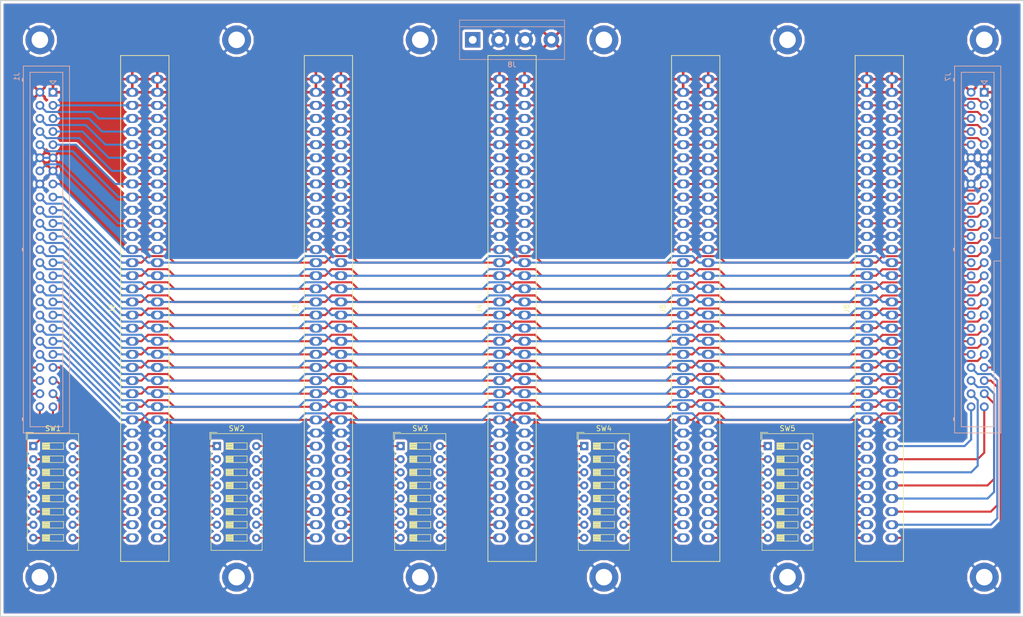
<source format=kicad_pcb>
(kicad_pcb (version 20171130) (host pcbnew "(5.1.5)-3")
  (layers (0 F.Cu signal) (31 B.Cu signal) (34 B.Paste user) (35 F.Paste user) (36 B.SilkS user) (37 F.SilkS user) (38 B.Mask user) (39 F.Mask user) (44 Edge.Cuts user))
  (net 0 "")
  (net 1 +5V)
  (net 2 /Data0)
  (net 3 /Data1)
  (net 4 /Data2)
  (net 5 /Data3)
  (net 6 /Data4)
  (net 7 /Data5)
  (net 8 /Data6)
  (net 9 /Data7)
  (net 10 GND)
  (net 11 /Control1)
  (net 12 /Control3)
  (net 13 /Control5)
  (net 14 /Control7)
  (net 15 /Control9)
  (net 16 /Control11)
  (net 17 /Control13)
  (net 18 /Control15)
  (net 19 /Control17)
  (net 20 /Control19)
  (net 21 /Control21)
  (net 22 Clock)
  (net 23 Reset)
  (net 24 /Control20)
  (net 25 /Control18)
  (net 26 /Control16)
  (net 27 /Control14)
  (net 28 /Control12)
  (net 29 /Control10)
  (net 30 /Control8)
  (net 31 /Control6)
  (net 32 /Control4)
  (net 33 /Control2)
  (net 34 /Control0)
  (net 35 ZeroFlag)
  (net 36 OverflowFlag)
  (net 37 /A1)
  (net 38 /A0)
  (net 39 /A3)
  (net 40 /A2)
  (net 41 /A5)
  (net 42 /A4)
  (net 43 /A7)
  (net 44 /A6)
  (net 45 "Net-(J2-Pad44)")
  (net 46 "Net-(J2-Pad43)")
  (net 47 "Net-(J2-Pad42)")
  (net 48 "Net-(J2-Pad41)")
  (net 49 "Net-(J2-Pad40)")
  (net 50 "Net-(J2-Pad39)")
  (net 51 "Net-(J2-Pad38)")
  (net 52 "Net-(J2-Pad37)")
  (net 53 "Net-(J2-Pad36)")
  (net 54 "Net-(J2-Pad35)")
  (net 55 "Net-(J2-Pad34)")
  (net 56 "Net-(J2-Pad33)")
  (net 57 "Net-(J2-Pad32)")
  (net 58 "Net-(J2-Pad31)")
  (net 59 "Net-(J2-Pad30)")
  (net 60 "Net-(J2-Pad29)")
  (net 61 "Net-(J3-Pad44)")
  (net 62 "Net-(J3-Pad43)")
  (net 63 "Net-(J3-Pad42)")
  (net 64 "Net-(J3-Pad41)")
  (net 65 "Net-(J3-Pad40)")
  (net 66 "Net-(J3-Pad39)")
  (net 67 "Net-(J3-Pad38)")
  (net 68 "Net-(J3-Pad37)")
  (net 69 "Net-(J3-Pad36)")
  (net 70 "Net-(J3-Pad35)")
  (net 71 "Net-(J3-Pad34)")
  (net 72 "Net-(J3-Pad33)")
  (net 73 "Net-(J3-Pad32)")
  (net 74 "Net-(J3-Pad31)")
  (net 75 "Net-(J3-Pad30)")
  (net 76 "Net-(J3-Pad29)")
  (net 77 "Net-(J4-Pad44)")
  (net 78 "Net-(J4-Pad43)")
  (net 79 "Net-(J4-Pad42)")
  (net 80 "Net-(J4-Pad41)")
  (net 81 "Net-(J4-Pad40)")
  (net 82 "Net-(J4-Pad39)")
  (net 83 "Net-(J4-Pad38)")
  (net 84 "Net-(J4-Pad37)")
  (net 85 "Net-(J4-Pad36)")
  (net 86 "Net-(J4-Pad35)")
  (net 87 "Net-(J4-Pad34)")
  (net 88 "Net-(J4-Pad33)")
  (net 89 "Net-(J4-Pad32)")
  (net 90 "Net-(J4-Pad31)")
  (net 91 "Net-(J4-Pad30)")
  (net 92 "Net-(J4-Pad29)")
  (net 93 /B6)
  (net 94 /B7)
  (net 95 /B4)
  (net 96 /B5)
  (net 97 /B2)
  (net 98 /B3)
  (net 99 /B0)
  (net 100 /B1)
  (net 101 "Net-(J5-Pad29)")
  (net 102 "Net-(J5-Pad30)")
  (net 103 "Net-(J5-Pad31)")
  (net 104 "Net-(J5-Pad32)")
  (net 105 "Net-(J5-Pad33)")
  (net 106 "Net-(J5-Pad34)")
  (net 107 "Net-(J5-Pad35)")
  (net 108 "Net-(J5-Pad36)")
  (net 109 "Net-(J5-Pad37)")
  (net 110 "Net-(J5-Pad38)")
  (net 111 "Net-(J5-Pad39)")
  (net 112 "Net-(J5-Pad40)")
  (net 113 "Net-(J5-Pad41)")
  (net 114 "Net-(J5-Pad42)")
  (net 115 "Net-(J5-Pad43)")
  (net 116 "Net-(J5-Pad44)")
  (net 117 "Net-(J6-Pad29)")
  (net 118 "Net-(J6-Pad30)")
  (net 119 "Net-(J6-Pad31)")
  (net 120 "Net-(J6-Pad32)")
  (net 121 "Net-(J6-Pad33)")
  (net 122 "Net-(J6-Pad34)")
  (net 123 "Net-(J6-Pad35)")
  (net 124 "Net-(J6-Pad36)")
  (net 125 "Net-(J8-Pad1)")
  (net 126 Wait)
  (net 127 Program)
  (module MountingHole:MountingHole_3.2mm_M3_DIN965_Pad (layer F.Cu) (at 160.02 30.48)
    (fp_text reference "" (at 0 -3.8) (layer F.SilkS))
    (fp_text value MountingHole_3.2mm_M3_DIN965_Pad)
    (pad 1 thru_hole circle (at 0 0) (size 5.6 5.6) (drill 3.2) (layers *.Cu *.Mask) (net 10 GND))
  )
  (module MountingHole:MountingHole_3.2mm_M3_DIN965_Pad (layer F.Cu) (at 233.68 30.48)
    (fp_text reference "" (at 0 -3.8) (layer F.SilkS))
    (fp_text value MountingHole_3.2mm_M3_DIN965_Pad)
    (pad 1 thru_hole circle (at 0 0) (size 5.6 5.6) (drill 3.2) (layers *.Cu *.Mask) (net 10 GND))
  )
  (module MountingHole:MountingHole_3.2mm_M3_DIN965_Pad (layer F.Cu) (at 195.58 30.48)
    (fp_text reference "" (at 0 -3.8) (layer F.SilkS))
    (fp_text value MountingHole_3.2mm_M3_DIN965_Pad)
    (pad 1 thru_hole circle (at 0 0) (size 5.6 5.6) (drill 3.2) (layers *.Cu *.Mask) (net 10 GND))
  )
  (module MountingHole:MountingHole_3.2mm_M3_DIN965_Pad (layer F.Cu) (at 124.46 30.48)
    (fp_text reference "" (at 0 -3.8) (layer F.SilkS))
    (fp_text value MountingHole_3.2mm_M3_DIN965_Pad)
    (pad 1 thru_hole circle (at 0 0) (size 5.6 5.6) (drill 3.2) (layers *.Cu *.Mask) (net 10 GND))
  )
  (module MountingHole:MountingHole_3.2mm_M3_DIN965_Pad (layer F.Cu) (at 88.9 30.48)
    (fp_text reference "" (at 0 -3.8) (layer F.SilkS))
    (fp_text value MountingHole_3.2mm_M3_DIN965_Pad)
    (pad 1 thru_hole circle (at 0 0) (size 5.6 5.6) (drill 3.2) (layers *.Cu *.Mask) (net 10 GND))
  )
  (module MountingHole:MountingHole_3.2mm_M3_DIN965_Pad (layer F.Cu) (at 50.8 30.48)
    (fp_text reference "" (at 0 -3.8) (layer F.SilkS))
    (fp_text value MountingHole_3.2mm_M3_DIN965_Pad)
    (pad 1 thru_hole circle (at 0 0) (size 5.6 5.6) (drill 3.2) (layers *.Cu *.Mask) (net 10 GND))
  )
  (module MountingHole:MountingHole_3.2mm_M3_DIN965_Pad (layer F.Cu) (at 88.9 134.62)
    (fp_text reference "" (at 0 -3.8) (layer F.SilkS))
    (fp_text value MountingHole_3.2mm_M3_DIN965_Pad)
    (pad 1 thru_hole circle (at 0 0) (size 5.6 5.6) (drill 3.2) (layers *.Cu *.Mask) (net 10 GND))
  )
  (module MountingHole:MountingHole_3.2mm_M3_DIN965_Pad (layer F.Cu) (at 50.8 134.62)
    (fp_text reference "" (at 0 -3.8) (layer F.SilkS))
    (fp_text value MountingHole_3.2mm_M3_DIN965_Pad)
    (pad 1 thru_hole circle (at 0 0) (size 5.6 5.6) (drill 3.2) (layers *.Cu *.Mask) (net 10 GND))
  )
  (module MountingHole:MountingHole_3.2mm_M3_DIN965_Pad (layer F.Cu) (at 160.02 134.62)
    (fp_text reference "" (at 0 -3.8) (layer F.SilkS))
    (fp_text value MountingHole_3.2mm_M3_DIN965_Pad)
    (pad 1 thru_hole circle (at 0 0) (size 5.6 5.6) (drill 3.2) (layers *.Cu *.Mask) (net 10 GND))
  )
  (module MountingHole:MountingHole_3.2mm_M3_DIN965_Pad (layer F.Cu) (at 124.46 134.62)
    (fp_text reference "" (at 0 -3.8) (layer F.SilkS))
    (fp_text value MountingHole_3.2mm_M3_DIN965_Pad)
    (pad 1 thru_hole circle (at 0 0) (size 5.6 5.6) (drill 3.2) (layers *.Cu *.Mask) (net 10 GND))
  )
  (module MountingHole:MountingHole_3.2mm_M3_DIN965_Pad (layer F.Cu) (at 195.58 134.62)
    (fp_text reference "" (at 0 -3.8) (layer F.SilkS))
    (fp_text value MountingHole_3.2mm_M3_DIN965_Pad)
    (pad 1 thru_hole circle (at 0 0) (size 5.6 5.6) (drill 3.2) (layers *.Cu *.Mask) (net 10 GND))
  )
  (module MountingHole:MountingHole_3.2mm_M3_DIN965_Pad (layer F.Cu) (at 233.68 134.62)
    (fp_text reference "" (at 0 -3.8) (layer F.SilkS))
    (fp_text value MountingHole_3.2mm_M3_DIN965_Pad)
    (pad 1 thru_hole circle (at 0 0) (size 5.6 5.6) (drill 3.2) (layers *.Cu *.Mask) (net 10 GND))
  )
  (module Connector_Multicomp:Multicomp_MC9A12-5034_2x25_P2.54mm_Vertical (layer B.Cu) (at 53.34 40.64 270)
    (fp_text reference J1 (at -3 7 270) (layer B.SilkS) (effects (justify mirror)))
    (fp_text value Conn_02x25_Odd_Even)
    (pad 50 thru_hole circle (at 60.96 2.54 270) (size 1.7 1.7) (drill 1) (layers *.Cu *.Mask) (net 38 /A0))
    (pad 49 thru_hole circle (at 60.96 0 270) (size 1.7 1.7) (drill 1) (layers *.Cu *.Mask) (net 37 /A1))
    (pad 48 thru_hole circle (at 58.42 2.54 270) (size 1.7 1.7) (drill 1) (layers *.Cu *.Mask) (net 40 /A2))
    (pad 47 thru_hole circle (at 58.42 0 270) (size 1.7 1.7) (drill 1) (layers *.Cu *.Mask) (net 39 /A3))
    (pad 46 thru_hole circle (at 55.88 2.54 270) (size 1.7 1.7) (drill 1) (layers *.Cu *.Mask) (net 42 /A4))
    (pad 45 thru_hole circle (at 55.88 0 270) (size 1.7 1.7) (drill 1) (layers *.Cu *.Mask) (net 41 /A5))
    (pad 44 thru_hole circle (at 53.34 2.54 270) (size 1.7 1.7) (drill 1) (layers *.Cu *.Mask) (net 44 /A6))
    (pad 43 thru_hole circle (at 53.34 0 270) (size 1.7 1.7) (drill 1) (layers *.Cu *.Mask) (net 43 /A7))
    (pad 42 thru_hole circle (at 50.8 2.54 270) (size 1.7 1.7) (drill 1) (layers *.Cu *.Mask) (net 126 Wait))
    (pad 41 thru_hole circle (at 50.8 0 270) (size 1.7 1.7) (drill 1) (layers *.Cu *.Mask) (net 127 Program))
    (pad 40 thru_hole circle (at 48.26 2.54 270) (size 1.7 1.7) (drill 1) (layers *.Cu *.Mask) (net 24 /Control20))
    (pad 39 thru_hole circle (at 48.26 0 270) (size 1.7 1.7) (drill 1) (layers *.Cu *.Mask) (net 21 /Control21))
    (pad 38 thru_hole circle (at 45.72 2.54 270) (size 1.7 1.7) (drill 1) (layers *.Cu *.Mask) (net 25 /Control18))
    (pad 37 thru_hole circle (at 45.72 0 270) (size 1.7 1.7) (drill 1) (layers *.Cu *.Mask) (net 20 /Control19))
    (pad 36 thru_hole circle (at 43.18 2.54 270) (size 1.7 1.7) (drill 1) (layers *.Cu *.Mask) (net 26 /Control16))
    (pad 35 thru_hole circle (at 43.18 0 270) (size 1.7 1.7) (drill 1) (layers *.Cu *.Mask) (net 19 /Control17))
    (pad 34 thru_hole circle (at 40.64 2.54 270) (size 1.7 1.7) (drill 1) (layers *.Cu *.Mask) (net 27 /Control14))
    (pad 33 thru_hole circle (at 40.64 0 270) (size 1.7 1.7) (drill 1) (layers *.Cu *.Mask) (net 18 /Control15))
    (pad 32 thru_hole circle (at 38.1 2.54 270) (size 1.7 1.7) (drill 1) (layers *.Cu *.Mask) (net 28 /Control12))
    (pad 31 thru_hole circle (at 38.1 0 270) (size 1.7 1.7) (drill 1) (layers *.Cu *.Mask) (net 17 /Control13))
    (pad 30 thru_hole circle (at 35.56 2.54 270) (size 1.7 1.7) (drill 1) (layers *.Cu *.Mask) (net 29 /Control10))
    (pad 29 thru_hole circle (at 35.56 0 270) (size 1.7 1.7) (drill 1) (layers *.Cu *.Mask) (net 16 /Control11))
    (pad 28 thru_hole circle (at 33.02 2.54 270) (size 1.7 1.7) (drill 1) (layers *.Cu *.Mask) (net 30 /Control8))
    (pad 27 thru_hole circle (at 33.02 0 270) (size 1.7 1.7) (drill 1) (layers *.Cu *.Mask) (net 15 /Control9))
    (pad 26 thru_hole circle (at 30.48 2.54 270) (size 1.7 1.7) (drill 1) (layers *.Cu *.Mask) (net 31 /Control6))
    (pad 25 thru_hole circle (at 30.48 0 270) (size 1.7 1.7) (drill 1) (layers *.Cu *.Mask) (net 14 /Control7))
    (pad 24 thru_hole circle (at 27.94 2.54 270) (size 1.7 1.7) (drill 1) (layers *.Cu *.Mask) (net 32 /Control4))
    (pad 23 thru_hole circle (at 27.94 0 270) (size 1.7 1.7) (drill 1) (layers *.Cu *.Mask) (net 13 /Control5))
    (pad 22 thru_hole circle (at 25.4 2.54 270) (size 1.7 1.7) (drill 1) (layers *.Cu *.Mask) (net 33 /Control2))
    (pad 21 thru_hole circle (at 25.4 0 270) (size 1.7 1.7) (drill 1) (layers *.Cu *.Mask) (net 12 /Control3))
    (pad 20 thru_hole circle (at 22.86 2.54 270) (size 1.7 1.7) (drill 1) (layers *.Cu *.Mask) (net 34 /Control0))
    (pad 19 thru_hole circle (at 22.86 0 270) (size 1.7 1.7) (drill 1) (layers *.Cu *.Mask) (net 11 /Control1))
    (pad 18 thru_hole circle (at 20.32 2.54 270) (size 1.7 1.7) (drill 1) (layers *.Cu *.Mask) (net 35 ZeroFlag))
    (pad 17 thru_hole circle (at 20.32 0 270) (size 1.7 1.7) (drill 1) (layers *.Cu *.Mask) (net 36 OverflowFlag))
    (pad 16 thru_hole circle (at 17.78 2.54 270) (size 1.7 1.7) (drill 1) (layers *.Cu *.Mask) (net 10 GND))
    (pad 15 thru_hole circle (at 17.78 0 270) (size 1.7 1.7) (drill 1) (layers *.Cu *.Mask) (net 23 Reset))
    (pad 14 thru_hole circle (at 15.24 2.54 270) (size 1.7 1.7) (drill 1) (layers *.Cu *.Mask) (net 22 Clock))
    (pad 13 thru_hole circle (at 15.24 0 270) (size 1.7 1.7) (drill 1) (layers *.Cu *.Mask) (net 10 GND))
    (pad 12 thru_hole circle (at 12.7 2.54 270) (size 1.7 1.7) (drill 1) (layers *.Cu *.Mask) (net 10 GND))
    (pad 11 thru_hole circle (at 12.7 0 270) (size 1.7 1.7) (drill 1) (layers *.Cu *.Mask) (net 10 GND))
    (pad 10 thru_hole circle (at 10.16 2.54 270) (size 1.7 1.7) (drill 1) (layers *.Cu *.Mask) (net 9 /Data7))
    (pad 9 thru_hole circle (at 10.16 0 270) (size 1.7 1.7) (drill 1) (layers *.Cu *.Mask) (net 8 /Data6))
    (pad 8 thru_hole circle (at 7.62 2.54 270) (size 1.7 1.7) (drill 1) (layers *.Cu *.Mask) (net 7 /Data5))
    (pad 7 thru_hole circle (at 7.62 0 270) (size 1.7 1.7) (drill 1) (layers *.Cu *.Mask) (net 6 /Data4))
    (pad 6 thru_hole circle (at 5.08 2.54 270) (size 1.7 1.7) (drill 1) (layers *.Cu *.Mask) (net 5 /Data3))
    (pad 5 thru_hole circle (at 5.08 0 270) (size 1.7 1.7) (drill 1) (layers *.Cu *.Mask) (net 4 /Data2))
    (pad 4 thru_hole circle (at 2.54 2.54 270) (size 1.7 1.7) (drill 1) (layers *.Cu *.Mask) (net 3 /Data1))
    (pad 3 thru_hole circle (at 2.54 0 270) (size 1.7 1.7) (drill 1) (layers *.Cu *.Mask) (net 2 /Data0))
    (pad 2 thru_hole circle (at 0 2.54 270) (size 1.7 1.7) (drill 1) (layers *.Cu *.Mask) (net 1 +5V))
    (pad 1 thru_hole rect (at 0 0 270) (size 1.7 1.7) (drill 1) (layers *.Cu *.Mask) (net 1 +5V))
  )
  (module Button_Switch_THT:SW_DIP_SPSTx08_Slide_9.78x22.5mm_W7.62mm_P2.54mm (layer F.Cu) (at 191.77 109.22)
    (fp_text reference SW5 (at 3.81 -3.42) (layer F.SilkS))
    (fp_text value SW_DIP_x08)
    (pad 1 thru_hole rect (at 0 0) (size 1.6 1.6) (drill 0.8) (layers *.Cu *.Mask) (net 116 "Net-(J5-Pad44)"))
    (pad 9 thru_hole oval (at 7.62 17.78) (size 1.6 1.6) (drill 0.8) (layers *.Cu *.Mask) (net 124 "Net-(J6-Pad36)"))
    (pad 2 thru_hole oval (at 0 2.54) (size 1.6 1.6) (drill 0.8) (layers *.Cu *.Mask) (net 115 "Net-(J5-Pad43)"))
    (pad 10 thru_hole oval (at 7.62 15.24) (size 1.6 1.6) (drill 0.8) (layers *.Cu *.Mask) (net 123 "Net-(J6-Pad35)"))
    (pad 3 thru_hole oval (at 0 5.08) (size 1.6 1.6) (drill 0.8) (layers *.Cu *.Mask) (net 114 "Net-(J5-Pad42)"))
    (pad 11 thru_hole oval (at 7.62 12.7) (size 1.6 1.6) (drill 0.8) (layers *.Cu *.Mask) (net 122 "Net-(J6-Pad34)"))
    (pad 4 thru_hole oval (at 0 7.62) (size 1.6 1.6) (drill 0.8) (layers *.Cu *.Mask) (net 113 "Net-(J5-Pad41)"))
    (pad 12 thru_hole oval (at 7.62 10.16) (size 1.6 1.6) (drill 0.8) (layers *.Cu *.Mask) (net 121 "Net-(J6-Pad33)"))
    (pad 5 thru_hole oval (at 0 10.16) (size 1.6 1.6) (drill 0.8) (layers *.Cu *.Mask) (net 112 "Net-(J5-Pad40)"))
    (pad 13 thru_hole oval (at 7.62 7.62) (size 1.6 1.6) (drill 0.8) (layers *.Cu *.Mask) (net 120 "Net-(J6-Pad32)"))
    (pad 6 thru_hole oval (at 0 12.7) (size 1.6 1.6) (drill 0.8) (layers *.Cu *.Mask) (net 111 "Net-(J5-Pad39)"))
    (pad 14 thru_hole oval (at 7.62 5.08) (size 1.6 1.6) (drill 0.8) (layers *.Cu *.Mask) (net 119 "Net-(J6-Pad31)"))
    (pad 7 thru_hole oval (at 0 15.24) (size 1.6 1.6) (drill 0.8) (layers *.Cu *.Mask) (net 110 "Net-(J5-Pad38)"))
    (pad 15 thru_hole oval (at 7.62 2.54) (size 1.6 1.6) (drill 0.8) (layers *.Cu *.Mask) (net 118 "Net-(J6-Pad30)"))
    (pad 8 thru_hole oval (at 0 17.78) (size 1.6 1.6) (drill 0.8) (layers *.Cu *.Mask) (net 109 "Net-(J5-Pad37)"))
    (pad 16 thru_hole oval (at 7.62 0) (size 1.6 1.6) (drill 0.8) (layers *.Cu *.Mask) (net 117 "Net-(J6-Pad29)"))
  )
  (module Button_Switch_THT:SW_DIP_SPSTx08_Slide_9.78x22.5mm_W7.62mm_P2.54mm (layer F.Cu) (at 156.21 109.22)
    (fp_text reference SW4 (at 3.81 -3.42) (layer F.SilkS))
    (fp_text value SW_DIP_x08)
    (pad 16 thru_hole oval (at 7.62 0) (size 1.6 1.6) (drill 0.8) (layers *.Cu *.Mask) (net 101 "Net-(J5-Pad29)"))
    (pad 8 thru_hole oval (at 0 17.78) (size 1.6 1.6) (drill 0.8) (layers *.Cu *.Mask) (net 84 "Net-(J4-Pad37)"))
    (pad 15 thru_hole oval (at 7.62 2.54) (size 1.6 1.6) (drill 0.8) (layers *.Cu *.Mask) (net 102 "Net-(J5-Pad30)"))
    (pad 7 thru_hole oval (at 0 15.24) (size 1.6 1.6) (drill 0.8) (layers *.Cu *.Mask) (net 83 "Net-(J4-Pad38)"))
    (pad 14 thru_hole oval (at 7.62 5.08) (size 1.6 1.6) (drill 0.8) (layers *.Cu *.Mask) (net 103 "Net-(J5-Pad31)"))
    (pad 6 thru_hole oval (at 0 12.7) (size 1.6 1.6) (drill 0.8) (layers *.Cu *.Mask) (net 82 "Net-(J4-Pad39)"))
    (pad 13 thru_hole oval (at 7.62 7.62) (size 1.6 1.6) (drill 0.8) (layers *.Cu *.Mask) (net 104 "Net-(J5-Pad32)"))
    (pad 5 thru_hole oval (at 0 10.16) (size 1.6 1.6) (drill 0.8) (layers *.Cu *.Mask) (net 81 "Net-(J4-Pad40)"))
    (pad 12 thru_hole oval (at 7.62 10.16) (size 1.6 1.6) (drill 0.8) (layers *.Cu *.Mask) (net 105 "Net-(J5-Pad33)"))
    (pad 4 thru_hole oval (at 0 7.62) (size 1.6 1.6) (drill 0.8) (layers *.Cu *.Mask) (net 80 "Net-(J4-Pad41)"))
    (pad 11 thru_hole oval (at 7.62 12.7) (size 1.6 1.6) (drill 0.8) (layers *.Cu *.Mask) (net 106 "Net-(J5-Pad34)"))
    (pad 3 thru_hole oval (at 0 5.08) (size 1.6 1.6) (drill 0.8) (layers *.Cu *.Mask) (net 79 "Net-(J4-Pad42)"))
    (pad 10 thru_hole oval (at 7.62 15.24) (size 1.6 1.6) (drill 0.8) (layers *.Cu *.Mask) (net 107 "Net-(J5-Pad35)"))
    (pad 2 thru_hole oval (at 0 2.54) (size 1.6 1.6) (drill 0.8) (layers *.Cu *.Mask) (net 78 "Net-(J4-Pad43)"))
    (pad 9 thru_hole oval (at 7.62 17.78) (size 1.6 1.6) (drill 0.8) (layers *.Cu *.Mask) (net 108 "Net-(J5-Pad36)"))
    (pad 1 thru_hole rect (at 0 0) (size 1.6 1.6) (drill 0.8) (layers *.Cu *.Mask) (net 77 "Net-(J4-Pad44)"))
  )
  (module Connector_TE:Standard_Edge_II_72_POS (layer F.Cu) (at 177.8 82.55 270)
    (fp_text reference J5 (at 0 6.35 270) (layer F.SilkS))
    (fp_text value Conn_02x36_Counter_Clockwise)
    (pad 2 thru_hole oval (at -41.91 2.425 270) (size 1.7 2.5) (drill 1.2) (layers *.Cu *.Mask) (net 1 +5V))
    (pad 3 thru_hole oval (at -39.37 2.425 270) (size 1.7 2.5) (drill 1.2) (layers *.Cu *.Mask) (net 2 /Data0))
    (pad 4 thru_hole oval (at -36.83 2.425 270) (size 1.7 2.5) (drill 1.2) (layers *.Cu *.Mask) (net 3 /Data1))
    (pad 5 thru_hole oval (at -34.29 2.425 270) (size 1.7 2.5) (drill 1.2) (layers *.Cu *.Mask) (net 4 /Data2))
    (pad 6 thru_hole oval (at -31.75 2.425 270) (size 1.7 2.5) (drill 1.2) (layers *.Cu *.Mask) (net 5 /Data3))
    (pad 7 thru_hole oval (at -29.21 2.425 270) (size 1.7 2.5) (drill 1.2) (layers *.Cu *.Mask) (net 6 /Data4))
    (pad 8 thru_hole oval (at -26.67 2.425 270) (size 1.7 2.5) (drill 1.2) (layers *.Cu *.Mask) (net 7 /Data5))
    (pad 9 thru_hole oval (at -24.13 2.425 270) (size 1.7 2.5) (drill 1.2) (layers *.Cu *.Mask) (net 8 /Data6))
    (pad 10 thru_hole oval (at -21.59 2.425 270) (size 1.7 2.5) (drill 1.2) (layers *.Cu *.Mask) (net 9 /Data7))
    (pad 11 thru_hole oval (at -19.05 2.425 270) (size 1.7 2.5) (drill 1.2) (layers *.Cu *.Mask) (net 10 GND))
    (pad 12 thru_hole oval (at -16.51 2.425 270) (size 1.7 2.5) (drill 1.2) (layers *.Cu *.Mask) (net 22 Clock))
    (pad 13 thru_hole oval (at -13.97 2.425 270) (size 1.7 2.5) (drill 1.2) (layers *.Cu *.Mask) (net 10 GND))
    (pad 14 thru_hole oval (at -11.43 2.425 270) (size 1.7 2.5) (drill 1.2) (layers *.Cu *.Mask) (net 23 Reset))
    (pad 15 thru_hole oval (at -8.89 2.425 270) (size 1.7 2.5) (drill 1.2) (layers *.Cu *.Mask) (net 35 ZeroFlag))
    (pad 16 thru_hole oval (at -6.35 2.425 270) (size 1.7 2.5) (drill 1.2) (layers *.Cu *.Mask) (net 34 /Control0))
    (pad 17 thru_hole oval (at -3.81 2.425 270) (size 1.7 2.5) (drill 1.2) (layers *.Cu *.Mask) (net 33 /Control2))
    (pad 18 thru_hole oval (at -1.27 2.425 270) (size 1.7 2.5) (drill 1.2) (layers *.Cu *.Mask) (net 32 /Control4))
    (pad 19 thru_hole oval (at 1.27 2.425 270) (size 1.7 2.5) (drill 1.2) (layers *.Cu *.Mask) (net 31 /Control6))
    (pad 20 thru_hole oval (at 3.81 2.425 270) (size 1.7 2.5) (drill 1.2) (layers *.Cu *.Mask) (net 30 /Control8))
    (pad 21 thru_hole oval (at 6.35 2.425 270) (size 1.7 2.5) (drill 1.2) (layers *.Cu *.Mask) (net 29 /Control10))
    (pad 22 thru_hole oval (at 8.89 2.425 270) (size 1.7 2.5) (drill 1.2) (layers *.Cu *.Mask) (net 28 /Control12))
    (pad 23 thru_hole oval (at 11.43 2.425 270) (size 1.7 2.5) (drill 1.2) (layers *.Cu *.Mask) (net 27 /Control14))
    (pad 24 thru_hole oval (at 13.97 2.425 270) (size 1.7 2.5) (drill 1.2) (layers *.Cu *.Mask) (net 26 /Control16))
    (pad 25 thru_hole oval (at 16.51 2.425 270) (size 1.7 2.5) (drill 1.2) (layers *.Cu *.Mask) (net 25 /Control18))
    (pad 26 thru_hole oval (at 19.05 2.425 270) (size 1.7 2.5) (drill 1.2) (layers *.Cu *.Mask) (net 24 /Control20))
    (pad 27 thru_hole oval (at 21.59 2.425 270) (size 1.7 2.5) (drill 1.2) (layers *.Cu *.Mask) (net 126 Wait))
    (pad 28 thru_hole oval (at 24.13 2.425 270) (size 1.7 2.5) (drill 1.2) (layers *.Cu *.Mask) (net 10 GND))
    (pad 29 thru_hole oval (at 26.67 2.425 270) (size 1.7 2.5) (drill 1.2) (layers *.Cu *.Mask) (net 101 "Net-(J5-Pad29)"))
    (pad 30 thru_hole oval (at 29.21 2.425 270) (size 1.7 2.5) (drill 1.2) (layers *.Cu *.Mask) (net 102 "Net-(J5-Pad30)"))
    (pad 31 thru_hole oval (at 31.75 2.425 270) (size 1.7 2.5) (drill 1.2) (layers *.Cu *.Mask) (net 103 "Net-(J5-Pad31)"))
    (pad 32 thru_hole oval (at 34.29 2.425 270) (size 1.7 2.5) (drill 1.2) (layers *.Cu *.Mask) (net 104 "Net-(J5-Pad32)"))
    (pad 33 thru_hole oval (at 36.83 2.425 270) (size 1.7 2.5) (drill 1.2) (layers *.Cu *.Mask) (net 105 "Net-(J5-Pad33)"))
    (pad 34 thru_hole oval (at 39.37 2.425 270) (size 1.7 2.5) (drill 1.2) (layers *.Cu *.Mask) (net 106 "Net-(J5-Pad34)"))
    (pad 35 thru_hole oval (at 41.91 2.425 270) (size 1.7 2.5) (drill 1.2) (layers *.Cu *.Mask) (net 107 "Net-(J5-Pad35)"))
    (pad 36 thru_hole oval (at 44.45 2.425 270) (size 1.7 2.5) (drill 1.2) (layers *.Cu *.Mask) (net 108 "Net-(J5-Pad36)"))
    (pad 37 thru_hole oval (at 44.45 -2.425 270) (size 1.7 2.5) (drill 1.2) (layers *.Cu *.Mask) (net 109 "Net-(J5-Pad37)"))
    (pad 38 thru_hole oval (at 41.91 -2.425 270) (size 1.7 2.5) (drill 1.2) (layers *.Cu *.Mask) (net 110 "Net-(J5-Pad38)"))
    (pad 39 thru_hole oval (at 39.37 -2.425 270) (size 1.7 2.5) (drill 1.2) (layers *.Cu *.Mask) (net 111 "Net-(J5-Pad39)"))
    (pad 40 thru_hole oval (at 36.83 -2.425 270) (size 1.7 2.5) (drill 1.2) (layers *.Cu *.Mask) (net 112 "Net-(J5-Pad40)"))
    (pad 41 thru_hole oval (at 34.29 -2.425 270) (size 1.7 2.5) (drill 1.2) (layers *.Cu *.Mask) (net 113 "Net-(J5-Pad41)"))
    (pad 42 thru_hole oval (at 31.75 -2.425 270) (size 1.7 2.5) (drill 1.2) (layers *.Cu *.Mask) (net 114 "Net-(J5-Pad42)"))
    (pad 43 thru_hole oval (at 29.21 -2.425 270) (size 1.7 2.5) (drill 1.2) (layers *.Cu *.Mask) (net 115 "Net-(J5-Pad43)"))
    (pad 44 thru_hole oval (at 26.67 -2.425 270) (size 1.7 2.5) (drill 1.2) (layers *.Cu *.Mask) (net 116 "Net-(J5-Pad44)"))
    (pad 45 thru_hole oval (at 24.13 -2.425 270) (size 1.7 2.5) (drill 1.2) (layers *.Cu *.Mask) (net 10 GND))
    (pad 46 thru_hole oval (at 21.59 -2.425 270) (size 1.7 2.5) (drill 1.2) (layers *.Cu *.Mask) (net 127 Program))
    (pad 47 thru_hole oval (at 19.05 -2.425 270) (size 1.7 2.5) (drill 1.2) (layers *.Cu *.Mask) (net 21 /Control21))
    (pad 48 thru_hole oval (at 16.51 -2.425 270) (size 1.7 2.5) (drill 1.2) (layers *.Cu *.Mask) (net 20 /Control19))
    (pad 49 thru_hole oval (at 13.97 -2.425 270) (size 1.7 2.5) (drill 1.2) (layers *.Cu *.Mask) (net 19 /Control17))
    (pad 50 thru_hole oval (at 11.43 -2.425 270) (size 1.7 2.5) (drill 1.2) (layers *.Cu *.Mask) (net 18 /Control15))
    (pad 51 thru_hole oval (at 8.89 -2.425 270) (size 1.7 2.5) (drill 1.2) (layers *.Cu *.Mask) (net 17 /Control13))
    (pad 52 thru_hole oval (at 6.35 -2.425 270) (size 1.7 2.5) (drill 1.2) (layers *.Cu *.Mask) (net 16 /Control11))
    (pad 53 thru_hole oval (at 3.81 -2.425 270) (size 1.7 2.5) (drill 1.2) (layers *.Cu *.Mask) (net 15 /Control9))
    (pad 54 thru_hole oval (at 1.27 -2.425 270) (size 1.7 2.5) (drill 1.2) (layers *.Cu *.Mask) (net 14 /Control7))
    (pad 55 thru_hole oval (at -1.27 -2.425 270) (size 1.7 2.5) (drill 1.2) (layers *.Cu *.Mask) (net 13 /Control5))
    (pad 56 thru_hole oval (at -3.81 -2.425 270) (size 1.7 2.5) (drill 1.2) (layers *.Cu *.Mask) (net 12 /Control3))
    (pad 57 thru_hole oval (at -6.35 -2.425 270) (size 1.7 2.5) (drill 1.2) (layers *.Cu *.Mask) (net 11 /Control1))
    (pad 58 thru_hole oval (at -8.89 -2.425 270) (size 1.7 2.5) (drill 1.2) (layers *.Cu *.Mask) (net 36 OverflowFlag))
    (pad 59 thru_hole oval (at -11.43 -2.425 270) (size 1.7 2.5) (drill 1.2) (layers *.Cu *.Mask) (net 23 Reset))
    (pad 60 thru_hole oval (at -13.97 -2.425 270) (size 1.7 2.5) (drill 1.2) (layers *.Cu *.Mask) (net 10 GND))
    (pad 61 thru_hole oval (at -16.51 -2.425 270) (size 1.7 2.5) (drill 1.2) (layers *.Cu *.Mask) (net 22 Clock))
    (pad 62 thru_hole oval (at -19.05 -2.425 270) (size 1.7 2.5) (drill 1.2) (layers *.Cu *.Mask) (net 10 GND))
    (pad 63 thru_hole oval (at -21.59 -2.425 270) (size 1.7 2.5) (drill 1.2) (layers *.Cu *.Mask) (net 9 /Data7))
    (pad 64 thru_hole oval (at -24.13 -2.425 270) (size 1.7 2.5) (drill 1.2) (layers *.Cu *.Mask) (net 8 /Data6))
    (pad 65 thru_hole oval (at -26.67 -2.425 270) (size 1.7 2.5) (drill 1.2) (layers *.Cu *.Mask) (net 7 /Data5))
    (pad 66 thru_hole oval (at -29.21 -2.425 270) (size 1.7 2.5) (drill 1.2) (layers *.Cu *.Mask) (net 6 /Data4))
    (pad 67 thru_hole oval (at -31.75 -2.425 270) (size 1.7 2.5) (drill 1.2) (layers *.Cu *.Mask) (net 5 /Data3))
    (pad 68 thru_hole oval (at -34.29 -2.425 270) (size 1.7 2.5) (drill 1.2) (layers *.Cu *.Mask) (net 4 /Data2))
    (pad 69 thru_hole oval (at -36.83 -2.425 270) (size 1.7 2.5) (drill 1.2) (layers *.Cu *.Mask) (net 3 /Data1))
    (pad 70 thru_hole oval (at -39.37 -2.425 270) (size 1.7 2.5) (drill 1.2) (layers *.Cu *.Mask) (net 2 /Data0))
    (pad 71 thru_hole oval (at -41.91 -2.425 270) (size 1.7 2.5) (drill 1.2) (layers *.Cu *.Mask) (net 1 +5V))
    (pad 72 thru_hole oval (at -44.45 -2.425 270) (size 1.7 2.5) (drill 1.2) (layers *.Cu *.Mask) (net 1 +5V))
    (pad 1 thru_hole oval (at -44.45 2.425 270) (size 1.7 2.5) (drill 1.2) (layers *.Cu *.Mask) (net 1 +5V))
  )
  (module Connector_TE:Standard_Edge_II_72_POS (layer F.Cu) (at 213.36 82.55 270)
    (fp_text reference J6 (at 0 6.35 270) (layer F.SilkS))
    (fp_text value Conn_02x36_Counter_Clockwise)
    (pad 2 thru_hole oval (at -41.91 2.425 270) (size 1.7 2.5) (drill 1.2) (layers *.Cu *.Mask) (net 1 +5V))
    (pad 3 thru_hole oval (at -39.37 2.425 270) (size 1.7 2.5) (drill 1.2) (layers *.Cu *.Mask) (net 2 /Data0))
    (pad 4 thru_hole oval (at -36.83 2.425 270) (size 1.7 2.5) (drill 1.2) (layers *.Cu *.Mask) (net 3 /Data1))
    (pad 5 thru_hole oval (at -34.29 2.425 270) (size 1.7 2.5) (drill 1.2) (layers *.Cu *.Mask) (net 4 /Data2))
    (pad 6 thru_hole oval (at -31.75 2.425 270) (size 1.7 2.5) (drill 1.2) (layers *.Cu *.Mask) (net 5 /Data3))
    (pad 7 thru_hole oval (at -29.21 2.425 270) (size 1.7 2.5) (drill 1.2) (layers *.Cu *.Mask) (net 6 /Data4))
    (pad 8 thru_hole oval (at -26.67 2.425 270) (size 1.7 2.5) (drill 1.2) (layers *.Cu *.Mask) (net 7 /Data5))
    (pad 9 thru_hole oval (at -24.13 2.425 270) (size 1.7 2.5) (drill 1.2) (layers *.Cu *.Mask) (net 8 /Data6))
    (pad 10 thru_hole oval (at -21.59 2.425 270) (size 1.7 2.5) (drill 1.2) (layers *.Cu *.Mask) (net 9 /Data7))
    (pad 11 thru_hole oval (at -19.05 2.425 270) (size 1.7 2.5) (drill 1.2) (layers *.Cu *.Mask) (net 10 GND))
    (pad 12 thru_hole oval (at -16.51 2.425 270) (size 1.7 2.5) (drill 1.2) (layers *.Cu *.Mask) (net 22 Clock))
    (pad 13 thru_hole oval (at -13.97 2.425 270) (size 1.7 2.5) (drill 1.2) (layers *.Cu *.Mask) (net 10 GND))
    (pad 14 thru_hole oval (at -11.43 2.425 270) (size 1.7 2.5) (drill 1.2) (layers *.Cu *.Mask) (net 23 Reset))
    (pad 15 thru_hole oval (at -8.89 2.425 270) (size 1.7 2.5) (drill 1.2) (layers *.Cu *.Mask) (net 35 ZeroFlag))
    (pad 16 thru_hole oval (at -6.35 2.425 270) (size 1.7 2.5) (drill 1.2) (layers *.Cu *.Mask) (net 34 /Control0))
    (pad 17 thru_hole oval (at -3.81 2.425 270) (size 1.7 2.5) (drill 1.2) (layers *.Cu *.Mask) (net 33 /Control2))
    (pad 18 thru_hole oval (at -1.27 2.425 270) (size 1.7 2.5) (drill 1.2) (layers *.Cu *.Mask) (net 32 /Control4))
    (pad 19 thru_hole oval (at 1.27 2.425 270) (size 1.7 2.5) (drill 1.2) (layers *.Cu *.Mask) (net 31 /Control6))
    (pad 20 thru_hole oval (at 3.81 2.425 270) (size 1.7 2.5) (drill 1.2) (layers *.Cu *.Mask) (net 30 /Control8))
    (pad 21 thru_hole oval (at 6.35 2.425 270) (size 1.7 2.5) (drill 1.2) (layers *.Cu *.Mask) (net 29 /Control10))
    (pad 22 thru_hole oval (at 8.89 2.425 270) (size 1.7 2.5) (drill 1.2) (layers *.Cu *.Mask) (net 28 /Control12))
    (pad 23 thru_hole oval (at 11.43 2.425 270) (size 1.7 2.5) (drill 1.2) (layers *.Cu *.Mask) (net 27 /Control14))
    (pad 24 thru_hole oval (at 13.97 2.425 270) (size 1.7 2.5) (drill 1.2) (layers *.Cu *.Mask) (net 26 /Control16))
    (pad 25 thru_hole oval (at 16.51 2.425 270) (size 1.7 2.5) (drill 1.2) (layers *.Cu *.Mask) (net 25 /Control18))
    (pad 26 thru_hole oval (at 19.05 2.425 270) (size 1.7 2.5) (drill 1.2) (layers *.Cu *.Mask) (net 24 /Control20))
    (pad 27 thru_hole oval (at 21.59 2.425 270) (size 1.7 2.5) (drill 1.2) (layers *.Cu *.Mask) (net 126 Wait))
    (pad 28 thru_hole oval (at 24.13 2.425 270) (size 1.7 2.5) (drill 1.2) (layers *.Cu *.Mask) (net 10 GND))
    (pad 29 thru_hole oval (at 26.67 2.425 270) (size 1.7 2.5) (drill 1.2) (layers *.Cu *.Mask) (net 117 "Net-(J6-Pad29)"))
    (pad 30 thru_hole oval (at 29.21 2.425 270) (size 1.7 2.5) (drill 1.2) (layers *.Cu *.Mask) (net 118 "Net-(J6-Pad30)"))
    (pad 31 thru_hole oval (at 31.75 2.425 270) (size 1.7 2.5) (drill 1.2) (layers *.Cu *.Mask) (net 119 "Net-(J6-Pad31)"))
    (pad 32 thru_hole oval (at 34.29 2.425 270) (size 1.7 2.5) (drill 1.2) (layers *.Cu *.Mask) (net 120 "Net-(J6-Pad32)"))
    (pad 33 thru_hole oval (at 36.83 2.425 270) (size 1.7 2.5) (drill 1.2) (layers *.Cu *.Mask) (net 121 "Net-(J6-Pad33)"))
    (pad 34 thru_hole oval (at 39.37 2.425 270) (size 1.7 2.5) (drill 1.2) (layers *.Cu *.Mask) (net 122 "Net-(J6-Pad34)"))
    (pad 35 thru_hole oval (at 41.91 2.425 270) (size 1.7 2.5) (drill 1.2) (layers *.Cu *.Mask) (net 123 "Net-(J6-Pad35)"))
    (pad 36 thru_hole oval (at 44.45 2.425 270) (size 1.7 2.5) (drill 1.2) (layers *.Cu *.Mask) (net 124 "Net-(J6-Pad36)"))
    (pad 37 thru_hole oval (at 44.45 -2.425 270) (size 1.7 2.5) (drill 1.2) (layers *.Cu *.Mask) (net 94 /B7))
    (pad 38 thru_hole oval (at 41.91 -2.425 270) (size 1.7 2.5) (drill 1.2) (layers *.Cu *.Mask) (net 93 /B6))
    (pad 39 thru_hole oval (at 39.37 -2.425 270) (size 1.7 2.5) (drill 1.2) (layers *.Cu *.Mask) (net 96 /B5))
    (pad 40 thru_hole oval (at 36.83 -2.425 270) (size 1.7 2.5) (drill 1.2) (layers *.Cu *.Mask) (net 95 /B4))
    (pad 41 thru_hole oval (at 34.29 -2.425 270) (size 1.7 2.5) (drill 1.2) (layers *.Cu *.Mask) (net 98 /B3))
    (pad 42 thru_hole oval (at 31.75 -2.425 270) (size 1.7 2.5) (drill 1.2) (layers *.Cu *.Mask) (net 97 /B2))
    (pad 43 thru_hole oval (at 29.21 -2.425 270) (size 1.7 2.5) (drill 1.2) (layers *.Cu *.Mask) (net 100 /B1))
    (pad 44 thru_hole oval (at 26.67 -2.425 270) (size 1.7 2.5) (drill 1.2) (layers *.Cu *.Mask) (net 99 /B0))
    (pad 45 thru_hole oval (at 24.13 -2.425 270) (size 1.7 2.5) (drill 1.2) (layers *.Cu *.Mask) (net 10 GND))
    (pad 46 thru_hole oval (at 21.59 -2.425 270) (size 1.7 2.5) (drill 1.2) (layers *.Cu *.Mask) (net 127 Program))
    (pad 47 thru_hole oval (at 19.05 -2.425 270) (size 1.7 2.5) (drill 1.2) (layers *.Cu *.Mask) (net 21 /Control21))
    (pad 48 thru_hole oval (at 16.51 -2.425 270) (size 1.7 2.5) (drill 1.2) (layers *.Cu *.Mask) (net 20 /Control19))
    (pad 49 thru_hole oval (at 13.97 -2.425 270) (size 1.7 2.5) (drill 1.2) (layers *.Cu *.Mask) (net 19 /Control17))
    (pad 50 thru_hole oval (at 11.43 -2.425 270) (size 1.7 2.5) (drill 1.2) (layers *.Cu *.Mask) (net 18 /Control15))
    (pad 51 thru_hole oval (at 8.89 -2.425 270) (size 1.7 2.5) (drill 1.2) (layers *.Cu *.Mask) (net 17 /Control13))
    (pad 52 thru_hole oval (at 6.35 -2.425 270) (size 1.7 2.5) (drill 1.2) (layers *.Cu *.Mask) (net 16 /Control11))
    (pad 53 thru_hole oval (at 3.81 -2.425 270) (size 1.7 2.5) (drill 1.2) (layers *.Cu *.Mask) (net 15 /Control9))
    (pad 54 thru_hole oval (at 1.27 -2.425 270) (size 1.7 2.5) (drill 1.2) (layers *.Cu *.Mask) (net 14 /Control7))
    (pad 55 thru_hole oval (at -1.27 -2.425 270) (size 1.7 2.5) (drill 1.2) (layers *.Cu *.Mask) (net 13 /Control5))
    (pad 56 thru_hole oval (at -3.81 -2.425 270) (size 1.7 2.5) (drill 1.2) (layers *.Cu *.Mask) (net 12 /Control3))
    (pad 57 thru_hole oval (at -6.35 -2.425 270) (size 1.7 2.5) (drill 1.2) (layers *.Cu *.Mask) (net 11 /Control1))
    (pad 58 thru_hole oval (at -8.89 -2.425 270) (size 1.7 2.5) (drill 1.2) (layers *.Cu *.Mask) (net 36 OverflowFlag))
    (pad 59 thru_hole oval (at -11.43 -2.425 270) (size 1.7 2.5) (drill 1.2) (layers *.Cu *.Mask) (net 23 Reset))
    (pad 60 thru_hole oval (at -13.97 -2.425 270) (size 1.7 2.5) (drill 1.2) (layers *.Cu *.Mask) (net 10 GND))
    (pad 61 thru_hole oval (at -16.51 -2.425 270) (size 1.7 2.5) (drill 1.2) (layers *.Cu *.Mask) (net 22 Clock))
    (pad 62 thru_hole oval (at -19.05 -2.425 270) (size 1.7 2.5) (drill 1.2) (layers *.Cu *.Mask) (net 10 GND))
    (pad 63 thru_hole oval (at -21.59 -2.425 270) (size 1.7 2.5) (drill 1.2) (layers *.Cu *.Mask) (net 9 /Data7))
    (pad 64 thru_hole oval (at -24.13 -2.425 270) (size 1.7 2.5) (drill 1.2) (layers *.Cu *.Mask) (net 8 /Data6))
    (pad 65 thru_hole oval (at -26.67 -2.425 270) (size 1.7 2.5) (drill 1.2) (layers *.Cu *.Mask) (net 7 /Data5))
    (pad 66 thru_hole oval (at -29.21 -2.425 270) (size 1.7 2.5) (drill 1.2) (layers *.Cu *.Mask) (net 6 /Data4))
    (pad 67 thru_hole oval (at -31.75 -2.425 270) (size 1.7 2.5) (drill 1.2) (layers *.Cu *.Mask) (net 5 /Data3))
    (pad 68 thru_hole oval (at -34.29 -2.425 270) (size 1.7 2.5) (drill 1.2) (layers *.Cu *.Mask) (net 4 /Data2))
    (pad 69 thru_hole oval (at -36.83 -2.425 270) (size 1.7 2.5) (drill 1.2) (layers *.Cu *.Mask) (net 3 /Data1))
    (pad 70 thru_hole oval (at -39.37 -2.425 270) (size 1.7 2.5) (drill 1.2) (layers *.Cu *.Mask) (net 2 /Data0))
    (pad 71 thru_hole oval (at -41.91 -2.425 270) (size 1.7 2.5) (drill 1.2) (layers *.Cu *.Mask) (net 1 +5V))
    (pad 72 thru_hole oval (at -44.45 -2.425 270) (size 1.7 2.5) (drill 1.2) (layers *.Cu *.Mask) (net 1 +5V))
    (pad 1 thru_hole oval (at -44.45 2.425 270) (size 1.7 2.5) (drill 1.2) (layers *.Cu *.Mask) (net 1 +5V))
  )
  (module Connector_TE:Standard_Edge_II_72_POS (layer F.Cu) (at 142.24 82.55 270)
    (fp_text reference J4 (at 0 6.35 270) (layer F.SilkS))
    (fp_text value Conn_02x36_Counter_Clockwise)
    (pad 1 thru_hole oval (at -44.45 2.425 270) (size 1.7 2.5) (drill 1.2) (layers *.Cu *.Mask) (net 1 +5V))
    (pad 72 thru_hole oval (at -44.45 -2.425 270) (size 1.7 2.5) (drill 1.2) (layers *.Cu *.Mask) (net 1 +5V))
    (pad 71 thru_hole oval (at -41.91 -2.425 270) (size 1.7 2.5) (drill 1.2) (layers *.Cu *.Mask) (net 1 +5V))
    (pad 70 thru_hole oval (at -39.37 -2.425 270) (size 1.7 2.5) (drill 1.2) (layers *.Cu *.Mask) (net 2 /Data0))
    (pad 69 thru_hole oval (at -36.83 -2.425 270) (size 1.7 2.5) (drill 1.2) (layers *.Cu *.Mask) (net 3 /Data1))
    (pad 68 thru_hole oval (at -34.29 -2.425 270) (size 1.7 2.5) (drill 1.2) (layers *.Cu *.Mask) (net 4 /Data2))
    (pad 67 thru_hole oval (at -31.75 -2.425 270) (size 1.7 2.5) (drill 1.2) (layers *.Cu *.Mask) (net 5 /Data3))
    (pad 66 thru_hole oval (at -29.21 -2.425 270) (size 1.7 2.5) (drill 1.2) (layers *.Cu *.Mask) (net 6 /Data4))
    (pad 65 thru_hole oval (at -26.67 -2.425 270) (size 1.7 2.5) (drill 1.2) (layers *.Cu *.Mask) (net 7 /Data5))
    (pad 64 thru_hole oval (at -24.13 -2.425 270) (size 1.7 2.5) (drill 1.2) (layers *.Cu *.Mask) (net 8 /Data6))
    (pad 63 thru_hole oval (at -21.59 -2.425 270) (size 1.7 2.5) (drill 1.2) (layers *.Cu *.Mask) (net 9 /Data7))
    (pad 62 thru_hole oval (at -19.05 -2.425 270) (size 1.7 2.5) (drill 1.2) (layers *.Cu *.Mask) (net 10 GND))
    (pad 61 thru_hole oval (at -16.51 -2.425 270) (size 1.7 2.5) (drill 1.2) (layers *.Cu *.Mask) (net 22 Clock))
    (pad 60 thru_hole oval (at -13.97 -2.425 270) (size 1.7 2.5) (drill 1.2) (layers *.Cu *.Mask) (net 10 GND))
    (pad 59 thru_hole oval (at -11.43 -2.425 270) (size 1.7 2.5) (drill 1.2) (layers *.Cu *.Mask) (net 23 Reset))
    (pad 58 thru_hole oval (at -8.89 -2.425 270) (size 1.7 2.5) (drill 1.2) (layers *.Cu *.Mask) (net 36 OverflowFlag))
    (pad 57 thru_hole oval (at -6.35 -2.425 270) (size 1.7 2.5) (drill 1.2) (layers *.Cu *.Mask) (net 11 /Control1))
    (pad 56 thru_hole oval (at -3.81 -2.425 270) (size 1.7 2.5) (drill 1.2) (layers *.Cu *.Mask) (net 12 /Control3))
    (pad 55 thru_hole oval (at -1.27 -2.425 270) (size 1.7 2.5) (drill 1.2) (layers *.Cu *.Mask) (net 13 /Control5))
    (pad 54 thru_hole oval (at 1.27 -2.425 270) (size 1.7 2.5) (drill 1.2) (layers *.Cu *.Mask) (net 14 /Control7))
    (pad 53 thru_hole oval (at 3.81 -2.425 270) (size 1.7 2.5) (drill 1.2) (layers *.Cu *.Mask) (net 15 /Control9))
    (pad 52 thru_hole oval (at 6.35 -2.425 270) (size 1.7 2.5) (drill 1.2) (layers *.Cu *.Mask) (net 16 /Control11))
    (pad 51 thru_hole oval (at 8.89 -2.425 270) (size 1.7 2.5) (drill 1.2) (layers *.Cu *.Mask) (net 17 /Control13))
    (pad 50 thru_hole oval (at 11.43 -2.425 270) (size 1.7 2.5) (drill 1.2) (layers *.Cu *.Mask) (net 18 /Control15))
    (pad 49 thru_hole oval (at 13.97 -2.425 270) (size 1.7 2.5) (drill 1.2) (layers *.Cu *.Mask) (net 19 /Control17))
    (pad 48 thru_hole oval (at 16.51 -2.425 270) (size 1.7 2.5) (drill 1.2) (layers *.Cu *.Mask) (net 20 /Control19))
    (pad 47 thru_hole oval (at 19.05 -2.425 270) (size 1.7 2.5) (drill 1.2) (layers *.Cu *.Mask) (net 21 /Control21))
    (pad 46 thru_hole oval (at 21.59 -2.425 270) (size 1.7 2.5) (drill 1.2) (layers *.Cu *.Mask) (net 127 Program))
    (pad 45 thru_hole oval (at 24.13 -2.425 270) (size 1.7 2.5) (drill 1.2) (layers *.Cu *.Mask) (net 10 GND))
    (pad 44 thru_hole oval (at 26.67 -2.425 270) (size 1.7 2.5) (drill 1.2) (layers *.Cu *.Mask) (net 77 "Net-(J4-Pad44)"))
    (pad 43 thru_hole oval (at 29.21 -2.425 270) (size 1.7 2.5) (drill 1.2) (layers *.Cu *.Mask) (net 78 "Net-(J4-Pad43)"))
    (pad 42 thru_hole oval (at 31.75 -2.425 270) (size 1.7 2.5) (drill 1.2) (layers *.Cu *.Mask) (net 79 "Net-(J4-Pad42)"))
    (pad 41 thru_hole oval (at 34.29 -2.425 270) (size 1.7 2.5) (drill 1.2) (layers *.Cu *.Mask) (net 80 "Net-(J4-Pad41)"))
    (pad 40 thru_hole oval (at 36.83 -2.425 270) (size 1.7 2.5) (drill 1.2) (layers *.Cu *.Mask) (net 81 "Net-(J4-Pad40)"))
    (pad 39 thru_hole oval (at 39.37 -2.425 270) (size 1.7 2.5) (drill 1.2) (layers *.Cu *.Mask) (net 82 "Net-(J4-Pad39)"))
    (pad 38 thru_hole oval (at 41.91 -2.425 270) (size 1.7 2.5) (drill 1.2) (layers *.Cu *.Mask) (net 83 "Net-(J4-Pad38)"))
    (pad 37 thru_hole oval (at 44.45 -2.425 270) (size 1.7 2.5) (drill 1.2) (layers *.Cu *.Mask) (net 84 "Net-(J4-Pad37)"))
    (pad 36 thru_hole oval (at 44.45 2.425 270) (size 1.7 2.5) (drill 1.2) (layers *.Cu *.Mask) (net 85 "Net-(J4-Pad36)"))
    (pad 35 thru_hole oval (at 41.91 2.425 270) (size 1.7 2.5) (drill 1.2) (layers *.Cu *.Mask) (net 86 "Net-(J4-Pad35)"))
    (pad 34 thru_hole oval (at 39.37 2.425 270) (size 1.7 2.5) (drill 1.2) (layers *.Cu *.Mask) (net 87 "Net-(J4-Pad34)"))
    (pad 33 thru_hole oval (at 36.83 2.425 270) (size 1.7 2.5) (drill 1.2) (layers *.Cu *.Mask) (net 88 "Net-(J4-Pad33)"))
    (pad 32 thru_hole oval (at 34.29 2.425 270) (size 1.7 2.5) (drill 1.2) (layers *.Cu *.Mask) (net 89 "Net-(J4-Pad32)"))
    (pad 31 thru_hole oval (at 31.75 2.425 270) (size 1.7 2.5) (drill 1.2) (layers *.Cu *.Mask) (net 90 "Net-(J4-Pad31)"))
    (pad 30 thru_hole oval (at 29.21 2.425 270) (size 1.7 2.5) (drill 1.2) (layers *.Cu *.Mask) (net 91 "Net-(J4-Pad30)"))
    (pad 29 thru_hole oval (at 26.67 2.425 270) (size 1.7 2.5) (drill 1.2) (layers *.Cu *.Mask) (net 92 "Net-(J4-Pad29)"))
    (pad 28 thru_hole oval (at 24.13 2.425 270) (size 1.7 2.5) (drill 1.2) (layers *.Cu *.Mask) (net 10 GND))
    (pad 27 thru_hole oval (at 21.59 2.425 270) (size 1.7 2.5) (drill 1.2) (layers *.Cu *.Mask) (net 126 Wait))
    (pad 26 thru_hole oval (at 19.05 2.425 270) (size 1.7 2.5) (drill 1.2) (layers *.Cu *.Mask) (net 24 /Control20))
    (pad 25 thru_hole oval (at 16.51 2.425 270) (size 1.7 2.5) (drill 1.2) (layers *.Cu *.Mask) (net 25 /Control18))
    (pad 24 thru_hole oval (at 13.97 2.425 270) (size 1.7 2.5) (drill 1.2) (layers *.Cu *.Mask) (net 26 /Control16))
    (pad 23 thru_hole oval (at 11.43 2.425 270) (size 1.7 2.5) (drill 1.2) (layers *.Cu *.Mask) (net 27 /Control14))
    (pad 22 thru_hole oval (at 8.89 2.425 270) (size 1.7 2.5) (drill 1.2) (layers *.Cu *.Mask) (net 28 /Control12))
    (pad 21 thru_hole oval (at 6.35 2.425 270) (size 1.7 2.5) (drill 1.2) (layers *.Cu *.Mask) (net 29 /Control10))
    (pad 20 thru_hole oval (at 3.81 2.425 270) (size 1.7 2.5) (drill 1.2) (layers *.Cu *.Mask) (net 30 /Control8))
    (pad 19 thru_hole oval (at 1.27 2.425 270) (size 1.7 2.5) (drill 1.2) (layers *.Cu *.Mask) (net 31 /Control6))
    (pad 18 thru_hole oval (at -1.27 2.425 270) (size 1.7 2.5) (drill 1.2) (layers *.Cu *.Mask) (net 32 /Control4))
    (pad 17 thru_hole oval (at -3.81 2.425 270) (size 1.7 2.5) (drill 1.2) (layers *.Cu *.Mask) (net 33 /Control2))
    (pad 16 thru_hole oval (at -6.35 2.425 270) (size 1.7 2.5) (drill 1.2) (layers *.Cu *.Mask) (net 34 /Control0))
    (pad 15 thru_hole oval (at -8.89 2.425 270) (size 1.7 2.5) (drill 1.2) (layers *.Cu *.Mask) (net 35 ZeroFlag))
    (pad 14 thru_hole oval (at -11.43 2.425 270) (size 1.7 2.5) (drill 1.2) (layers *.Cu *.Mask) (net 23 Reset))
    (pad 13 thru_hole oval (at -13.97 2.425 270) (size 1.7 2.5) (drill 1.2) (layers *.Cu *.Mask) (net 10 GND))
    (pad 12 thru_hole oval (at -16.51 2.425 270) (size 1.7 2.5) (drill 1.2) (layers *.Cu *.Mask) (net 22 Clock))
    (pad 11 thru_hole oval (at -19.05 2.425 270) (size 1.7 2.5) (drill 1.2) (layers *.Cu *.Mask) (net 10 GND))
    (pad 10 thru_hole oval (at -21.59 2.425 270) (size 1.7 2.5) (drill 1.2) (layers *.Cu *.Mask) (net 9 /Data7))
    (pad 9 thru_hole oval (at -24.13 2.425 270) (size 1.7 2.5) (drill 1.2) (layers *.Cu *.Mask) (net 8 /Data6))
    (pad 8 thru_hole oval (at -26.67 2.425 270) (size 1.7 2.5) (drill 1.2) (layers *.Cu *.Mask) (net 7 /Data5))
    (pad 7 thru_hole oval (at -29.21 2.425 270) (size 1.7 2.5) (drill 1.2) (layers *.Cu *.Mask) (net 6 /Data4))
    (pad 6 thru_hole oval (at -31.75 2.425 270) (size 1.7 2.5) (drill 1.2) (layers *.Cu *.Mask) (net 5 /Data3))
    (pad 5 thru_hole oval (at -34.29 2.425 270) (size 1.7 2.5) (drill 1.2) (layers *.Cu *.Mask) (net 4 /Data2))
    (pad 4 thru_hole oval (at -36.83 2.425 270) (size 1.7 2.5) (drill 1.2) (layers *.Cu *.Mask) (net 3 /Data1))
    (pad 3 thru_hole oval (at -39.37 2.425 270) (size 1.7 2.5) (drill 1.2) (layers *.Cu *.Mask) (net 2 /Data0))
    (pad 2 thru_hole oval (at -41.91 2.425 270) (size 1.7 2.5) (drill 1.2) (layers *.Cu *.Mask) (net 1 +5V))
  )
  (module Connector_TE:Standard_Edge_II_72_POS (layer F.Cu) (at 106.68 82.55 270)
    (fp_text reference J3 (at 0 6.35 270) (layer F.SilkS))
    (fp_text value Conn_02x36_Counter_Clockwise)
    (pad 1 thru_hole oval (at -44.45 2.425 270) (size 1.7 2.5) (drill 1.2) (layers *.Cu *.Mask) (net 1 +5V))
    (pad 72 thru_hole oval (at -44.45 -2.425 270) (size 1.7 2.5) (drill 1.2) (layers *.Cu *.Mask) (net 1 +5V))
    (pad 71 thru_hole oval (at -41.91 -2.425 270) (size 1.7 2.5) (drill 1.2) (layers *.Cu *.Mask) (net 1 +5V))
    (pad 70 thru_hole oval (at -39.37 -2.425 270) (size 1.7 2.5) (drill 1.2) (layers *.Cu *.Mask) (net 2 /Data0))
    (pad 69 thru_hole oval (at -36.83 -2.425 270) (size 1.7 2.5) (drill 1.2) (layers *.Cu *.Mask) (net 3 /Data1))
    (pad 68 thru_hole oval (at -34.29 -2.425 270) (size 1.7 2.5) (drill 1.2) (layers *.Cu *.Mask) (net 4 /Data2))
    (pad 67 thru_hole oval (at -31.75 -2.425 270) (size 1.7 2.5) (drill 1.2) (layers *.Cu *.Mask) (net 5 /Data3))
    (pad 66 thru_hole oval (at -29.21 -2.425 270) (size 1.7 2.5) (drill 1.2) (layers *.Cu *.Mask) (net 6 /Data4))
    (pad 65 thru_hole oval (at -26.67 -2.425 270) (size 1.7 2.5) (drill 1.2) (layers *.Cu *.Mask) (net 7 /Data5))
    (pad 64 thru_hole oval (at -24.13 -2.425 270) (size 1.7 2.5) (drill 1.2) (layers *.Cu *.Mask) (net 8 /Data6))
    (pad 63 thru_hole oval (at -21.59 -2.425 270) (size 1.7 2.5) (drill 1.2) (layers *.Cu *.Mask) (net 9 /Data7))
    (pad 62 thru_hole oval (at -19.05 -2.425 270) (size 1.7 2.5) (drill 1.2) (layers *.Cu *.Mask) (net 10 GND))
    (pad 61 thru_hole oval (at -16.51 -2.425 270) (size 1.7 2.5) (drill 1.2) (layers *.Cu *.Mask) (net 22 Clock))
    (pad 60 thru_hole oval (at -13.97 -2.425 270) (size 1.7 2.5) (drill 1.2) (layers *.Cu *.Mask) (net 10 GND))
    (pad 59 thru_hole oval (at -11.43 -2.425 270) (size 1.7 2.5) (drill 1.2) (layers *.Cu *.Mask) (net 23 Reset))
    (pad 58 thru_hole oval (at -8.89 -2.425 270) (size 1.7 2.5) (drill 1.2) (layers *.Cu *.Mask) (net 36 OverflowFlag))
    (pad 57 thru_hole oval (at -6.35 -2.425 270) (size 1.7 2.5) (drill 1.2) (layers *.Cu *.Mask) (net 11 /Control1))
    (pad 56 thru_hole oval (at -3.81 -2.425 270) (size 1.7 2.5) (drill 1.2) (layers *.Cu *.Mask) (net 12 /Control3))
    (pad 55 thru_hole oval (at -1.27 -2.425 270) (size 1.7 2.5) (drill 1.2) (layers *.Cu *.Mask) (net 13 /Control5))
    (pad 54 thru_hole oval (at 1.27 -2.425 270) (size 1.7 2.5) (drill 1.2) (layers *.Cu *.Mask) (net 14 /Control7))
    (pad 53 thru_hole oval (at 3.81 -2.425 270) (size 1.7 2.5) (drill 1.2) (layers *.Cu *.Mask) (net 15 /Control9))
    (pad 52 thru_hole oval (at 6.35 -2.425 270) (size 1.7 2.5) (drill 1.2) (layers *.Cu *.Mask) (net 16 /Control11))
    (pad 51 thru_hole oval (at 8.89 -2.425 270) (size 1.7 2.5) (drill 1.2) (layers *.Cu *.Mask) (net 17 /Control13))
    (pad 50 thru_hole oval (at 11.43 -2.425 270) (size 1.7 2.5) (drill 1.2) (layers *.Cu *.Mask) (net 18 /Control15))
    (pad 49 thru_hole oval (at 13.97 -2.425 270) (size 1.7 2.5) (drill 1.2) (layers *.Cu *.Mask) (net 19 /Control17))
    (pad 48 thru_hole oval (at 16.51 -2.425 270) (size 1.7 2.5) (drill 1.2) (layers *.Cu *.Mask) (net 20 /Control19))
    (pad 47 thru_hole oval (at 19.05 -2.425 270) (size 1.7 2.5) (drill 1.2) (layers *.Cu *.Mask) (net 21 /Control21))
    (pad 46 thru_hole oval (at 21.59 -2.425 270) (size 1.7 2.5) (drill 1.2) (layers *.Cu *.Mask) (net 127 Program))
    (pad 45 thru_hole oval (at 24.13 -2.425 270) (size 1.7 2.5) (drill 1.2) (layers *.Cu *.Mask) (net 10 GND))
    (pad 44 thru_hole oval (at 26.67 -2.425 270) (size 1.7 2.5) (drill 1.2) (layers *.Cu *.Mask) (net 61 "Net-(J3-Pad44)"))
    (pad 43 thru_hole oval (at 29.21 -2.425 270) (size 1.7 2.5) (drill 1.2) (layers *.Cu *.Mask) (net 62 "Net-(J3-Pad43)"))
    (pad 42 thru_hole oval (at 31.75 -2.425 270) (size 1.7 2.5) (drill 1.2) (layers *.Cu *.Mask) (net 63 "Net-(J3-Pad42)"))
    (pad 41 thru_hole oval (at 34.29 -2.425 270) (size 1.7 2.5) (drill 1.2) (layers *.Cu *.Mask) (net 64 "Net-(J3-Pad41)"))
    (pad 40 thru_hole oval (at 36.83 -2.425 270) (size 1.7 2.5) (drill 1.2) (layers *.Cu *.Mask) (net 65 "Net-(J3-Pad40)"))
    (pad 39 thru_hole oval (at 39.37 -2.425 270) (size 1.7 2.5) (drill 1.2) (layers *.Cu *.Mask) (net 66 "Net-(J3-Pad39)"))
    (pad 38 thru_hole oval (at 41.91 -2.425 270) (size 1.7 2.5) (drill 1.2) (layers *.Cu *.Mask) (net 67 "Net-(J3-Pad38)"))
    (pad 37 thru_hole oval (at 44.45 -2.425 270) (size 1.7 2.5) (drill 1.2) (layers *.Cu *.Mask) (net 68 "Net-(J3-Pad37)"))
    (pad 36 thru_hole oval (at 44.45 2.425 270) (size 1.7 2.5) (drill 1.2) (layers *.Cu *.Mask) (net 69 "Net-(J3-Pad36)"))
    (pad 35 thru_hole oval (at 41.91 2.425 270) (size 1.7 2.5) (drill 1.2) (layers *.Cu *.Mask) (net 70 "Net-(J3-Pad35)"))
    (pad 34 thru_hole oval (at 39.37 2.425 270) (size 1.7 2.5) (drill 1.2) (layers *.Cu *.Mask) (net 71 "Net-(J3-Pad34)"))
    (pad 33 thru_hole oval (at 36.83 2.425 270) (size 1.7 2.5) (drill 1.2) (layers *.Cu *.Mask) (net 72 "Net-(J3-Pad33)"))
    (pad 32 thru_hole oval (at 34.29 2.425 270) (size 1.7 2.5) (drill 1.2) (layers *.Cu *.Mask) (net 73 "Net-(J3-Pad32)"))
    (pad 31 thru_hole oval (at 31.75 2.425 270) (size 1.7 2.5) (drill 1.2) (layers *.Cu *.Mask) (net 74 "Net-(J3-Pad31)"))
    (pad 30 thru_hole oval (at 29.21 2.425 270) (size 1.7 2.5) (drill 1.2) (layers *.Cu *.Mask) (net 75 "Net-(J3-Pad30)"))
    (pad 29 thru_hole oval (at 26.67 2.425 270) (size 1.7 2.5) (drill 1.2) (layers *.Cu *.Mask) (net 76 "Net-(J3-Pad29)"))
    (pad 28 thru_hole oval (at 24.13 2.425 270) (size 1.7 2.5) (drill 1.2) (layers *.Cu *.Mask) (net 10 GND))
    (pad 27 thru_hole oval (at 21.59 2.425 270) (size 1.7 2.5) (drill 1.2) (layers *.Cu *.Mask) (net 126 Wait))
    (pad 26 thru_hole oval (at 19.05 2.425 270) (size 1.7 2.5) (drill 1.2) (layers *.Cu *.Mask) (net 24 /Control20))
    (pad 25 thru_hole oval (at 16.51 2.425 270) (size 1.7 2.5) (drill 1.2) (layers *.Cu *.Mask) (net 25 /Control18))
    (pad 24 thru_hole oval (at 13.97 2.425 270) (size 1.7 2.5) (drill 1.2) (layers *.Cu *.Mask) (net 26 /Control16))
    (pad 23 thru_hole oval (at 11.43 2.425 270) (size 1.7 2.5) (drill 1.2) (layers *.Cu *.Mask) (net 27 /Control14))
    (pad 22 thru_hole oval (at 8.89 2.425 270) (size 1.7 2.5) (drill 1.2) (layers *.Cu *.Mask) (net 28 /Control12))
    (pad 21 thru_hole oval (at 6.35 2.425 270) (size 1.7 2.5) (drill 1.2) (layers *.Cu *.Mask) (net 29 /Control10))
    (pad 20 thru_hole oval (at 3.81 2.425 270) (size 1.7 2.5) (drill 1.2) (layers *.Cu *.Mask) (net 30 /Control8))
    (pad 19 thru_hole oval (at 1.27 2.425 270) (size 1.7 2.5) (drill 1.2) (layers *.Cu *.Mask) (net 31 /Control6))
    (pad 18 thru_hole oval (at -1.27 2.425 270) (size 1.7 2.5) (drill 1.2) (layers *.Cu *.Mask) (net 32 /Control4))
    (pad 17 thru_hole oval (at -3.81 2.425 270) (size 1.7 2.5) (drill 1.2) (layers *.Cu *.Mask) (net 33 /Control2))
    (pad 16 thru_hole oval (at -6.35 2.425 270) (size 1.7 2.5) (drill 1.2) (layers *.Cu *.Mask) (net 34 /Control0))
    (pad 15 thru_hole oval (at -8.89 2.425 270) (size 1.7 2.5) (drill 1.2) (layers *.Cu *.Mask) (net 35 ZeroFlag))
    (pad 14 thru_hole oval (at -11.43 2.425 270) (size 1.7 2.5) (drill 1.2) (layers *.Cu *.Mask) (net 23 Reset))
    (pad 13 thru_hole oval (at -13.97 2.425 270) (size 1.7 2.5) (drill 1.2) (layers *.Cu *.Mask) (net 10 GND))
    (pad 12 thru_hole oval (at -16.51 2.425 270) (size 1.7 2.5) (drill 1.2) (layers *.Cu *.Mask) (net 22 Clock))
    (pad 11 thru_hole oval (at -19.05 2.425 270) (size 1.7 2.5) (drill 1.2) (layers *.Cu *.Mask) (net 10 GND))
    (pad 10 thru_hole oval (at -21.59 2.425 270) (size 1.7 2.5) (drill 1.2) (layers *.Cu *.Mask) (net 9 /Data7))
    (pad 9 thru_hole oval (at -24.13 2.425 270) (size 1.7 2.5) (drill 1.2) (layers *.Cu *.Mask) (net 8 /Data6))
    (pad 8 thru_hole oval (at -26.67 2.425 270) (size 1.7 2.5) (drill 1.2) (layers *.Cu *.Mask) (net 7 /Data5))
    (pad 7 thru_hole oval (at -29.21 2.425 270) (size 1.7 2.5) (drill 1.2) (layers *.Cu *.Mask) (net 6 /Data4))
    (pad 6 thru_hole oval (at -31.75 2.425 270) (size 1.7 2.5) (drill 1.2) (layers *.Cu *.Mask) (net 5 /Data3))
    (pad 5 thru_hole oval (at -34.29 2.425 270) (size 1.7 2.5) (drill 1.2) (layers *.Cu *.Mask) (net 4 /Data2))
    (pad 4 thru_hole oval (at -36.83 2.425 270) (size 1.7 2.5) (drill 1.2) (layers *.Cu *.Mask) (net 3 /Data1))
    (pad 3 thru_hole oval (at -39.37 2.425 270) (size 1.7 2.5) (drill 1.2) (layers *.Cu *.Mask) (net 2 /Data0))
    (pad 2 thru_hole oval (at -41.91 2.425 270) (size 1.7 2.5) (drill 1.2) (layers *.Cu *.Mask) (net 1 +5V))
  )
  (module Connector_TE:Standard_Edge_II_72_POS (layer F.Cu) (at 71.12 82.55 270)
    (fp_text reference J2 (at 0 6.35 270) (layer F.SilkS))
    (fp_text value Conn_02x36_Counter_Clockwise)
    (pad 1 thru_hole oval (at -44.45 2.425 270) (size 1.7 2.5) (drill 1.2) (layers *.Cu *.Mask) (net 1 +5V))
    (pad 72 thru_hole oval (at -44.45 -2.425 270) (size 1.7 2.5) (drill 1.2) (layers *.Cu *.Mask) (net 1 +5V))
    (pad 71 thru_hole oval (at -41.91 -2.425 270) (size 1.7 2.5) (drill 1.2) (layers *.Cu *.Mask) (net 1 +5V))
    (pad 70 thru_hole oval (at -39.37 -2.425 270) (size 1.7 2.5) (drill 1.2) (layers *.Cu *.Mask) (net 2 /Data0))
    (pad 69 thru_hole oval (at -36.83 -2.425 270) (size 1.7 2.5) (drill 1.2) (layers *.Cu *.Mask) (net 3 /Data1))
    (pad 68 thru_hole oval (at -34.29 -2.425 270) (size 1.7 2.5) (drill 1.2) (layers *.Cu *.Mask) (net 4 /Data2))
    (pad 67 thru_hole oval (at -31.75 -2.425 270) (size 1.7 2.5) (drill 1.2) (layers *.Cu *.Mask) (net 5 /Data3))
    (pad 66 thru_hole oval (at -29.21 -2.425 270) (size 1.7 2.5) (drill 1.2) (layers *.Cu *.Mask) (net 6 /Data4))
    (pad 65 thru_hole oval (at -26.67 -2.425 270) (size 1.7 2.5) (drill 1.2) (layers *.Cu *.Mask) (net 7 /Data5))
    (pad 64 thru_hole oval (at -24.13 -2.425 270) (size 1.7 2.5) (drill 1.2) (layers *.Cu *.Mask) (net 8 /Data6))
    (pad 63 thru_hole oval (at -21.59 -2.425 270) (size 1.7 2.5) (drill 1.2) (layers *.Cu *.Mask) (net 9 /Data7))
    (pad 62 thru_hole oval (at -19.05 -2.425 270) (size 1.7 2.5) (drill 1.2) (layers *.Cu *.Mask) (net 10 GND))
    (pad 61 thru_hole oval (at -16.51 -2.425 270) (size 1.7 2.5) (drill 1.2) (layers *.Cu *.Mask) (net 22 Clock))
    (pad 60 thru_hole oval (at -13.97 -2.425 270) (size 1.7 2.5) (drill 1.2) (layers *.Cu *.Mask) (net 10 GND))
    (pad 59 thru_hole oval (at -11.43 -2.425 270) (size 1.7 2.5) (drill 1.2) (layers *.Cu *.Mask) (net 23 Reset))
    (pad 58 thru_hole oval (at -8.89 -2.425 270) (size 1.7 2.5) (drill 1.2) (layers *.Cu *.Mask) (net 36 OverflowFlag))
    (pad 57 thru_hole oval (at -6.35 -2.425 270) (size 1.7 2.5) (drill 1.2) (layers *.Cu *.Mask) (net 11 /Control1))
    (pad 56 thru_hole oval (at -3.81 -2.425 270) (size 1.7 2.5) (drill 1.2) (layers *.Cu *.Mask) (net 12 /Control3))
    (pad 55 thru_hole oval (at -1.27 -2.425 270) (size 1.7 2.5) (drill 1.2) (layers *.Cu *.Mask) (net 13 /Control5))
    (pad 54 thru_hole oval (at 1.27 -2.425 270) (size 1.7 2.5) (drill 1.2) (layers *.Cu *.Mask) (net 14 /Control7))
    (pad 53 thru_hole oval (at 3.81 -2.425 270) (size 1.7 2.5) (drill 1.2) (layers *.Cu *.Mask) (net 15 /Control9))
    (pad 52 thru_hole oval (at 6.35 -2.425 270) (size 1.7 2.5) (drill 1.2) (layers *.Cu *.Mask) (net 16 /Control11))
    (pad 51 thru_hole oval (at 8.89 -2.425 270) (size 1.7 2.5) (drill 1.2) (layers *.Cu *.Mask) (net 17 /Control13))
    (pad 50 thru_hole oval (at 11.43 -2.425 270) (size 1.7 2.5) (drill 1.2) (layers *.Cu *.Mask) (net 18 /Control15))
    (pad 49 thru_hole oval (at 13.97 -2.425 270) (size 1.7 2.5) (drill 1.2) (layers *.Cu *.Mask) (net 19 /Control17))
    (pad 48 thru_hole oval (at 16.51 -2.425 270) (size 1.7 2.5) (drill 1.2) (layers *.Cu *.Mask) (net 20 /Control19))
    (pad 47 thru_hole oval (at 19.05 -2.425 270) (size 1.7 2.5) (drill 1.2) (layers *.Cu *.Mask) (net 21 /Control21))
    (pad 46 thru_hole oval (at 21.59 -2.425 270) (size 1.7 2.5) (drill 1.2) (layers *.Cu *.Mask) (net 127 Program))
    (pad 45 thru_hole oval (at 24.13 -2.425 270) (size 1.7 2.5) (drill 1.2) (layers *.Cu *.Mask) (net 10 GND))
    (pad 44 thru_hole oval (at 26.67 -2.425 270) (size 1.7 2.5) (drill 1.2) (layers *.Cu *.Mask) (net 45 "Net-(J2-Pad44)"))
    (pad 43 thru_hole oval (at 29.21 -2.425 270) (size 1.7 2.5) (drill 1.2) (layers *.Cu *.Mask) (net 46 "Net-(J2-Pad43)"))
    (pad 42 thru_hole oval (at 31.75 -2.425 270) (size 1.7 2.5) (drill 1.2) (layers *.Cu *.Mask) (net 47 "Net-(J2-Pad42)"))
    (pad 41 thru_hole oval (at 34.29 -2.425 270) (size 1.7 2.5) (drill 1.2) (layers *.Cu *.Mask) (net 48 "Net-(J2-Pad41)"))
    (pad 40 thru_hole oval (at 36.83 -2.425 270) (size 1.7 2.5) (drill 1.2) (layers *.Cu *.Mask) (net 49 "Net-(J2-Pad40)"))
    (pad 39 thru_hole oval (at 39.37 -2.425 270) (size 1.7 2.5) (drill 1.2) (layers *.Cu *.Mask) (net 50 "Net-(J2-Pad39)"))
    (pad 38 thru_hole oval (at 41.91 -2.425 270) (size 1.7 2.5) (drill 1.2) (layers *.Cu *.Mask) (net 51 "Net-(J2-Pad38)"))
    (pad 37 thru_hole oval (at 44.45 -2.425 270) (size 1.7 2.5) (drill 1.2) (layers *.Cu *.Mask) (net 52 "Net-(J2-Pad37)"))
    (pad 36 thru_hole oval (at 44.45 2.425 270) (size 1.7 2.5) (drill 1.2) (layers *.Cu *.Mask) (net 53 "Net-(J2-Pad36)"))
    (pad 35 thru_hole oval (at 41.91 2.425 270) (size 1.7 2.5) (drill 1.2) (layers *.Cu *.Mask) (net 54 "Net-(J2-Pad35)"))
    (pad 34 thru_hole oval (at 39.37 2.425 270) (size 1.7 2.5) (drill 1.2) (layers *.Cu *.Mask) (net 55 "Net-(J2-Pad34)"))
    (pad 33 thru_hole oval (at 36.83 2.425 270) (size 1.7 2.5) (drill 1.2) (layers *.Cu *.Mask) (net 56 "Net-(J2-Pad33)"))
    (pad 32 thru_hole oval (at 34.29 2.425 270) (size 1.7 2.5) (drill 1.2) (layers *.Cu *.Mask) (net 57 "Net-(J2-Pad32)"))
    (pad 31 thru_hole oval (at 31.75 2.425 270) (size 1.7 2.5) (drill 1.2) (layers *.Cu *.Mask) (net 58 "Net-(J2-Pad31)"))
    (pad 30 thru_hole oval (at 29.21 2.425 270) (size 1.7 2.5) (drill 1.2) (layers *.Cu *.Mask) (net 59 "Net-(J2-Pad30)"))
    (pad 29 thru_hole oval (at 26.67 2.425 270) (size 1.7 2.5) (drill 1.2) (layers *.Cu *.Mask) (net 60 "Net-(J2-Pad29)"))
    (pad 28 thru_hole oval (at 24.13 2.425 270) (size 1.7 2.5) (drill 1.2) (layers *.Cu *.Mask) (net 10 GND))
    (pad 27 thru_hole oval (at 21.59 2.425 270) (size 1.7 2.5) (drill 1.2) (layers *.Cu *.Mask) (net 126 Wait))
    (pad 26 thru_hole oval (at 19.05 2.425 270) (size 1.7 2.5) (drill 1.2) (layers *.Cu *.Mask) (net 24 /Control20))
    (pad 25 thru_hole oval (at 16.51 2.425 270) (size 1.7 2.5) (drill 1.2) (layers *.Cu *.Mask) (net 25 /Control18))
    (pad 24 thru_hole oval (at 13.97 2.425 270) (size 1.7 2.5) (drill 1.2) (layers *.Cu *.Mask) (net 26 /Control16))
    (pad 23 thru_hole oval (at 11.43 2.425 270) (size 1.7 2.5) (drill 1.2) (layers *.Cu *.Mask) (net 27 /Control14))
    (pad 22 thru_hole oval (at 8.89 2.425 270) (size 1.7 2.5) (drill 1.2) (layers *.Cu *.Mask) (net 28 /Control12))
    (pad 21 thru_hole oval (at 6.35 2.425 270) (size 1.7 2.5) (drill 1.2) (layers *.Cu *.Mask) (net 29 /Control10))
    (pad 20 thru_hole oval (at 3.81 2.425 270) (size 1.7 2.5) (drill 1.2) (layers *.Cu *.Mask) (net 30 /Control8))
    (pad 19 thru_hole oval (at 1.27 2.425 270) (size 1.7 2.5) (drill 1.2) (layers *.Cu *.Mask) (net 31 /Control6))
    (pad 18 thru_hole oval (at -1.27 2.425 270) (size 1.7 2.5) (drill 1.2) (layers *.Cu *.Mask) (net 32 /Control4))
    (pad 17 thru_hole oval (at -3.81 2.425 270) (size 1.7 2.5) (drill 1.2) (layers *.Cu *.Mask) (net 33 /Control2))
    (pad 16 thru_hole oval (at -6.35 2.425 270) (size 1.7 2.5) (drill 1.2) (layers *.Cu *.Mask) (net 34 /Control0))
    (pad 15 thru_hole oval (at -8.89 2.425 270) (size 1.7 2.5) (drill 1.2) (layers *.Cu *.Mask) (net 35 ZeroFlag))
    (pad 14 thru_hole oval (at -11.43 2.425 270) (size 1.7 2.5) (drill 1.2) (layers *.Cu *.Mask) (net 23 Reset))
    (pad 13 thru_hole oval (at -13.97 2.425 270) (size 1.7 2.5) (drill 1.2) (layers *.Cu *.Mask) (net 10 GND))
    (pad 12 thru_hole oval (at -16.51 2.425 270) (size 1.7 2.5) (drill 1.2) (layers *.Cu *.Mask) (net 22 Clock))
    (pad 11 thru_hole oval (at -19.05 2.425 270) (size 1.7 2.5) (drill 1.2) (layers *.Cu *.Mask) (net 10 GND))
    (pad 10 thru_hole oval (at -21.59 2.425 270) (size 1.7 2.5) (drill 1.2) (layers *.Cu *.Mask) (net 9 /Data7))
    (pad 9 thru_hole oval (at -24.13 2.425 270) (size 1.7 2.5) (drill 1.2) (layers *.Cu *.Mask) (net 8 /Data6))
    (pad 8 thru_hole oval (at -26.67 2.425 270) (size 1.7 2.5) (drill 1.2) (layers *.Cu *.Mask) (net 7 /Data5))
    (pad 7 thru_hole oval (at -29.21 2.425 270) (size 1.7 2.5) (drill 1.2) (layers *.Cu *.Mask) (net 6 /Data4))
    (pad 6 thru_hole oval (at -31.75 2.425 270) (size 1.7 2.5) (drill 1.2) (layers *.Cu *.Mask) (net 5 /Data3))
    (pad 5 thru_hole oval (at -34.29 2.425 270) (size 1.7 2.5) (drill 1.2) (layers *.Cu *.Mask) (net 4 /Data2))
    (pad 4 thru_hole oval (at -36.83 2.425 270) (size 1.7 2.5) (drill 1.2) (layers *.Cu *.Mask) (net 3 /Data1))
    (pad 3 thru_hole oval (at -39.37 2.425 270) (size 1.7 2.5) (drill 1.2) (layers *.Cu *.Mask) (net 2 /Data0))
    (pad 2 thru_hole oval (at -41.91 2.425 270) (size 1.7 2.5) (drill 1.2) (layers *.Cu *.Mask) (net 1 +5V))
  )
  (module Connector_Multicomp:Multicomp_MC9A12-5034_2x25_P2.54mm_Vertical (layer B.Cu) (at 233.68 40.64 270)
    (fp_text reference J7 (at -3 7 270) (layer B.SilkS) (effects (justify mirror)))
    (fp_text value Conn_02x25_Odd_Even)
    (pad 50 thru_hole circle (at 60.96 2.54 270) (size 1.7 1.7) (drill 1) (layers *.Cu *.Mask) (net 99 /B0))
    (pad 49 thru_hole circle (at 60.96 0 270) (size 1.7 1.7) (drill 1) (layers *.Cu *.Mask) (net 100 /B1))
    (pad 48 thru_hole circle (at 58.42 2.54 270) (size 1.7 1.7) (drill 1) (layers *.Cu *.Mask) (net 97 /B2))
    (pad 47 thru_hole circle (at 58.42 0 270) (size 1.7 1.7) (drill 1) (layers *.Cu *.Mask) (net 98 /B3))
    (pad 46 thru_hole circle (at 55.88 2.54 270) (size 1.7 1.7) (drill 1) (layers *.Cu *.Mask) (net 95 /B4))
    (pad 45 thru_hole circle (at 55.88 0 270) (size 1.7 1.7) (drill 1) (layers *.Cu *.Mask) (net 96 /B5))
    (pad 44 thru_hole circle (at 53.34 2.54 270) (size 1.7 1.7) (drill 1) (layers *.Cu *.Mask) (net 93 /B6))
    (pad 43 thru_hole circle (at 53.34 0 270) (size 1.7 1.7) (drill 1) (layers *.Cu *.Mask) (net 94 /B7))
    (pad 42 thru_hole circle (at 50.8 2.54 270) (size 1.7 1.7) (drill 1) (layers *.Cu *.Mask) (net 126 Wait))
    (pad 41 thru_hole circle (at 50.8 0 270) (size 1.7 1.7) (drill 1) (layers *.Cu *.Mask) (net 127 Program))
    (pad 40 thru_hole circle (at 48.26 2.54 270) (size 1.7 1.7) (drill 1) (layers *.Cu *.Mask) (net 24 /Control20))
    (pad 39 thru_hole circle (at 48.26 0 270) (size 1.7 1.7) (drill 1) (layers *.Cu *.Mask) (net 21 /Control21))
    (pad 38 thru_hole circle (at 45.72 2.54 270) (size 1.7 1.7) (drill 1) (layers *.Cu *.Mask) (net 25 /Control18))
    (pad 37 thru_hole circle (at 45.72 0 270) (size 1.7 1.7) (drill 1) (layers *.Cu *.Mask) (net 20 /Control19))
    (pad 36 thru_hole circle (at 43.18 2.54 270) (size 1.7 1.7) (drill 1) (layers *.Cu *.Mask) (net 26 /Control16))
    (pad 35 thru_hole circle (at 43.18 0 270) (size 1.7 1.7) (drill 1) (layers *.Cu *.Mask) (net 19 /Control17))
    (pad 34 thru_hole circle (at 40.64 2.54 270) (size 1.7 1.7) (drill 1) (layers *.Cu *.Mask) (net 27 /Control14))
    (pad 33 thru_hole circle (at 40.64 0 270) (size 1.7 1.7) (drill 1) (layers *.Cu *.Mask) (net 18 /Control15))
    (pad 32 thru_hole circle (at 38.1 2.54 270) (size 1.7 1.7) (drill 1) (layers *.Cu *.Mask) (net 28 /Control12))
    (pad 31 thru_hole circle (at 38.1 0 270) (size 1.7 1.7) (drill 1) (layers *.Cu *.Mask) (net 17 /Control13))
    (pad 30 thru_hole circle (at 35.56 2.54 270) (size 1.7 1.7) (drill 1) (layers *.Cu *.Mask) (net 29 /Control10))
    (pad 29 thru_hole circle (at 35.56 0 270) (size 1.7 1.7) (drill 1) (layers *.Cu *.Mask) (net 16 /Control11))
    (pad 28 thru_hole circle (at 33.02 2.54 270) (size 1.7 1.7) (drill 1) (layers *.Cu *.Mask) (net 30 /Control8))
    (pad 27 thru_hole circle (at 33.02 0 270) (size 1.7 1.7) (drill 1) (layers *.Cu *.Mask) (net 15 /Control9))
    (pad 26 thru_hole circle (at 30.48 2.54 270) (size 1.7 1.7) (drill 1) (layers *.Cu *.Mask) (net 31 /Control6))
    (pad 25 thru_hole circle (at 30.48 0 270) (size 1.7 1.7) (drill 1) (layers *.Cu *.Mask) (net 14 /Control7))
    (pad 24 thru_hole circle (at 27.94 2.54 270) (size 1.7 1.7) (drill 1) (layers *.Cu *.Mask) (net 32 /Control4))
    (pad 23 thru_hole circle (at 27.94 0 270) (size 1.7 1.7) (drill 1) (layers *.Cu *.Mask) (net 13 /Control5))
    (pad 22 thru_hole circle (at 25.4 2.54 270) (size 1.7 1.7) (drill 1) (layers *.Cu *.Mask) (net 33 /Control2))
    (pad 21 thru_hole circle (at 25.4 0 270) (size 1.7 1.7) (drill 1) (layers *.Cu *.Mask) (net 12 /Control3))
    (pad 20 thru_hole circle (at 22.86 2.54 270) (size 1.7 1.7) (drill 1) (layers *.Cu *.Mask) (net 34 /Control0))
    (pad 19 thru_hole circle (at 22.86 0 270) (size 1.7 1.7) (drill 1) (layers *.Cu *.Mask) (net 11 /Control1))
    (pad 18 thru_hole circle (at 20.32 2.54 270) (size 1.7 1.7) (drill 1) (layers *.Cu *.Mask) (net 35 ZeroFlag))
    (pad 17 thru_hole circle (at 20.32 0 270) (size 1.7 1.7) (drill 1) (layers *.Cu *.Mask) (net 36 OverflowFlag))
    (pad 16 thru_hole circle (at 17.78 2.54 270) (size 1.7 1.7) (drill 1) (layers *.Cu *.Mask) (net 10 GND))
    (pad 15 thru_hole circle (at 17.78 0 270) (size 1.7 1.7) (drill 1) (layers *.Cu *.Mask) (net 23 Reset))
    (pad 14 thru_hole circle (at 15.24 2.54 270) (size 1.7 1.7) (drill 1) (layers *.Cu *.Mask) (net 22 Clock))
    (pad 13 thru_hole circle (at 15.24 0 270) (size 1.7 1.7) (drill 1) (layers *.Cu *.Mask) (net 10 GND))
    (pad 12 thru_hole circle (at 12.7 2.54 270) (size 1.7 1.7) (drill 1) (layers *.Cu *.Mask) (net 10 GND))
    (pad 11 thru_hole circle (at 12.7 0 270) (size 1.7 1.7) (drill 1) (layers *.Cu *.Mask) (net 10 GND))
    (pad 10 thru_hole circle (at 10.16 2.54 270) (size 1.7 1.7) (drill 1) (layers *.Cu *.Mask) (net 9 /Data7))
    (pad 9 thru_hole circle (at 10.16 0 270) (size 1.7 1.7) (drill 1) (layers *.Cu *.Mask) (net 8 /Data6))
    (pad 8 thru_hole circle (at 7.62 2.54 270) (size 1.7 1.7) (drill 1) (layers *.Cu *.Mask) (net 7 /Data5))
    (pad 7 thru_hole circle (at 7.62 0 270) (size 1.7 1.7) (drill 1) (layers *.Cu *.Mask) (net 6 /Data4))
    (pad 6 thru_hole circle (at 5.08 2.54 270) (size 1.7 1.7) (drill 1) (layers *.Cu *.Mask) (net 5 /Data3))
    (pad 5 thru_hole circle (at 5.08 0 270) (size 1.7 1.7) (drill 1) (layers *.Cu *.Mask) (net 4 /Data2))
    (pad 4 thru_hole circle (at 2.54 2.54 270) (size 1.7 1.7) (drill 1) (layers *.Cu *.Mask) (net 3 /Data1))
    (pad 3 thru_hole circle (at 2.54 0 270) (size 1.7 1.7) (drill 1) (layers *.Cu *.Mask) (net 2 /Data0))
    (pad 2 thru_hole circle (at 0 2.54 270) (size 1.7 1.7) (drill 1) (layers *.Cu *.Mask) (net 1 +5V))
    (pad 1 thru_hole rect (at 0 0 270) (size 1.7 1.7) (drill 1) (layers *.Cu *.Mask) (net 1 +5V))
  )
  (module Button_Switch_THT:SW_DIP_SPSTx08_Slide_9.78x22.5mm_W7.62mm_P2.54mm (layer F.Cu) (at 49.53 109.22)
    (fp_text reference SW1 (at 3.81 -3.42) (layer F.SilkS))
    (fp_text value SW_DIP_x08)
    (pad 1 thru_hole rect (at 0 0) (size 1.6 1.6) (drill 0.8) (layers *.Cu *.Mask) (net 38 /A0))
    (pad 9 thru_hole oval (at 7.62 17.78) (size 1.6 1.6) (drill 0.8) (layers *.Cu *.Mask) (net 53 "Net-(J2-Pad36)"))
    (pad 2 thru_hole oval (at 0 2.54) (size 1.6 1.6) (drill 0.8) (layers *.Cu *.Mask) (net 37 /A1))
    (pad 10 thru_hole oval (at 7.62 15.24) (size 1.6 1.6) (drill 0.8) (layers *.Cu *.Mask) (net 54 "Net-(J2-Pad35)"))
    (pad 3 thru_hole oval (at 0 5.08) (size 1.6 1.6) (drill 0.8) (layers *.Cu *.Mask) (net 40 /A2))
    (pad 11 thru_hole oval (at 7.62 12.7) (size 1.6 1.6) (drill 0.8) (layers *.Cu *.Mask) (net 55 "Net-(J2-Pad34)"))
    (pad 4 thru_hole oval (at 0 7.62) (size 1.6 1.6) (drill 0.8) (layers *.Cu *.Mask) (net 39 /A3))
    (pad 12 thru_hole oval (at 7.62 10.16) (size 1.6 1.6) (drill 0.8) (layers *.Cu *.Mask) (net 56 "Net-(J2-Pad33)"))
    (pad 5 thru_hole oval (at 0 10.16) (size 1.6 1.6) (drill 0.8) (layers *.Cu *.Mask) (net 42 /A4))
    (pad 13 thru_hole oval (at 7.62 7.62) (size 1.6 1.6) (drill 0.8) (layers *.Cu *.Mask) (net 57 "Net-(J2-Pad32)"))
    (pad 6 thru_hole oval (at 0 12.7) (size 1.6 1.6) (drill 0.8) (layers *.Cu *.Mask) (net 41 /A5))
    (pad 14 thru_hole oval (at 7.62 5.08) (size 1.6 1.6) (drill 0.8) (layers *.Cu *.Mask) (net 58 "Net-(J2-Pad31)"))
    (pad 7 thru_hole oval (at 0 15.24) (size 1.6 1.6) (drill 0.8) (layers *.Cu *.Mask) (net 44 /A6))
    (pad 15 thru_hole oval (at 7.62 2.54) (size 1.6 1.6) (drill 0.8) (layers *.Cu *.Mask) (net 59 "Net-(J2-Pad30)"))
    (pad 8 thru_hole oval (at 0 17.78) (size 1.6 1.6) (drill 0.8) (layers *.Cu *.Mask) (net 43 /A7))
    (pad 16 thru_hole oval (at 7.62 0) (size 1.6 1.6) (drill 0.8) (layers *.Cu *.Mask) (net 60 "Net-(J2-Pad29)"))
  )
  (module Button_Switch_THT:SW_DIP_SPSTx08_Slide_9.78x22.5mm_W7.62mm_P2.54mm (layer F.Cu) (at 85.09 109.22)
    (fp_text reference SW2 (at 3.81 -3.42) (layer F.SilkS))
    (fp_text value SW_DIP_x08)
    (pad 1 thru_hole rect (at 0 0) (size 1.6 1.6) (drill 0.8) (layers *.Cu *.Mask) (net 45 "Net-(J2-Pad44)"))
    (pad 9 thru_hole oval (at 7.62 17.78) (size 1.6 1.6) (drill 0.8) (layers *.Cu *.Mask) (net 69 "Net-(J3-Pad36)"))
    (pad 2 thru_hole oval (at 0 2.54) (size 1.6 1.6) (drill 0.8) (layers *.Cu *.Mask) (net 46 "Net-(J2-Pad43)"))
    (pad 10 thru_hole oval (at 7.62 15.24) (size 1.6 1.6) (drill 0.8) (layers *.Cu *.Mask) (net 70 "Net-(J3-Pad35)"))
    (pad 3 thru_hole oval (at 0 5.08) (size 1.6 1.6) (drill 0.8) (layers *.Cu *.Mask) (net 47 "Net-(J2-Pad42)"))
    (pad 11 thru_hole oval (at 7.62 12.7) (size 1.6 1.6) (drill 0.8) (layers *.Cu *.Mask) (net 71 "Net-(J3-Pad34)"))
    (pad 4 thru_hole oval (at 0 7.62) (size 1.6 1.6) (drill 0.8) (layers *.Cu *.Mask) (net 48 "Net-(J2-Pad41)"))
    (pad 12 thru_hole oval (at 7.62 10.16) (size 1.6 1.6) (drill 0.8) (layers *.Cu *.Mask) (net 72 "Net-(J3-Pad33)"))
    (pad 5 thru_hole oval (at 0 10.16) (size 1.6 1.6) (drill 0.8) (layers *.Cu *.Mask) (net 49 "Net-(J2-Pad40)"))
    (pad 13 thru_hole oval (at 7.62 7.62) (size 1.6 1.6) (drill 0.8) (layers *.Cu *.Mask) (net 73 "Net-(J3-Pad32)"))
    (pad 6 thru_hole oval (at 0 12.7) (size 1.6 1.6) (drill 0.8) (layers *.Cu *.Mask) (net 50 "Net-(J2-Pad39)"))
    (pad 14 thru_hole oval (at 7.62 5.08) (size 1.6 1.6) (drill 0.8) (layers *.Cu *.Mask) (net 74 "Net-(J3-Pad31)"))
    (pad 7 thru_hole oval (at 0 15.24) (size 1.6 1.6) (drill 0.8) (layers *.Cu *.Mask) (net 51 "Net-(J2-Pad38)"))
    (pad 15 thru_hole oval (at 7.62 2.54) (size 1.6 1.6) (drill 0.8) (layers *.Cu *.Mask) (net 75 "Net-(J3-Pad30)"))
    (pad 8 thru_hole oval (at 0 17.78) (size 1.6 1.6) (drill 0.8) (layers *.Cu *.Mask) (net 52 "Net-(J2-Pad37)"))
    (pad 16 thru_hole oval (at 7.62 0) (size 1.6 1.6) (drill 0.8) (layers *.Cu *.Mask) (net 76 "Net-(J3-Pad29)"))
  )
  (module Button_Switch_THT:SW_DIP_SPSTx08_Slide_9.78x22.5mm_W7.62mm_P2.54mm (layer F.Cu) (at 120.65 109.22)
    (fp_text reference SW3 (at 3.81 -3.42) (layer F.SilkS))
    (fp_text value SW_DIP_x08)
    (pad 16 thru_hole oval (at 7.62 0) (size 1.6 1.6) (drill 0.8) (layers *.Cu *.Mask) (net 92 "Net-(J4-Pad29)"))
    (pad 8 thru_hole oval (at 0 17.78) (size 1.6 1.6) (drill 0.8) (layers *.Cu *.Mask) (net 68 "Net-(J3-Pad37)"))
    (pad 15 thru_hole oval (at 7.62 2.54) (size 1.6 1.6) (drill 0.8) (layers *.Cu *.Mask) (net 91 "Net-(J4-Pad30)"))
    (pad 7 thru_hole oval (at 0 15.24) (size 1.6 1.6) (drill 0.8) (layers *.Cu *.Mask) (net 67 "Net-(J3-Pad38)"))
    (pad 14 thru_hole oval (at 7.62 5.08) (size 1.6 1.6) (drill 0.8) (layers *.Cu *.Mask) (net 90 "Net-(J4-Pad31)"))
    (pad 6 thru_hole oval (at 0 12.7) (size 1.6 1.6) (drill 0.8) (layers *.Cu *.Mask) (net 66 "Net-(J3-Pad39)"))
    (pad 13 thru_hole oval (at 7.62 7.62) (size 1.6 1.6) (drill 0.8) (layers *.Cu *.Mask) (net 89 "Net-(J4-Pad32)"))
    (pad 5 thru_hole oval (at 0 10.16) (size 1.6 1.6) (drill 0.8) (layers *.Cu *.Mask) (net 65 "Net-(J3-Pad40)"))
    (pad 12 thru_hole oval (at 7.62 10.16) (size 1.6 1.6) (drill 0.8) (layers *.Cu *.Mask) (net 88 "Net-(J4-Pad33)"))
    (pad 4 thru_hole oval (at 0 7.62) (size 1.6 1.6) (drill 0.8) (layers *.Cu *.Mask) (net 64 "Net-(J3-Pad41)"))
    (pad 11 thru_hole oval (at 7.62 12.7) (size 1.6 1.6) (drill 0.8) (layers *.Cu *.Mask) (net 87 "Net-(J4-Pad34)"))
    (pad 3 thru_hole oval (at 0 5.08) (size 1.6 1.6) (drill 0.8) (layers *.Cu *.Mask) (net 63 "Net-(J3-Pad42)"))
    (pad 10 thru_hole oval (at 7.62 15.24) (size 1.6 1.6) (drill 0.8) (layers *.Cu *.Mask) (net 86 "Net-(J4-Pad35)"))
    (pad 2 thru_hole oval (at 0 2.54) (size 1.6 1.6) (drill 0.8) (layers *.Cu *.Mask) (net 62 "Net-(J3-Pad43)"))
    (pad 9 thru_hole oval (at 7.62 17.78) (size 1.6 1.6) (drill 0.8) (layers *.Cu *.Mask) (net 85 "Net-(J4-Pad36)"))
    (pad 1 thru_hole rect (at 0 0) (size 1.6 1.6) (drill 0.8) (layers *.Cu *.Mask) (net 61 "Net-(J3-Pad44)"))
  )
  (module TerminalBlock:TerminalBlock_bornier-4_P5.08mm (layer B.Cu) (at 134.62 30.48)
    (fp_text reference J8 (at 7.6 4.8) (layer B.SilkS) (effects (justify mirror)))
    (fp_text value Conn_01x04)
    (pad 2 thru_hole circle (at 5.08 0) (size 3 3) (drill 1.52) (layers *.Cu *.Mask) (net 10 GND))
    (pad 3 thru_hole circle (at 10.16 0) (size 3 3) (drill 1.52) (layers *.Cu *.Mask) (net 10 GND))
    (pad 1 thru_hole rect (at 0 0) (size 3 3) (drill 1.52) (layers *.Cu *.Mask) (net 125 "Net-(J8-Pad1)"))
    (pad 4 thru_hole circle (at 15.24 0) (size 3 3) (drill 1.52) (layers *.Cu *.Mask) (net 1 +5V))
  )
  (gr_line (start 241.3 142.24) (end 241.3 22.86) (layer Edge.Cuts) (width 0.2))
  (gr_line (start 43.18 142.24) (end 241.3 142.24) (layer Edge.Cuts) (width 0.2))
  (gr_line (start 43.18 22.86) (end 43.18 142.24) (layer Edge.Cuts) (width 0.2))
  (gr_line (start 241.3 22.86) (end 43.18 22.86) (layer Edge.Cuts) (width 0.2))
  (segment (start 215.785 43.18) (end 139.815 43.18) (width 0.4) (layer F.Cu) (net 2))
  (segment (start 232.41 41.91) (end 233.68 43.18) (width 0.4) (layer F.Cu) (net 2))
  (segment (start 224.155 41.91) (end 232.41 41.91) (width 0.4) (layer F.Cu) (net 2))
  (segment (start 215.785 43.18) (end 222.885 43.18) (width 0.4) (layer F.Cu) (net 2))
  (segment (start 222.885 43.18) (end 224.155 41.91) (width 0.4) (layer F.Cu) (net 2))
  (segment (start 144.665 43.18) (end 68.695 43.18) (width 0.4) (layer F.Cu) (net 2))
  (segment (start 53.34 43.18) (end 68.695 43.18) (width 0.4) (layer B.Cu) (net 2))
  (segment (start 215.785 45.72) (end 139.815 45.72) (width 0.4) (layer F.Cu) (net 3))
  (segment (start 144.665 45.72) (end 68.695 45.72) (width 0.4) (layer F.Cu) (net 3))
  (segment (start 229.235 43.18) (end 231.14 43.18) (width 0.4) (layer F.Cu) (net 3))
  (segment (start 224.79 43.18) (end 229.235 43.18) (width 0.4) (layer F.Cu) (net 3))
  (segment (start 215.785 45.72) (end 222.25 45.72) (width 0.4) (layer F.Cu) (net 3))
  (segment (start 222.25 45.72) (end 224.79 43.18) (width 0.4) (layer F.Cu) (net 3))
  (segment (start 52.07 44.45) (end 50.8 43.18) (width 0.4) (layer B.Cu) (net 3))
  (segment (start 62.23 45.72) (end 60.96 44.45) (width 0.4) (layer B.Cu) (net 3))
  (segment (start 68.695 45.72) (end 62.23 45.72) (width 0.4) (layer B.Cu) (net 3))
  (segment (start 60.96 44.45) (end 52.07 44.45) (width 0.4) (layer B.Cu) (net 3))
  (segment (start 215.785 48.26) (end 139.815 48.26) (width 0.4) (layer F.Cu) (net 4))
  (segment (start 144.665 48.26) (end 68.695 48.26) (width 0.4) (layer F.Cu) (net 4))
  (segment (start 232.41 44.45) (end 233.68 45.72) (width 0.4) (layer F.Cu) (net 4))
  (segment (start 221.615 48.26) (end 225.425 44.45) (width 0.4) (layer F.Cu) (net 4))
  (segment (start 215.785 48.26) (end 221.615 48.26) (width 0.4) (layer F.Cu) (net 4))
  (segment (start 225.425 44.45) (end 232.41 44.45) (width 0.4) (layer F.Cu) (net 4))
  (segment (start 53.34 45.72) (end 55.245 45.72) (width 0.4) (layer B.Cu) (net 4))
  (segment (start 60.325 45.72) (end 55.245 45.72) (width 0.4) (layer B.Cu) (net 4))
  (segment (start 68.695 48.26) (end 62.865 48.26) (width 0.4) (layer B.Cu) (net 4))
  (segment (start 62.865 48.26) (end 60.325 45.72) (width 0.4) (layer B.Cu) (net 4))
  (segment (start 215.785 50.8) (end 139.815 50.8) (width 0.4) (layer F.Cu) (net 5))
  (segment (start 144.665 50.8) (end 68.695 50.8) (width 0.4) (layer F.Cu) (net 5))
  (segment (start 229.235 45.72) (end 231.14 45.72) (width 0.4) (layer F.Cu) (net 5))
  (segment (start 226.06 45.72) (end 229.235 45.72) (width 0.4) (layer F.Cu) (net 5))
  (segment (start 215.785 50.8) (end 220.98 50.8) (width 0.4) (layer F.Cu) (net 5))
  (segment (start 220.98 50.8) (end 226.06 45.72) (width 0.4) (layer F.Cu) (net 5))
  (segment (start 52.07 46.99) (end 50.8 45.72) (width 0.4) (layer B.Cu) (net 5))
  (segment (start 68.695 50.8) (end 63.5 50.8) (width 0.4) (layer B.Cu) (net 5))
  (segment (start 59.69 46.99) (end 52.07 46.99) (width 0.4) (layer B.Cu) (net 5))
  (segment (start 63.5 50.8) (end 59.69 46.99) (width 0.4) (layer B.Cu) (net 5))
  (segment (start 215.785 53.34) (end 139.815 53.34) (width 0.4) (layer F.Cu) (net 6))
  (segment (start 144.665 53.34) (end 68.695 53.34) (width 0.4) (layer F.Cu) (net 6))
  (segment (start 232.830001 47.410001) (end 233.68 48.26) (width 0.4) (layer F.Cu) (net 6))
  (segment (start 220.345 53.34) (end 226.695 46.99) (width 0.4) (layer F.Cu) (net 6))
  (segment (start 215.785 53.34) (end 220.345 53.34) (width 0.4) (layer F.Cu) (net 6))
  (segment (start 226.695 46.99) (end 232.41 46.99) (width 0.4) (layer F.Cu) (net 6))
  (segment (start 232.41 46.99) (end 232.830001 47.410001) (width 0.4) (layer F.Cu) (net 6))
  (segment (start 59.055 48.26) (end 55.245 48.26) (width 0.4) (layer B.Cu) (net 6))
  (segment (start 53.34 48.26) (end 55.245 48.26) (width 0.4) (layer B.Cu) (net 6))
  (segment (start 68.695 53.34) (end 64.135 53.34) (width 0.4) (layer B.Cu) (net 6))
  (segment (start 64.135 53.34) (end 59.055 48.26) (width 0.4) (layer B.Cu) (net 6))
  (segment (start 215.785 55.88) (end 139.815 55.88) (width 0.4) (layer F.Cu) (net 7))
  (segment (start 144.665 55.88) (end 68.695 55.88) (width 0.4) (layer F.Cu) (net 7))
  (segment (start 229.235 48.26) (end 231.14 48.26) (width 0.4) (layer F.Cu) (net 7))
  (segment (start 227.33 48.26) (end 229.235 48.26) (width 0.4) (layer F.Cu) (net 7))
  (segment (start 215.785 55.88) (end 219.71 55.88) (width 0.4) (layer F.Cu) (net 7))
  (segment (start 219.71 55.88) (end 227.33 48.26) (width 0.4) (layer F.Cu) (net 7))
  (segment (start 58.42 49.53) (end 52.07 49.53) (width 0.4) (layer B.Cu) (net 7))
  (segment (start 52.07 49.53) (end 50.8 48.26) (width 0.4) (layer B.Cu) (net 7))
  (segment (start 64.77 55.88) (end 58.42 49.53) (width 0.4) (layer B.Cu) (net 7))
  (segment (start 68.695 55.88) (end 64.77 55.88) (width 0.4) (layer B.Cu) (net 7))
  (segment (start 215.785 58.42) (end 139.815 58.42) (width 0.4) (layer F.Cu) (net 8))
  (segment (start 144.665 58.42) (end 68.695 58.42) (width 0.4) (layer F.Cu) (net 8))
  (segment (start 232.41 49.53) (end 233.68 50.8) (width 0.4) (layer F.Cu) (net 8))
  (segment (start 227.965 49.53) (end 232.41 49.53) (width 0.4) (layer F.Cu) (net 8))
  (segment (start 215.785 58.42) (end 219.075 58.42) (width 0.4) (layer F.Cu) (net 8))
  (segment (start 219.075 58.42) (end 227.965 49.53) (width 0.4) (layer F.Cu) (net 8))
  (segment (start 68.695 58.42) (end 65.405 58.42) (width 0.4) (layer B.Cu) (net 8))
  (segment (start 57.785 50.8) (end 55.245 50.8) (width 0.4) (layer B.Cu) (net 8))
  (segment (start 53.34 50.8) (end 55.245 50.8) (width 0.4) (layer B.Cu) (net 8))
  (segment (start 65.405 58.42) (end 57.785 50.8) (width 0.4) (layer B.Cu) (net 8))
  (segment (start 215.785 60.96) (end 139.815 60.96) (width 0.4) (layer F.Cu) (net 9))
  (segment (start 144.665 60.96) (end 68.695 60.96) (width 0.4) (layer F.Cu) (net 9))
  (segment (start 229.235 50.8) (end 231.14 50.8) (width 0.4) (layer F.Cu) (net 9))
  (segment (start 218.44 60.96) (end 228.6 50.8) (width 0.4) (layer F.Cu) (net 9))
  (segment (start 215.785 60.96) (end 218.44 60.96) (width 0.4) (layer F.Cu) (net 9))
  (segment (start 228.6 50.8) (end 229.235 50.8) (width 0.4) (layer F.Cu) (net 9))
  (segment (start 66.04 60.96) (end 68.695 60.96) (width 0.4) (layer B.Cu) (net 9))
  (segment (start 52.07 52.07) (end 57.15 52.07) (width 0.4) (layer B.Cu) (net 9))
  (segment (start 50.8 50.8) (end 52.07 52.07) (width 0.4) (layer B.Cu) (net 9))
  (segment (start 57.15 52.07) (end 66.04 60.96) (width 0.4) (layer B.Cu) (net 9))
  (segment (start 50.8 53.34) (end 53.34 53.34) (width 0.4) (layer B.Cu) (net 10))
  (segment (start 212.725 74.93) (end 208.915 74.93) (width 0.4) (layer B.Cu) (net 11))
  (segment (start 213.995 76.2) (end 212.725 74.93) (width 0.4) (layer B.Cu) (net 11))
  (segment (start 207.645 76.2) (end 180.225 76.2) (width 0.4) (layer B.Cu) (net 11))
  (segment (start 208.915 74.93) (end 207.645 76.2) (width 0.4) (layer B.Cu) (net 11))
  (segment (start 215.785 76.2) (end 213.995 76.2) (width 0.4) (layer B.Cu) (net 11))
  (segment (start 172.085 76.2) (end 144.665 76.2) (width 0.4) (layer B.Cu) (net 11))
  (segment (start 178.435 76.2) (end 177.165 74.93) (width 0.4) (layer B.Cu) (net 11))
  (segment (start 173.355 74.93) (end 172.085 76.2) (width 0.4) (layer B.Cu) (net 11))
  (segment (start 177.165 74.93) (end 173.355 74.93) (width 0.4) (layer B.Cu) (net 11))
  (segment (start 180.225 76.2) (end 178.435 76.2) (width 0.4) (layer B.Cu) (net 11))
  (segment (start 106.045 74.93) (end 102.235 74.93) (width 0.4) (layer B.Cu) (net 11))
  (segment (start 109.105 76.2) (end 107.315 76.2) (width 0.4) (layer B.Cu) (net 11))
  (segment (start 102.235 74.93) (end 100.965 76.2) (width 0.4) (layer B.Cu) (net 11))
  (segment (start 100.965 76.2) (end 73.545 76.2) (width 0.4) (layer B.Cu) (net 11))
  (segment (start 107.315 76.2) (end 106.045 74.93) (width 0.4) (layer B.Cu) (net 11))
  (segment (start 141.605 74.93) (end 137.795 74.93) (width 0.4) (layer B.Cu) (net 11))
  (segment (start 142.875 76.2) (end 141.605 74.93) (width 0.4) (layer B.Cu) (net 11))
  (segment (start 137.795 74.93) (end 136.525 76.2) (width 0.4) (layer B.Cu) (net 11))
  (segment (start 144.665 76.2) (end 142.875 76.2) (width 0.4) (layer B.Cu) (net 11))
  (segment (start 136.525 76.2) (end 109.105 76.2) (width 0.4) (layer B.Cu) (net 11))
  (segment (start 217.805 76.2) (end 229.235 64.77) (width 0.4) (layer F.Cu) (net 11))
  (segment (start 217.805 76.2) (end 215.785 76.2) (width 0.4) (layer F.Cu) (net 11))
  (segment (start 233.68 63.5) (end 232.41 64.77) (width 0.4) (layer F.Cu) (net 11))
  (segment (start 232.41 64.77) (end 229.235 64.77) (width 0.4) (layer F.Cu) (net 11))
  (segment (start 70.485 74.93) (end 66.675 74.93) (width 0.4) (layer B.Cu) (net 11))
  (segment (start 71.755 76.2) (end 70.485 74.93) (width 0.4) (layer B.Cu) (net 11))
  (segment (start 71.895 76.2) (end 71.755 76.2) (width 0.4) (layer B.Cu) (net 11))
  (segment (start 73.545 76.2) (end 71.895 76.2) (width 0.4) (layer B.Cu) (net 11))
  (segment (start 53.34 63.5) (end 55.245 63.5) (width 0.4) (layer B.Cu) (net 11))
  (segment (start 55.245 63.5) (end 66.675 74.93) (width 0.4) (layer B.Cu) (net 11))
  (segment (start 53.34 66.04) (end 55.245 66.04) (width 0.4) (layer B.Cu) (net 12))
  (segment (start 207.645 78.74) (end 180.225 78.74) (width 0.4) (layer B.Cu) (net 12))
  (segment (start 215.785 78.74) (end 213.995 78.74) (width 0.4) (layer B.Cu) (net 12))
  (segment (start 212.725 77.47) (end 208.915 77.47) (width 0.4) (layer B.Cu) (net 12))
  (segment (start 213.995 78.74) (end 212.725 77.47) (width 0.4) (layer B.Cu) (net 12))
  (segment (start 208.915 77.47) (end 207.645 78.74) (width 0.4) (layer B.Cu) (net 12))
  (segment (start 178.435 78.74) (end 177.165 77.47) (width 0.4) (layer B.Cu) (net 12))
  (segment (start 173.355 77.47) (end 172.085 78.74) (width 0.4) (layer B.Cu) (net 12))
  (segment (start 172.085 78.74) (end 144.665 78.74) (width 0.4) (layer B.Cu) (net 12))
  (segment (start 180.225 78.74) (end 178.435 78.74) (width 0.4) (layer B.Cu) (net 12))
  (segment (start 177.165 77.47) (end 173.355 77.47) (width 0.4) (layer B.Cu) (net 12))
  (segment (start 100.965 78.74) (end 73.545 78.74) (width 0.4) (layer B.Cu) (net 12))
  (segment (start 102.235 77.47) (end 100.965 78.74) (width 0.4) (layer B.Cu) (net 12))
  (segment (start 107.315 78.74) (end 106.045 77.47) (width 0.4) (layer B.Cu) (net 12))
  (segment (start 106.045 77.47) (end 102.235 77.47) (width 0.4) (layer B.Cu) (net 12))
  (segment (start 109.105 78.74) (end 107.315 78.74) (width 0.4) (layer B.Cu) (net 12))
  (segment (start 141.605 77.47) (end 137.795 77.47) (width 0.4) (layer B.Cu) (net 12))
  (segment (start 136.525 78.74) (end 109.105 78.74) (width 0.4) (layer B.Cu) (net 12))
  (segment (start 144.665 78.74) (end 142.875 78.74) (width 0.4) (layer B.Cu) (net 12))
  (segment (start 137.795 77.47) (end 136.525 78.74) (width 0.4) (layer B.Cu) (net 12))
  (segment (start 142.875 78.74) (end 141.605 77.47) (width 0.4) (layer B.Cu) (net 12))
  (segment (start 217.805 78.74) (end 229.235 67.31) (width 0.4) (layer F.Cu) (net 12))
  (segment (start 232.41 67.31) (end 229.235 67.31) (width 0.4) (layer F.Cu) (net 12))
  (segment (start 233.68 66.04) (end 232.41 67.31) (width 0.4) (layer F.Cu) (net 12))
  (segment (start 215.785 78.74) (end 217.805 78.74) (width 0.4) (layer F.Cu) (net 12))
  (segment (start 70.485 77.47) (end 66.675 77.47) (width 0.4) (layer B.Cu) (net 12))
  (segment (start 71.755 78.74) (end 70.485 77.47) (width 0.4) (layer B.Cu) (net 12))
  (segment (start 71.895 78.74) (end 71.755 78.74) (width 0.4) (layer B.Cu) (net 12))
  (segment (start 73.545 78.74) (end 71.895 78.74) (width 0.4) (layer B.Cu) (net 12))
  (segment (start 55.245 66.04) (end 66.675 77.47) (width 0.4) (layer B.Cu) (net 12))
  (segment (start 53.34 68.58) (end 55.245 68.58) (width 0.4) (layer B.Cu) (net 13))
  (segment (start 212.725 80.01) (end 208.915 80.01) (width 0.4) (layer B.Cu) (net 13))
  (segment (start 208.915 80.01) (end 207.645 81.28) (width 0.4) (layer B.Cu) (net 13))
  (segment (start 213.995 81.28) (end 212.725 80.01) (width 0.4) (layer B.Cu) (net 13))
  (segment (start 215.785 81.28) (end 213.995 81.28) (width 0.4) (layer B.Cu) (net 13))
  (segment (start 207.645 81.28) (end 180.225 81.28) (width 0.4) (layer B.Cu) (net 13))
  (segment (start 177.165 80.01) (end 173.355 80.01) (width 0.4) (layer B.Cu) (net 13))
  (segment (start 173.355 80.01) (end 172.085 81.28) (width 0.4) (layer B.Cu) (net 13))
  (segment (start 178.435 81.28) (end 177.165 80.01) (width 0.4) (layer B.Cu) (net 13))
  (segment (start 180.225 81.28) (end 178.435 81.28) (width 0.4) (layer B.Cu) (net 13))
  (segment (start 172.085 81.28) (end 144.665 81.28) (width 0.4) (layer B.Cu) (net 13))
  (segment (start 106.045 80.01) (end 102.235 80.01) (width 0.4) (layer B.Cu) (net 13))
  (segment (start 100.965 81.28) (end 73.545 81.28) (width 0.4) (layer B.Cu) (net 13))
  (segment (start 109.105 81.28) (end 107.315 81.28) (width 0.4) (layer B.Cu) (net 13))
  (segment (start 107.315 81.28) (end 106.045 80.01) (width 0.4) (layer B.Cu) (net 13))
  (segment (start 102.235 80.01) (end 100.965 81.28) (width 0.4) (layer B.Cu) (net 13))
  (segment (start 141.605 80.01) (end 137.795 80.01) (width 0.4) (layer B.Cu) (net 13))
  (segment (start 136.525 81.28) (end 109.105 81.28) (width 0.4) (layer B.Cu) (net 13))
  (segment (start 144.665 81.28) (end 142.875 81.28) (width 0.4) (layer B.Cu) (net 13))
  (segment (start 137.795 80.01) (end 136.525 81.28) (width 0.4) (layer B.Cu) (net 13))
  (segment (start 142.875 81.28) (end 141.605 80.01) (width 0.4) (layer B.Cu) (net 13))
  (segment (start 217.805 81.28) (end 229.235 69.85) (width 0.4) (layer F.Cu) (net 13))
  (segment (start 232.41 69.85) (end 229.235 69.85) (width 0.4) (layer F.Cu) (net 13))
  (segment (start 233.68 68.58) (end 232.41 69.85) (width 0.4) (layer F.Cu) (net 13))
  (segment (start 215.785 81.28) (end 217.805 81.28) (width 0.4) (layer F.Cu) (net 13))
  (segment (start 71.895 81.28) (end 71.755 81.28) (width 0.4) (layer B.Cu) (net 13))
  (segment (start 73.545 81.28) (end 71.895 81.28) (width 0.4) (layer B.Cu) (net 13))
  (segment (start 71.755 81.28) (end 70.485 80.01) (width 0.4) (layer B.Cu) (net 13))
  (segment (start 70.485 80.01) (end 66.675 80.01) (width 0.4) (layer B.Cu) (net 13))
  (segment (start 55.245 68.58) (end 66.675 80.01) (width 0.4) (layer B.Cu) (net 13))
  (segment (start 53.34 71.12) (end 55.245 71.12) (width 0.4) (layer B.Cu) (net 14))
  (segment (start 177.165 82.55) (end 173.355 82.55) (width 0.4) (layer B.Cu) (net 14))
  (segment (start 178.435 83.82) (end 177.165 82.55) (width 0.4) (layer B.Cu) (net 14))
  (segment (start 208.915 82.55) (end 207.645 83.82) (width 0.4) (layer B.Cu) (net 14))
  (segment (start 207.645 83.82) (end 180.225 83.82) (width 0.4) (layer B.Cu) (net 14))
  (segment (start 215.785 83.82) (end 213.995 83.82) (width 0.4) (layer B.Cu) (net 14))
  (segment (start 212.725 82.55) (end 208.915 82.55) (width 0.4) (layer B.Cu) (net 14))
  (segment (start 213.995 83.82) (end 212.725 82.55) (width 0.4) (layer B.Cu) (net 14))
  (segment (start 173.355 82.55) (end 172.085 83.82) (width 0.4) (layer B.Cu) (net 14))
  (segment (start 172.085 83.82) (end 144.665 83.82) (width 0.4) (layer B.Cu) (net 14))
  (segment (start 180.225 83.82) (end 178.435 83.82) (width 0.4) (layer B.Cu) (net 14))
  (segment (start 102.235 82.55) (end 100.965 83.82) (width 0.4) (layer B.Cu) (net 14))
  (segment (start 100.965 83.82) (end 73.545 83.82) (width 0.4) (layer B.Cu) (net 14))
  (segment (start 109.105 83.82) (end 107.315 83.82) (width 0.4) (layer B.Cu) (net 14))
  (segment (start 106.045 82.55) (end 102.235 82.55) (width 0.4) (layer B.Cu) (net 14))
  (segment (start 107.315 83.82) (end 106.045 82.55) (width 0.4) (layer B.Cu) (net 14))
  (segment (start 141.605 82.55) (end 137.795 82.55) (width 0.4) (layer B.Cu) (net 14))
  (segment (start 136.525 83.82) (end 109.105 83.82) (width 0.4) (layer B.Cu) (net 14))
  (segment (start 144.665 83.82) (end 142.875 83.82) (width 0.4) (layer B.Cu) (net 14))
  (segment (start 137.795 82.55) (end 136.525 83.82) (width 0.4) (layer B.Cu) (net 14))
  (segment (start 142.875 83.82) (end 141.605 82.55) (width 0.4) (layer B.Cu) (net 14))
  (segment (start 217.805 83.82) (end 229.235 72.39) (width 0.4) (layer F.Cu) (net 14))
  (segment (start 232.41 72.39) (end 229.235 72.39) (width 0.4) (layer F.Cu) (net 14))
  (segment (start 233.68 71.12) (end 232.41 72.39) (width 0.4) (layer F.Cu) (net 14))
  (segment (start 215.785 83.82) (end 217.805 83.82) (width 0.4) (layer F.Cu) (net 14))
  (segment (start 71.895 83.82) (end 71.755 83.82) (width 0.4) (layer B.Cu) (net 14))
  (segment (start 73.545 83.82) (end 71.895 83.82) (width 0.4) (layer B.Cu) (net 14))
  (segment (start 71.755 83.82) (end 70.485 82.55) (width 0.4) (layer B.Cu) (net 14))
  (segment (start 70.485 82.55) (end 66.675 82.55) (width 0.4) (layer B.Cu) (net 14))
  (segment (start 55.245 71.12) (end 66.675 82.55) (width 0.4) (layer B.Cu) (net 14))
  (segment (start 53.34 73.66) (end 55.245 73.66) (width 0.4) (layer B.Cu) (net 15))
  (segment (start 172.085 86.36) (end 144.665 86.36) (width 0.4) (layer B.Cu) (net 15))
  (segment (start 177.165 85.09) (end 173.355 85.09) (width 0.4) (layer B.Cu) (net 15))
  (segment (start 173.355 85.09) (end 172.085 86.36) (width 0.4) (layer B.Cu) (net 15))
  (segment (start 178.435 86.36) (end 177.165 85.09) (width 0.4) (layer B.Cu) (net 15))
  (segment (start 180.225 86.36) (end 178.435 86.36) (width 0.4) (layer B.Cu) (net 15))
  (segment (start 208.915 85.09) (end 207.645 86.36) (width 0.4) (layer B.Cu) (net 15))
  (segment (start 213.995 86.36) (end 212.725 85.09) (width 0.4) (layer B.Cu) (net 15))
  (segment (start 207.645 86.36) (end 180.225 86.36) (width 0.4) (layer B.Cu) (net 15))
  (segment (start 212.725 85.09) (end 208.915 85.09) (width 0.4) (layer B.Cu) (net 15))
  (segment (start 215.785 86.36) (end 213.995 86.36) (width 0.4) (layer B.Cu) (net 15))
  (segment (start 102.235 85.09) (end 100.965 86.36) (width 0.4) (layer B.Cu) (net 15))
  (segment (start 109.105 86.36) (end 107.315 86.36) (width 0.4) (layer B.Cu) (net 15))
  (segment (start 106.045 85.09) (end 102.235 85.09) (width 0.4) (layer B.Cu) (net 15))
  (segment (start 100.965 86.36) (end 73.545 86.36) (width 0.4) (layer B.Cu) (net 15))
  (segment (start 107.315 86.36) (end 106.045 85.09) (width 0.4) (layer B.Cu) (net 15))
  (segment (start 141.605 85.09) (end 137.795 85.09) (width 0.4) (layer B.Cu) (net 15))
  (segment (start 136.525 86.36) (end 109.105 86.36) (width 0.4) (layer B.Cu) (net 15))
  (segment (start 144.665 86.36) (end 142.875 86.36) (width 0.4) (layer B.Cu) (net 15))
  (segment (start 137.795 85.09) (end 136.525 86.36) (width 0.4) (layer B.Cu) (net 15))
  (segment (start 142.875 86.36) (end 141.605 85.09) (width 0.4) (layer B.Cu) (net 15))
  (segment (start 217.805 86.36) (end 229.235 74.93) (width 0.4) (layer F.Cu) (net 15))
  (segment (start 232.41 74.93) (end 229.235 74.93) (width 0.4) (layer F.Cu) (net 15))
  (segment (start 233.68 73.66) (end 232.41 74.93) (width 0.4) (layer F.Cu) (net 15))
  (segment (start 215.785 86.36) (end 217.805 86.36) (width 0.4) (layer F.Cu) (net 15))
  (segment (start 71.895 86.36) (end 71.755 86.36) (width 0.4) (layer B.Cu) (net 15))
  (segment (start 73.545 86.36) (end 71.895 86.36) (width 0.4) (layer B.Cu) (net 15))
  (segment (start 71.755 86.36) (end 70.485 85.09) (width 0.4) (layer B.Cu) (net 15))
  (segment (start 70.485 85.09) (end 66.675 85.09) (width 0.4) (layer B.Cu) (net 15))
  (segment (start 55.245 73.66) (end 66.675 85.09) (width 0.4) (layer B.Cu) (net 15))
  (segment (start 53.34 76.2) (end 55.245 76.2) (width 0.4) (layer B.Cu) (net 16))
  (segment (start 180.225 88.9) (end 178.435 88.9) (width 0.4) (layer B.Cu) (net 16))
  (segment (start 208.915 87.63) (end 207.645 88.9) (width 0.4) (layer B.Cu) (net 16))
  (segment (start 212.725 87.63) (end 208.915 87.63) (width 0.4) (layer B.Cu) (net 16))
  (segment (start 213.995 88.9) (end 212.725 87.63) (width 0.4) (layer B.Cu) (net 16))
  (segment (start 207.645 88.9) (end 180.225 88.9) (width 0.4) (layer B.Cu) (net 16))
  (segment (start 215.785 88.9) (end 213.995 88.9) (width 0.4) (layer B.Cu) (net 16))
  (segment (start 173.355 87.63) (end 172.085 88.9) (width 0.4) (layer B.Cu) (net 16))
  (segment (start 177.165 87.63) (end 173.355 87.63) (width 0.4) (layer B.Cu) (net 16))
  (segment (start 178.435 88.9) (end 177.165 87.63) (width 0.4) (layer B.Cu) (net 16))
  (segment (start 172.085 88.9) (end 144.665 88.9) (width 0.4) (layer B.Cu) (net 16))
  (segment (start 102.235 87.63) (end 100.965 88.9) (width 0.4) (layer B.Cu) (net 16))
  (segment (start 109.105 88.9) (end 107.315 88.9) (width 0.4) (layer B.Cu) (net 16))
  (segment (start 100.965 88.9) (end 73.545 88.9) (width 0.4) (layer B.Cu) (net 16))
  (segment (start 107.315 88.9) (end 106.045 87.63) (width 0.4) (layer B.Cu) (net 16))
  (segment (start 106.045 87.63) (end 102.235 87.63) (width 0.4) (layer B.Cu) (net 16))
  (segment (start 141.605 87.63) (end 137.795 87.63) (width 0.4) (layer B.Cu) (net 16))
  (segment (start 142.875 88.9) (end 141.605 87.63) (width 0.4) (layer B.Cu) (net 16))
  (segment (start 137.795 87.63) (end 136.525 88.9) (width 0.4) (layer B.Cu) (net 16))
  (segment (start 144.665 88.9) (end 142.875 88.9) (width 0.4) (layer B.Cu) (net 16))
  (segment (start 136.525 88.9) (end 109.105 88.9) (width 0.4) (layer B.Cu) (net 16))
  (segment (start 217.805 88.9) (end 229.235 77.47) (width 0.4) (layer F.Cu) (net 16))
  (segment (start 232.41 77.47) (end 229.235 77.47) (width 0.4) (layer F.Cu) (net 16))
  (segment (start 233.68 76.2) (end 232.41 77.47) (width 0.4) (layer F.Cu) (net 16))
  (segment (start 215.785 88.9) (end 217.805 88.9) (width 0.4) (layer F.Cu) (net 16))
  (segment (start 71.895 88.9) (end 71.755 88.9) (width 0.4) (layer B.Cu) (net 16))
  (segment (start 73.545 88.9) (end 71.895 88.9) (width 0.4) (layer B.Cu) (net 16))
  (segment (start 71.755 88.9) (end 70.485 87.63) (width 0.4) (layer B.Cu) (net 16))
  (segment (start 70.485 87.63) (end 66.675 87.63) (width 0.4) (layer B.Cu) (net 16))
  (segment (start 55.245 76.2) (end 66.675 87.63) (width 0.4) (layer B.Cu) (net 16))
  (segment (start 53.34 78.74) (end 55.245 78.74) (width 0.4) (layer B.Cu) (net 17))
  (segment (start 180.225 91.44) (end 178.435 91.44) (width 0.4) (layer B.Cu) (net 17))
  (segment (start 212.725 90.17) (end 208.915 90.17) (width 0.4) (layer B.Cu) (net 17))
  (segment (start 208.915 90.17) (end 207.645 91.44) (width 0.4) (layer B.Cu) (net 17))
  (segment (start 207.645 91.44) (end 180.225 91.44) (width 0.4) (layer B.Cu) (net 17))
  (segment (start 213.995 91.44) (end 212.725 90.17) (width 0.4) (layer B.Cu) (net 17))
  (segment (start 215.785 91.44) (end 213.995 91.44) (width 0.4) (layer B.Cu) (net 17))
  (segment (start 173.355 90.17) (end 172.085 91.44) (width 0.4) (layer B.Cu) (net 17))
  (segment (start 177.165 90.17) (end 173.355 90.17) (width 0.4) (layer B.Cu) (net 17))
  (segment (start 172.085 91.44) (end 144.665 91.44) (width 0.4) (layer B.Cu) (net 17))
  (segment (start 178.435 91.44) (end 177.165 90.17) (width 0.4) (layer B.Cu) (net 17))
  (segment (start 106.045 90.17) (end 102.235 90.17) (width 0.4) (layer B.Cu) (net 17))
  (segment (start 109.105 91.44) (end 107.315 91.44) (width 0.4) (layer B.Cu) (net 17))
  (segment (start 107.315 91.44) (end 106.045 90.17) (width 0.4) (layer B.Cu) (net 17))
  (segment (start 100.965 91.44) (end 73.545 91.44) (width 0.4) (layer B.Cu) (net 17))
  (segment (start 102.235 90.17) (end 100.965 91.44) (width 0.4) (layer B.Cu) (net 17))
  (segment (start 141.605 90.17) (end 137.795 90.17) (width 0.4) (layer B.Cu) (net 17))
  (segment (start 136.525 91.44) (end 109.105 91.44) (width 0.4) (layer B.Cu) (net 17))
  (segment (start 144.665 91.44) (end 142.875 91.44) (width 0.4) (layer B.Cu) (net 17))
  (segment (start 137.795 90.17) (end 136.525 91.44) (width 0.4) (layer B.Cu) (net 17))
  (segment (start 142.875 91.44) (end 141.605 90.17) (width 0.4) (layer B.Cu) (net 17))
  (segment (start 217.805 91.44) (end 229.235 80.01) (width 0.4) (layer F.Cu) (net 17))
  (segment (start 232.41 80.01) (end 229.235 80.01) (width 0.4) (layer F.Cu) (net 17))
  (segment (start 233.68 78.74) (end 232.41 80.01) (width 0.4) (layer F.Cu) (net 17))
  (segment (start 215.785 91.44) (end 217.805 91.44) (width 0.4) (layer F.Cu) (net 17))
  (segment (start 71.895 91.44) (end 71.755 91.44) (width 0.4) (layer B.Cu) (net 17))
  (segment (start 73.545 91.44) (end 71.895 91.44) (width 0.4) (layer B.Cu) (net 17))
  (segment (start 71.755 91.44) (end 70.485 90.17) (width 0.4) (layer B.Cu) (net 17))
  (segment (start 70.485 90.17) (end 66.675 90.17) (width 0.4) (layer B.Cu) (net 17))
  (segment (start 55.245 78.74) (end 66.675 90.17) (width 0.4) (layer B.Cu) (net 17))
  (segment (start 53.34 81.28) (end 55.245 81.28) (width 0.4) (layer B.Cu) (net 18))
  (segment (start 215.785 93.98) (end 213.995 93.98) (width 0.4) (layer B.Cu) (net 18))
  (segment (start 207.645 93.98) (end 180.225 93.98) (width 0.4) (layer B.Cu) (net 18))
  (segment (start 212.725 92.71) (end 208.915 92.71) (width 0.4) (layer B.Cu) (net 18))
  (segment (start 213.995 93.98) (end 212.725 92.71) (width 0.4) (layer B.Cu) (net 18))
  (segment (start 208.915 92.71) (end 207.645 93.98) (width 0.4) (layer B.Cu) (net 18))
  (segment (start 180.225 93.98) (end 178.435 93.98) (width 0.4) (layer B.Cu) (net 18))
  (segment (start 172.085 93.98) (end 144.665 93.98) (width 0.4) (layer B.Cu) (net 18))
  (segment (start 177.165 92.71) (end 173.355 92.71) (width 0.4) (layer B.Cu) (net 18))
  (segment (start 178.435 93.98) (end 177.165 92.71) (width 0.4) (layer B.Cu) (net 18))
  (segment (start 173.355 92.71) (end 172.085 93.98) (width 0.4) (layer B.Cu) (net 18))
  (segment (start 109.105 93.98) (end 107.315 93.98) (width 0.4) (layer B.Cu) (net 18))
  (segment (start 100.965 93.98) (end 73.545 93.98) (width 0.4) (layer B.Cu) (net 18))
  (segment (start 106.045 92.71) (end 102.235 92.71) (width 0.4) (layer B.Cu) (net 18))
  (segment (start 107.315 93.98) (end 106.045 92.71) (width 0.4) (layer B.Cu) (net 18))
  (segment (start 102.235 92.71) (end 100.965 93.98) (width 0.4) (layer B.Cu) (net 18))
  (segment (start 141.605 92.71) (end 137.795 92.71) (width 0.4) (layer B.Cu) (net 18))
  (segment (start 136.525 93.98) (end 109.105 93.98) (width 0.4) (layer B.Cu) (net 18))
  (segment (start 144.665 93.98) (end 142.875 93.98) (width 0.4) (layer B.Cu) (net 18))
  (segment (start 137.795 92.71) (end 136.525 93.98) (width 0.4) (layer B.Cu) (net 18))
  (segment (start 142.875 93.98) (end 141.605 92.71) (width 0.4) (layer B.Cu) (net 18))
  (segment (start 217.805 93.98) (end 229.235 82.55) (width 0.4) (layer F.Cu) (net 18))
  (segment (start 232.41 82.55) (end 229.235 82.55) (width 0.4) (layer F.Cu) (net 18))
  (segment (start 233.68 81.28) (end 232.41 82.55) (width 0.4) (layer F.Cu) (net 18))
  (segment (start 215.785 93.98) (end 217.805 93.98) (width 0.4) (layer F.Cu) (net 18))
  (segment (start 71.895 93.98) (end 71.755 93.98) (width 0.4) (layer B.Cu) (net 18))
  (segment (start 73.545 93.98) (end 71.895 93.98) (width 0.4) (layer B.Cu) (net 18))
  (segment (start 71.755 93.98) (end 70.485 92.71) (width 0.4) (layer B.Cu) (net 18))
  (segment (start 70.485 92.71) (end 66.675 92.71) (width 0.4) (layer B.Cu) (net 18))
  (segment (start 55.245 81.28) (end 66.675 92.71) (width 0.4) (layer B.Cu) (net 18))
  (segment (start 53.34 83.82) (end 55.245 83.82) (width 0.4) (layer B.Cu) (net 19))
  (segment (start 172.085 96.52) (end 144.665 96.52) (width 0.4) (layer B.Cu) (net 19))
  (segment (start 212.725 95.25) (end 208.915 95.25) (width 0.4) (layer B.Cu) (net 19))
  (segment (start 213.995 96.52) (end 212.725 95.25) (width 0.4) (layer B.Cu) (net 19))
  (segment (start 208.915 95.25) (end 207.645 96.52) (width 0.4) (layer B.Cu) (net 19))
  (segment (start 215.785 96.52) (end 213.995 96.52) (width 0.4) (layer B.Cu) (net 19))
  (segment (start 207.645 96.52) (end 180.225 96.52) (width 0.4) (layer B.Cu) (net 19))
  (segment (start 178.435 96.52) (end 177.165 95.25) (width 0.4) (layer B.Cu) (net 19))
  (segment (start 180.225 96.52) (end 178.435 96.52) (width 0.4) (layer B.Cu) (net 19))
  (segment (start 177.165 95.25) (end 173.355 95.25) (width 0.4) (layer B.Cu) (net 19))
  (segment (start 173.355 95.25) (end 172.085 96.52) (width 0.4) (layer B.Cu) (net 19))
  (segment (start 106.045 95.25) (end 102.235 95.25) (width 0.4) (layer B.Cu) (net 19))
  (segment (start 107.315 96.52) (end 106.045 95.25) (width 0.4) (layer B.Cu) (net 19))
  (segment (start 102.235 95.25) (end 100.965 96.52) (width 0.4) (layer B.Cu) (net 19))
  (segment (start 109.105 96.52) (end 107.315 96.52) (width 0.4) (layer B.Cu) (net 19))
  (segment (start 100.965 96.52) (end 73.545 96.52) (width 0.4) (layer B.Cu) (net 19))
  (segment (start 141.605 95.25) (end 137.795 95.25) (width 0.4) (layer B.Cu) (net 19))
  (segment (start 142.875 96.52) (end 141.605 95.25) (width 0.4) (layer B.Cu) (net 19))
  (segment (start 137.795 95.25) (end 136.525 96.52) (width 0.4) (layer B.Cu) (net 19))
  (segment (start 144.665 96.52) (end 142.875 96.52) (width 0.4) (layer B.Cu) (net 19))
  (segment (start 136.525 96.52) (end 109.105 96.52) (width 0.4) (layer B.Cu) (net 19))
  (segment (start 217.805 96.52) (end 229.235 85.09) (width 0.4) (layer F.Cu) (net 19))
  (segment (start 232.41 85.09) (end 229.235 85.09) (width 0.4) (layer F.Cu) (net 19))
  (segment (start 233.68 83.82) (end 232.41 85.09) (width 0.4) (layer F.Cu) (net 19))
  (segment (start 215.785 96.52) (end 217.805 96.52) (width 0.4) (layer F.Cu) (net 19))
  (segment (start 71.895 96.52) (end 71.755 96.52) (width 0.4) (layer B.Cu) (net 19))
  (segment (start 73.545 96.52) (end 71.895 96.52) (width 0.4) (layer B.Cu) (net 19))
  (segment (start 71.755 96.52) (end 70.485 95.25) (width 0.4) (layer B.Cu) (net 19))
  (segment (start 70.485 95.25) (end 66.675 95.25) (width 0.4) (layer B.Cu) (net 19))
  (segment (start 55.245 83.82) (end 66.675 95.25) (width 0.4) (layer B.Cu) (net 19))
  (segment (start 53.34 86.36) (end 55.245 86.36) (width 0.4) (layer B.Cu) (net 20))
  (segment (start 177.165 97.79) (end 173.355 97.79) (width 0.4) (layer B.Cu) (net 20))
  (segment (start 172.085 99.06) (end 144.665 99.06) (width 0.4) (layer B.Cu) (net 20))
  (segment (start 173.355 97.79) (end 172.085 99.06) (width 0.4) (layer B.Cu) (net 20))
  (segment (start 178.435 99.06) (end 177.165 97.79) (width 0.4) (layer B.Cu) (net 20))
  (segment (start 180.225 99.06) (end 178.435 99.06) (width 0.4) (layer B.Cu) (net 20))
  (segment (start 215.785 99.06) (end 213.995 99.06) (width 0.4) (layer B.Cu) (net 20))
  (segment (start 213.995 99.06) (end 212.725 97.79) (width 0.4) (layer B.Cu) (net 20))
  (segment (start 207.645 99.06) (end 180.225 99.06) (width 0.4) (layer B.Cu) (net 20))
  (segment (start 212.725 97.79) (end 208.915 97.79) (width 0.4) (layer B.Cu) (net 20))
  (segment (start 208.915 97.79) (end 207.645 99.06) (width 0.4) (layer B.Cu) (net 20))
  (segment (start 109.105 99.06) (end 107.315 99.06) (width 0.4) (layer B.Cu) (net 20))
  (segment (start 102.235 97.79) (end 100.965 99.06) (width 0.4) (layer B.Cu) (net 20))
  (segment (start 106.045 97.79) (end 102.235 97.79) (width 0.4) (layer B.Cu) (net 20))
  (segment (start 100.965 99.06) (end 73.545 99.06) (width 0.4) (layer B.Cu) (net 20))
  (segment (start 107.315 99.06) (end 106.045 97.79) (width 0.4) (layer B.Cu) (net 20))
  (segment (start 141.605 97.79) (end 137.795 97.79) (width 0.4) (layer B.Cu) (net 20))
  (segment (start 142.875 99.06) (end 141.605 97.79) (width 0.4) (layer B.Cu) (net 20))
  (segment (start 137.795 97.79) (end 136.525 99.06) (width 0.4) (layer B.Cu) (net 20))
  (segment (start 144.665 99.06) (end 142.875 99.06) (width 0.4) (layer B.Cu) (net 20))
  (segment (start 136.525 99.06) (end 109.105 99.06) (width 0.4) (layer B.Cu) (net 20))
  (segment (start 217.805 99.06) (end 229.235 87.63) (width 0.4) (layer F.Cu) (net 20))
  (segment (start 232.41 87.63) (end 229.235 87.63) (width 0.4) (layer F.Cu) (net 20))
  (segment (start 233.68 86.36) (end 232.41 87.63) (width 0.4) (layer F.Cu) (net 20))
  (segment (start 215.785 99.06) (end 217.805 99.06) (width 0.4) (layer F.Cu) (net 20))
  (segment (start 71.895 99.06) (end 71.755 99.06) (width 0.4) (layer B.Cu) (net 20))
  (segment (start 73.545 99.06) (end 71.895 99.06) (width 0.4) (layer B.Cu) (net 20))
  (segment (start 71.755 99.06) (end 70.485 97.79) (width 0.4) (layer B.Cu) (net 20))
  (segment (start 70.485 97.79) (end 66.675 97.79) (width 0.4) (layer B.Cu) (net 20))
  (segment (start 55.245 86.36) (end 66.675 97.79) (width 0.4) (layer B.Cu) (net 20))
  (segment (start 53.34 88.9) (end 55.245 88.9) (width 0.4) (layer B.Cu) (net 21))
  (segment (start 178.435 101.6) (end 177.165 100.33) (width 0.4) (layer B.Cu) (net 21))
  (segment (start 180.225 101.6) (end 178.435 101.6) (width 0.4) (layer B.Cu) (net 21))
  (segment (start 173.355 100.33) (end 172.085 101.6) (width 0.4) (layer B.Cu) (net 21))
  (segment (start 172.085 101.6) (end 144.665 101.6) (width 0.4) (layer B.Cu) (net 21))
  (segment (start 177.165 100.33) (end 173.355 100.33) (width 0.4) (layer B.Cu) (net 21))
  (segment (start 207.645 101.6) (end 180.225 101.6) (width 0.4) (layer B.Cu) (net 21))
  (segment (start 213.995 101.6) (end 212.725 100.33) (width 0.4) (layer B.Cu) (net 21))
  (segment (start 212.725 100.33) (end 208.915 100.33) (width 0.4) (layer B.Cu) (net 21))
  (segment (start 208.915 100.33) (end 207.645 101.6) (width 0.4) (layer B.Cu) (net 21))
  (segment (start 215.785 101.6) (end 213.995 101.6) (width 0.4) (layer B.Cu) (net 21))
  (segment (start 100.965 101.6) (end 73.545 101.6) (width 0.4) (layer B.Cu) (net 21))
  (segment (start 107.315 101.6) (end 106.045 100.33) (width 0.4) (layer B.Cu) (net 21))
  (segment (start 106.045 100.33) (end 102.235 100.33) (width 0.4) (layer B.Cu) (net 21))
  (segment (start 102.235 100.33) (end 100.965 101.6) (width 0.4) (layer B.Cu) (net 21))
  (segment (start 109.105 101.6) (end 107.315 101.6) (width 0.4) (layer B.Cu) (net 21))
  (segment (start 141.605 100.33) (end 137.795 100.33) (width 0.4) (layer B.Cu) (net 21))
  (segment (start 142.875 101.6) (end 141.605 100.33) (width 0.4) (layer B.Cu) (net 21))
  (segment (start 137.795 100.33) (end 136.525 101.6) (width 0.4) (layer B.Cu) (net 21))
  (segment (start 144.665 101.6) (end 142.875 101.6) (width 0.4) (layer B.Cu) (net 21))
  (segment (start 136.525 101.6) (end 109.105 101.6) (width 0.4) (layer B.Cu) (net 21))
  (segment (start 217.805 101.6) (end 229.235 90.17) (width 0.4) (layer F.Cu) (net 21))
  (segment (start 232.41 90.17) (end 229.235 90.17) (width 0.4) (layer F.Cu) (net 21))
  (segment (start 233.68 88.9) (end 232.41 90.17) (width 0.4) (layer F.Cu) (net 21))
  (segment (start 215.785 101.6) (end 217.805 101.6) (width 0.4) (layer F.Cu) (net 21))
  (segment (start 71.895 101.6) (end 71.755 101.6) (width 0.4) (layer B.Cu) (net 21))
  (segment (start 73.545 101.6) (end 71.895 101.6) (width 0.4) (layer B.Cu) (net 21))
  (segment (start 71.755 101.6) (end 70.485 100.33) (width 0.4) (layer B.Cu) (net 21))
  (segment (start 70.485 100.33) (end 66.675 100.33) (width 0.4) (layer B.Cu) (net 21))
  (segment (start 55.245 88.9) (end 66.675 100.33) (width 0.4) (layer B.Cu) (net 21))
  (segment (start 53.34 91.44) (end 55.245 91.44) (width 0.4) (layer B.Cu) (net 127))
  (segment (start 173.355 102.87) (end 172.085 104.14) (width 0.4) (layer B.Cu) (net 127))
  (segment (start 180.225 104.14) (end 178.435 104.14) (width 0.4) (layer B.Cu) (net 127))
  (segment (start 178.435 104.14) (end 177.165 102.87) (width 0.4) (layer B.Cu) (net 127))
  (segment (start 172.085 104.14) (end 144.665 104.14) (width 0.4) (layer B.Cu) (net 127))
  (segment (start 177.165 102.87) (end 173.355 102.87) (width 0.4) (layer B.Cu) (net 127))
  (segment (start 212.725 102.87) (end 208.915 102.87) (width 0.4) (layer B.Cu) (net 127))
  (segment (start 213.995 104.14) (end 212.725 102.87) (width 0.4) (layer B.Cu) (net 127))
  (segment (start 208.915 102.87) (end 207.645 104.14) (width 0.4) (layer B.Cu) (net 127))
  (segment (start 215.785 104.14) (end 213.995 104.14) (width 0.4) (layer B.Cu) (net 127))
  (segment (start 207.645 104.14) (end 180.225 104.14) (width 0.4) (layer B.Cu) (net 127))
  (segment (start 106.045 102.87) (end 102.235 102.87) (width 0.4) (layer B.Cu) (net 127))
  (segment (start 100.965 104.14) (end 73.545 104.14) (width 0.4) (layer B.Cu) (net 127))
  (segment (start 109.105 104.14) (end 107.315 104.14) (width 0.4) (layer B.Cu) (net 127))
  (segment (start 102.235 102.87) (end 100.965 104.14) (width 0.4) (layer B.Cu) (net 127))
  (segment (start 107.315 104.14) (end 106.045 102.87) (width 0.4) (layer B.Cu) (net 127))
  (segment (start 141.605 102.87) (end 137.795 102.87) (width 0.4) (layer B.Cu) (net 127))
  (segment (start 136.525 104.14) (end 109.105 104.14) (width 0.4) (layer B.Cu) (net 127))
  (segment (start 144.665 104.14) (end 142.875 104.14) (width 0.4) (layer B.Cu) (net 127))
  (segment (start 137.795 102.87) (end 136.525 104.14) (width 0.4) (layer B.Cu) (net 127))
  (segment (start 142.875 104.14) (end 141.605 102.87) (width 0.4) (layer B.Cu) (net 127))
  (segment (start 232.41 92.71) (end 229.235 92.71) (width 0.4) (layer F.Cu) (net 127))
  (segment (start 217.805 104.14) (end 229.235 92.71) (width 0.4) (layer F.Cu) (net 127))
  (segment (start 215.785 104.14) (end 217.805 104.14) (width 0.4) (layer F.Cu) (net 127))
  (segment (start 233.68 91.44) (end 232.41 92.71) (width 0.4) (layer F.Cu) (net 127))
  (segment (start 71.895 104.14) (end 71.755 104.14) (width 0.4) (layer B.Cu) (net 127))
  (segment (start 73.545 104.14) (end 71.895 104.14) (width 0.4) (layer B.Cu) (net 127))
  (segment (start 71.755 104.14) (end 70.485 102.87) (width 0.4) (layer B.Cu) (net 127))
  (segment (start 70.485 102.87) (end 66.675 102.87) (width 0.4) (layer B.Cu) (net 127))
  (segment (start 55.245 91.44) (end 66.675 102.87) (width 0.4) (layer B.Cu) (net 127))
  (segment (start 215.785 66.04) (end 139.815 66.04) (width 0.4) (layer F.Cu) (net 22))
  (segment (start 228.6 55.88) (end 231.14 55.88) (width 0.4) (layer F.Cu) (net 22))
  (segment (start 218.44 66.04) (end 228.6 55.88) (width 0.4) (layer F.Cu) (net 22))
  (segment (start 215.785 66.04) (end 218.44 66.04) (width 0.4) (layer F.Cu) (net 22))
  (segment (start 144.665 66.04) (end 68.695 66.04) (width 0.4) (layer F.Cu) (net 22))
  (segment (start 66.04 66.04) (end 68.695 66.04) (width 0.4) (layer B.Cu) (net 22))
  (segment (start 52.07 54.61) (end 54.61 54.61) (width 0.4) (layer B.Cu) (net 22))
  (segment (start 50.8 55.88) (end 52.07 54.61) (width 0.4) (layer B.Cu) (net 22))
  (segment (start 54.61 54.61) (end 66.04 66.04) (width 0.4) (layer B.Cu) (net 22))
  (segment (start 53.34 58.42) (end 54.61 58.42) (width 0.4) (layer B.Cu) (net 23))
  (segment (start 215.785 71.12) (end 139.815 71.12) (width 0.4) (layer F.Cu) (net 23))
  (segment (start 215.785 71.12) (end 217.805 71.12) (width 0.4) (layer F.Cu) (net 23))
  (segment (start 232.41 59.69) (end 233.68 58.42) (width 0.4) (layer F.Cu) (net 23))
  (segment (start 229.235 59.69) (end 232.41 59.69) (width 0.4) (layer F.Cu) (net 23))
  (segment (start 217.805 71.12) (end 229.235 59.69) (width 0.4) (layer F.Cu) (net 23))
  (segment (start 144.665 71.12) (end 68.695 71.12) (width 0.4) (layer F.Cu) (net 23))
  (segment (start 68.695 71.12) (end 67.31 71.12) (width 0.4) (layer B.Cu) (net 23))
  (segment (start 54.61 58.42) (end 67.31 71.12) (width 0.4) (layer B.Cu) (net 23))
  (segment (start 142.875 102.87) (end 146.685 102.87) (width 0.4) (layer F.Cu) (net 126))
  (segment (start 139.815 104.14) (end 141.605 104.14) (width 0.4) (layer F.Cu) (net 126))
  (segment (start 141.605 104.14) (end 142.875 102.87) (width 0.4) (layer F.Cu) (net 126))
  (segment (start 147.955 104.14) (end 175.375 104.14) (width 0.4) (layer F.Cu) (net 126))
  (segment (start 146.685 102.87) (end 147.955 104.14) (width 0.4) (layer F.Cu) (net 126))
  (segment (start 210.935 104.14) (end 212.09 104.14) (width 0.4) (layer F.Cu) (net 126))
  (segment (start 213.97501 102.88999) (end 217.78501 102.88999) (width 0.4) (layer F.Cu) (net 126))
  (segment (start 212.725 104.14) (end 213.97501 102.88999) (width 0.4) (layer F.Cu) (net 126))
  (segment (start 212.09 104.14) (end 212.725 104.14) (width 0.4) (layer F.Cu) (net 126))
  (segment (start 175.375 104.14) (end 177.165 104.14) (width 0.4) (layer F.Cu) (net 126))
  (segment (start 182.245 102.87) (end 183.515 104.14) (width 0.4) (layer F.Cu) (net 126))
  (segment (start 178.435 102.87) (end 182.245 102.87) (width 0.4) (layer F.Cu) (net 126))
  (segment (start 183.515 104.14) (end 210.935 104.14) (width 0.4) (layer F.Cu) (net 126))
  (segment (start 177.165 104.14) (end 178.435 102.87) (width 0.4) (layer F.Cu) (net 126))
  (segment (start 68.695 104.14) (end 70.485 104.14) (width 0.4) (layer F.Cu) (net 126))
  (segment (start 70.485 104.14) (end 71.755 102.87) (width 0.4) (layer F.Cu) (net 126))
  (segment (start 76.835 104.14) (end 104.255 104.14) (width 0.4) (layer F.Cu) (net 126))
  (segment (start 71.755 102.87) (end 75.565 102.87) (width 0.4) (layer F.Cu) (net 126))
  (segment (start 75.565 102.87) (end 76.835 104.14) (width 0.4) (layer F.Cu) (net 126))
  (segment (start 111.125 102.87) (end 112.395 104.14) (width 0.4) (layer F.Cu) (net 126))
  (segment (start 112.395 104.14) (end 139.815 104.14) (width 0.4) (layer F.Cu) (net 126))
  (segment (start 107.315 102.87) (end 111.125 102.87) (width 0.4) (layer F.Cu) (net 126))
  (segment (start 106.045 104.14) (end 107.315 102.87) (width 0.4) (layer F.Cu) (net 126))
  (segment (start 104.255 104.14) (end 106.045 104.14) (width 0.4) (layer F.Cu) (net 126))
  (segment (start 217.805 102.87) (end 229.235 91.44) (width 0.4) (layer F.Cu) (net 126))
  (segment (start 231.14 91.44) (end 229.235 91.44) (width 0.4) (layer F.Cu) (net 126))
  (segment (start 139.815 104.14) (end 140.97 104.14) (width 0.4) (layer F.Cu) (net 126))
  (segment (start 140.97 104.14) (end 141.605 104.14) (width 0.4) (layer F.Cu) (net 126))
  (segment (start 142.85501 102.88999) (end 146.66501 102.88999) (width 0.4) (layer F.Cu) (net 126))
  (segment (start 141.605 104.14) (end 142.85501 102.88999) (width 0.4) (layer F.Cu) (net 126))
  (segment (start 68.695 104.14) (end 66.675 104.14) (width 0.4) (layer B.Cu) (net 126))
  (segment (start 52.07 92.71) (end 55.245 92.71) (width 0.4) (layer B.Cu) (net 126))
  (segment (start 50.8 91.44) (end 52.07 92.71) (width 0.4) (layer B.Cu) (net 126))
  (segment (start 55.245 92.71) (end 66.675 104.14) (width 0.4) (layer B.Cu) (net 126))
  (segment (start 147.955 101.6) (end 175.375 101.6) (width 0.4) (layer F.Cu) (net 24))
  (segment (start 146.685 100.33) (end 147.955 101.6) (width 0.4) (layer F.Cu) (net 24))
  (segment (start 139.815 101.6) (end 141.605 101.6) (width 0.4) (layer F.Cu) (net 24))
  (segment (start 141.605 101.6) (end 142.875 100.33) (width 0.4) (layer F.Cu) (net 24))
  (segment (start 142.875 100.33) (end 146.685 100.33) (width 0.4) (layer F.Cu) (net 24))
  (segment (start 210.935 101.6) (end 212.09 101.6) (width 0.4) (layer F.Cu) (net 24))
  (segment (start 212.725 101.6) (end 213.97501 100.34999) (width 0.4) (layer F.Cu) (net 24))
  (segment (start 213.97501 100.34999) (end 217.78501 100.34999) (width 0.4) (layer F.Cu) (net 24))
  (segment (start 212.09 101.6) (end 212.725 101.6) (width 0.4) (layer F.Cu) (net 24))
  (segment (start 182.245 100.33) (end 183.515 101.6) (width 0.4) (layer F.Cu) (net 24))
  (segment (start 175.375 101.6) (end 177.165 101.6) (width 0.4) (layer F.Cu) (net 24))
  (segment (start 177.165 101.6) (end 178.435 100.33) (width 0.4) (layer F.Cu) (net 24))
  (segment (start 178.435 100.33) (end 182.245 100.33) (width 0.4) (layer F.Cu) (net 24))
  (segment (start 183.515 101.6) (end 210.935 101.6) (width 0.4) (layer F.Cu) (net 24))
  (segment (start 75.565 100.33) (end 76.835 101.6) (width 0.4) (layer F.Cu) (net 24))
  (segment (start 76.835 101.6) (end 104.255 101.6) (width 0.4) (layer F.Cu) (net 24))
  (segment (start 71.755 100.33) (end 75.565 100.33) (width 0.4) (layer F.Cu) (net 24))
  (segment (start 70.485 101.6) (end 71.755 100.33) (width 0.4) (layer F.Cu) (net 24))
  (segment (start 68.695 101.6) (end 70.485 101.6) (width 0.4) (layer F.Cu) (net 24))
  (segment (start 111.125 100.33) (end 112.395 101.6) (width 0.4) (layer F.Cu) (net 24))
  (segment (start 104.255 101.6) (end 106.045 101.6) (width 0.4) (layer F.Cu) (net 24))
  (segment (start 106.045 101.6) (end 107.315 100.33) (width 0.4) (layer F.Cu) (net 24))
  (segment (start 107.315 100.33) (end 111.125 100.33) (width 0.4) (layer F.Cu) (net 24))
  (segment (start 112.395 101.6) (end 139.815 101.6) (width 0.4) (layer F.Cu) (net 24))
  (segment (start 217.805 100.33) (end 229.235 88.9) (width 0.4) (layer F.Cu) (net 24))
  (segment (start 231.14 88.9) (end 229.235 88.9) (width 0.4) (layer F.Cu) (net 24))
  (segment (start 139.815 101.6) (end 140.97 101.6) (width 0.4) (layer F.Cu) (net 24))
  (segment (start 140.97 101.6) (end 141.605 101.6) (width 0.4) (layer F.Cu) (net 24))
  (segment (start 141.605 101.6) (end 142.85501 100.34999) (width 0.4) (layer F.Cu) (net 24))
  (segment (start 142.85501 100.34999) (end 146.66501 100.34999) (width 0.4) (layer F.Cu) (net 24))
  (segment (start 68.695 101.6) (end 66.675 101.6) (width 0.4) (layer B.Cu) (net 24))
  (segment (start 50.8 88.9) (end 52.07 90.17) (width 0.4) (layer B.Cu) (net 24))
  (segment (start 52.07 90.17) (end 55.245 90.17) (width 0.4) (layer B.Cu) (net 24))
  (segment (start 55.245 90.17) (end 66.675 101.6) (width 0.4) (layer B.Cu) (net 24))
  (segment (start 146.685 97.79) (end 147.955 99.06) (width 0.4) (layer F.Cu) (net 25))
  (segment (start 139.815 99.06) (end 141.605 99.06) (width 0.4) (layer F.Cu) (net 25))
  (segment (start 141.605 99.06) (end 142.875 97.79) (width 0.4) (layer F.Cu) (net 25))
  (segment (start 142.875 97.79) (end 146.685 97.79) (width 0.4) (layer F.Cu) (net 25))
  (segment (start 147.955 99.06) (end 175.375 99.06) (width 0.4) (layer F.Cu) (net 25))
  (segment (start 212.725 99.06) (end 213.97501 97.80999) (width 0.4) (layer F.Cu) (net 25))
  (segment (start 212.09 99.06) (end 212.725 99.06) (width 0.4) (layer F.Cu) (net 25))
  (segment (start 210.935 99.06) (end 212.09 99.06) (width 0.4) (layer F.Cu) (net 25))
  (segment (start 213.97501 97.80999) (end 217.78501 97.80999) (width 0.4) (layer F.Cu) (net 25))
  (segment (start 182.245 97.79) (end 183.515 99.06) (width 0.4) (layer F.Cu) (net 25))
  (segment (start 175.375 99.06) (end 177.165 99.06) (width 0.4) (layer F.Cu) (net 25))
  (segment (start 177.165 99.06) (end 178.435 97.79) (width 0.4) (layer F.Cu) (net 25))
  (segment (start 178.435 97.79) (end 182.245 97.79) (width 0.4) (layer F.Cu) (net 25))
  (segment (start 183.515 99.06) (end 210.935 99.06) (width 0.4) (layer F.Cu) (net 25))
  (segment (start 75.565 97.79) (end 76.835 99.06) (width 0.4) (layer F.Cu) (net 25))
  (segment (start 76.835 99.06) (end 104.255 99.06) (width 0.4) (layer F.Cu) (net 25))
  (segment (start 71.755 97.79) (end 75.565 97.79) (width 0.4) (layer F.Cu) (net 25))
  (segment (start 70.485 99.06) (end 71.755 97.79) (width 0.4) (layer F.Cu) (net 25))
  (segment (start 68.695 99.06) (end 70.485 99.06) (width 0.4) (layer F.Cu) (net 25))
  (segment (start 111.125 97.79) (end 112.395 99.06) (width 0.4) (layer F.Cu) (net 25))
  (segment (start 104.255 99.06) (end 106.045 99.06) (width 0.4) (layer F.Cu) (net 25))
  (segment (start 106.045 99.06) (end 107.315 97.79) (width 0.4) (layer F.Cu) (net 25))
  (segment (start 107.315 97.79) (end 111.125 97.79) (width 0.4) (layer F.Cu) (net 25))
  (segment (start 112.395 99.06) (end 139.815 99.06) (width 0.4) (layer F.Cu) (net 25))
  (segment (start 217.805 97.79) (end 229.235 86.36) (width 0.4) (layer F.Cu) (net 25))
  (segment (start 231.14 86.36) (end 229.235 86.36) (width 0.4) (layer F.Cu) (net 25))
  (segment (start 139.815 99.06) (end 140.97 99.06) (width 0.4) (layer F.Cu) (net 25))
  (segment (start 142.85501 97.80999) (end 146.66501 97.80999) (width 0.4) (layer F.Cu) (net 25))
  (segment (start 141.605 99.06) (end 142.85501 97.80999) (width 0.4) (layer F.Cu) (net 25))
  (segment (start 140.97 99.06) (end 141.605 99.06) (width 0.4) (layer F.Cu) (net 25))
  (segment (start 68.695 99.06) (end 66.675 99.06) (width 0.4) (layer B.Cu) (net 25))
  (segment (start 50.8 86.36) (end 52.07 87.63) (width 0.4) (layer B.Cu) (net 25))
  (segment (start 52.07 87.63) (end 55.245 87.63) (width 0.4) (layer B.Cu) (net 25))
  (segment (start 55.245 87.63) (end 66.675 99.06) (width 0.4) (layer B.Cu) (net 25))
  (segment (start 146.685 95.25) (end 147.955 96.52) (width 0.4) (layer F.Cu) (net 26))
  (segment (start 139.815 96.52) (end 141.605 96.52) (width 0.4) (layer F.Cu) (net 26))
  (segment (start 141.605 96.52) (end 142.875 95.25) (width 0.4) (layer F.Cu) (net 26))
  (segment (start 142.875 95.25) (end 146.685 95.25) (width 0.4) (layer F.Cu) (net 26))
  (segment (start 147.955 96.52) (end 175.375 96.52) (width 0.4) (layer F.Cu) (net 26))
  (segment (start 182.245 95.25) (end 183.515 96.52) (width 0.4) (layer F.Cu) (net 26))
  (segment (start 175.375 96.52) (end 177.165 96.52) (width 0.4) (layer F.Cu) (net 26))
  (segment (start 177.165 96.52) (end 178.435 95.25) (width 0.4) (layer F.Cu) (net 26))
  (segment (start 178.435 95.25) (end 182.245 95.25) (width 0.4) (layer F.Cu) (net 26))
  (segment (start 183.515 96.52) (end 210.935 96.52) (width 0.4) (layer F.Cu) (net 26))
  (segment (start 210.935 96.52) (end 212.09 96.52) (width 0.4) (layer F.Cu) (net 26))
  (segment (start 213.97501 95.26999) (end 217.78501 95.26999) (width 0.4) (layer F.Cu) (net 26))
  (segment (start 212.725 96.52) (end 213.97501 95.26999) (width 0.4) (layer F.Cu) (net 26))
  (segment (start 212.09 96.52) (end 212.725 96.52) (width 0.4) (layer F.Cu) (net 26))
  (segment (start 75.565 95.25) (end 76.835 96.52) (width 0.4) (layer F.Cu) (net 26))
  (segment (start 76.835 96.52) (end 104.255 96.52) (width 0.4) (layer F.Cu) (net 26))
  (segment (start 71.755 95.25) (end 75.565 95.25) (width 0.4) (layer F.Cu) (net 26))
  (segment (start 70.485 96.52) (end 71.755 95.25) (width 0.4) (layer F.Cu) (net 26))
  (segment (start 68.695 96.52) (end 70.485 96.52) (width 0.4) (layer F.Cu) (net 26))
  (segment (start 111.125 95.25) (end 112.395 96.52) (width 0.4) (layer F.Cu) (net 26))
  (segment (start 104.255 96.52) (end 106.045 96.52) (width 0.4) (layer F.Cu) (net 26))
  (segment (start 106.045 96.52) (end 107.315 95.25) (width 0.4) (layer F.Cu) (net 26))
  (segment (start 107.315 95.25) (end 111.125 95.25) (width 0.4) (layer F.Cu) (net 26))
  (segment (start 112.395 96.52) (end 139.815 96.52) (width 0.4) (layer F.Cu) (net 26))
  (segment (start 217.805 95.25) (end 229.235 83.82) (width 0.4) (layer F.Cu) (net 26))
  (segment (start 231.14 83.82) (end 229.235 83.82) (width 0.4) (layer F.Cu) (net 26))
  (segment (start 139.815 96.52) (end 140.97 96.52) (width 0.4) (layer F.Cu) (net 26))
  (segment (start 140.97 96.52) (end 141.605 96.52) (width 0.4) (layer F.Cu) (net 26))
  (segment (start 141.605 96.52) (end 142.85501 95.26999) (width 0.4) (layer F.Cu) (net 26))
  (segment (start 142.85501 95.26999) (end 146.66501 95.26999) (width 0.4) (layer F.Cu) (net 26))
  (segment (start 68.695 96.52) (end 66.675 96.52) (width 0.4) (layer B.Cu) (net 26))
  (segment (start 50.8 83.82) (end 52.07 85.09) (width 0.4) (layer B.Cu) (net 26))
  (segment (start 52.07 85.09) (end 55.245 85.09) (width 0.4) (layer B.Cu) (net 26))
  (segment (start 55.245 85.09) (end 66.675 96.52) (width 0.4) (layer B.Cu) (net 26))
  (segment (start 139.815 93.98) (end 141.605 93.98) (width 0.4) (layer F.Cu) (net 27))
  (segment (start 146.685 92.71) (end 147.955 93.98) (width 0.4) (layer F.Cu) (net 27))
  (segment (start 142.875 92.71) (end 146.685 92.71) (width 0.4) (layer F.Cu) (net 27))
  (segment (start 147.955 93.98) (end 175.375 93.98) (width 0.4) (layer F.Cu) (net 27))
  (segment (start 141.605 93.98) (end 142.875 92.71) (width 0.4) (layer F.Cu) (net 27))
  (segment (start 182.245 92.71) (end 183.515 93.98) (width 0.4) (layer F.Cu) (net 27))
  (segment (start 175.375 93.98) (end 177.165 93.98) (width 0.4) (layer F.Cu) (net 27))
  (segment (start 178.435 92.71) (end 182.245 92.71) (width 0.4) (layer F.Cu) (net 27))
  (segment (start 183.515 93.98) (end 210.935 93.98) (width 0.4) (layer F.Cu) (net 27))
  (segment (start 177.165 93.98) (end 178.435 92.71) (width 0.4) (layer F.Cu) (net 27))
  (segment (start 210.935 93.98) (end 212.09 93.98) (width 0.4) (layer F.Cu) (net 27))
  (segment (start 213.97501 92.72999) (end 217.78501 92.72999) (width 0.4) (layer F.Cu) (net 27))
  (segment (start 212.725 93.98) (end 213.97501 92.72999) (width 0.4) (layer F.Cu) (net 27))
  (segment (start 212.09 93.98) (end 212.725 93.98) (width 0.4) (layer F.Cu) (net 27))
  (segment (start 75.565 92.71) (end 76.835 93.98) (width 0.4) (layer F.Cu) (net 27))
  (segment (start 70.485 93.98) (end 71.755 92.71) (width 0.4) (layer F.Cu) (net 27))
  (segment (start 76.835 93.98) (end 104.255 93.98) (width 0.4) (layer F.Cu) (net 27))
  (segment (start 71.755 92.71) (end 75.565 92.71) (width 0.4) (layer F.Cu) (net 27))
  (segment (start 68.695 93.98) (end 70.485 93.98) (width 0.4) (layer F.Cu) (net 27))
  (segment (start 111.125 92.71) (end 112.395 93.98) (width 0.4) (layer F.Cu) (net 27))
  (segment (start 112.395 93.98) (end 139.815 93.98) (width 0.4) (layer F.Cu) (net 27))
  (segment (start 107.315 92.71) (end 111.125 92.71) (width 0.4) (layer F.Cu) (net 27))
  (segment (start 106.045 93.98) (end 107.315 92.71) (width 0.4) (layer F.Cu) (net 27))
  (segment (start 104.255 93.98) (end 106.045 93.98) (width 0.4) (layer F.Cu) (net 27))
  (segment (start 217.805 92.71) (end 229.235 81.28) (width 0.4) (layer F.Cu) (net 27))
  (segment (start 231.14 81.28) (end 229.235 81.28) (width 0.4) (layer F.Cu) (net 27))
  (segment (start 139.815 93.98) (end 140.97 93.98) (width 0.4) (layer F.Cu) (net 27))
  (segment (start 140.97 93.98) (end 141.605 93.98) (width 0.4) (layer F.Cu) (net 27))
  (segment (start 141.605 93.98) (end 142.85501 92.72999) (width 0.4) (layer F.Cu) (net 27))
  (segment (start 142.85501 92.72999) (end 146.66501 92.72999) (width 0.4) (layer F.Cu) (net 27))
  (segment (start 68.695 93.98) (end 66.675 93.98) (width 0.4) (layer B.Cu) (net 27))
  (segment (start 52.07 82.55) (end 55.245 82.55) (width 0.4) (layer B.Cu) (net 27))
  (segment (start 50.8 81.28) (end 52.07 82.55) (width 0.4) (layer B.Cu) (net 27))
  (segment (start 55.245 82.55) (end 66.675 93.98) (width 0.4) (layer B.Cu) (net 27))
  (segment (start 146.685 90.17) (end 147.955 91.44) (width 0.4) (layer F.Cu) (net 28))
  (segment (start 142.875 90.17) (end 146.685 90.17) (width 0.4) (layer F.Cu) (net 28))
  (segment (start 147.955 91.44) (end 175.375 91.44) (width 0.4) (layer F.Cu) (net 28))
  (segment (start 139.815 91.44) (end 141.605 91.44) (width 0.4) (layer F.Cu) (net 28))
  (segment (start 141.605 91.44) (end 142.875 90.17) (width 0.4) (layer F.Cu) (net 28))
  (segment (start 182.245 90.17) (end 183.515 91.44) (width 0.4) (layer F.Cu) (net 28))
  (segment (start 178.435 90.17) (end 182.245 90.17) (width 0.4) (layer F.Cu) (net 28))
  (segment (start 183.515 91.44) (end 210.935 91.44) (width 0.4) (layer F.Cu) (net 28))
  (segment (start 177.165 91.44) (end 178.435 90.17) (width 0.4) (layer F.Cu) (net 28))
  (segment (start 175.375 91.44) (end 177.165 91.44) (width 0.4) (layer F.Cu) (net 28))
  (segment (start 210.935 91.44) (end 212.09 91.44) (width 0.4) (layer F.Cu) (net 28))
  (segment (start 213.97501 90.18999) (end 217.78501 90.18999) (width 0.4) (layer F.Cu) (net 28))
  (segment (start 212.09 91.44) (end 212.725 91.44) (width 0.4) (layer F.Cu) (net 28))
  (segment (start 212.725 91.44) (end 213.97501 90.18999) (width 0.4) (layer F.Cu) (net 28))
  (segment (start 75.565 90.17) (end 76.835 91.44) (width 0.4) (layer F.Cu) (net 28))
  (segment (start 68.695 91.44) (end 70.485 91.44) (width 0.4) (layer F.Cu) (net 28))
  (segment (start 70.485 91.44) (end 71.755 90.17) (width 0.4) (layer F.Cu) (net 28))
  (segment (start 76.835 91.44) (end 104.255 91.44) (width 0.4) (layer F.Cu) (net 28))
  (segment (start 71.755 90.17) (end 75.565 90.17) (width 0.4) (layer F.Cu) (net 28))
  (segment (start 111.125 90.17) (end 112.395 91.44) (width 0.4) (layer F.Cu) (net 28))
  (segment (start 104.255 91.44) (end 106.045 91.44) (width 0.4) (layer F.Cu) (net 28))
  (segment (start 106.045 91.44) (end 107.315 90.17) (width 0.4) (layer F.Cu) (net 28))
  (segment (start 107.315 90.17) (end 111.125 90.17) (width 0.4) (layer F.Cu) (net 28))
  (segment (start 112.395 91.44) (end 139.815 91.44) (width 0.4) (layer F.Cu) (net 28))
  (segment (start 217.805 90.17) (end 229.235 78.74) (width 0.4) (layer F.Cu) (net 28))
  (segment (start 231.14 78.74) (end 229.235 78.74) (width 0.4) (layer F.Cu) (net 28))
  (segment (start 139.815 91.44) (end 140.97 91.44) (width 0.4) (layer F.Cu) (net 28))
  (segment (start 142.85501 90.18999) (end 146.66501 90.18999) (width 0.4) (layer F.Cu) (net 28))
  (segment (start 141.605 91.44) (end 142.85501 90.18999) (width 0.4) (layer F.Cu) (net 28))
  (segment (start 140.97 91.44) (end 141.605 91.44) (width 0.4) (layer F.Cu) (net 28))
  (segment (start 68.695 91.44) (end 66.675 91.44) (width 0.4) (layer B.Cu) (net 28))
  (segment (start 52.07 80.01) (end 55.245 80.01) (width 0.4) (layer B.Cu) (net 28))
  (segment (start 50.8 78.74) (end 52.07 80.01) (width 0.4) (layer B.Cu) (net 28))
  (segment (start 55.245 80.01) (end 66.675 91.44) (width 0.4) (layer B.Cu) (net 28))
  (segment (start 147.955 88.9) (end 175.375 88.9) (width 0.4) (layer F.Cu) (net 29))
  (segment (start 139.815 88.9) (end 141.605 88.9) (width 0.4) (layer F.Cu) (net 29))
  (segment (start 146.685 87.63) (end 147.955 88.9) (width 0.4) (layer F.Cu) (net 29))
  (segment (start 141.605 88.9) (end 142.875 87.63) (width 0.4) (layer F.Cu) (net 29))
  (segment (start 142.875 87.63) (end 146.685 87.63) (width 0.4) (layer F.Cu) (net 29))
  (segment (start 183.515 88.9) (end 210.935 88.9) (width 0.4) (layer F.Cu) (net 29))
  (segment (start 175.375 88.9) (end 177.165 88.9) (width 0.4) (layer F.Cu) (net 29))
  (segment (start 182.245 87.63) (end 183.515 88.9) (width 0.4) (layer F.Cu) (net 29))
  (segment (start 178.435 87.63) (end 182.245 87.63) (width 0.4) (layer F.Cu) (net 29))
  (segment (start 177.165 88.9) (end 178.435 87.63) (width 0.4) (layer F.Cu) (net 29))
  (segment (start 212.725 88.9) (end 213.97501 87.64999) (width 0.4) (layer F.Cu) (net 29))
  (segment (start 210.935 88.9) (end 212.09 88.9) (width 0.4) (layer F.Cu) (net 29))
  (segment (start 213.97501 87.64999) (end 217.78501 87.64999) (width 0.4) (layer F.Cu) (net 29))
  (segment (start 212.09 88.9) (end 212.725 88.9) (width 0.4) (layer F.Cu) (net 29))
  (segment (start 76.835 88.9) (end 104.255 88.9) (width 0.4) (layer F.Cu) (net 29))
  (segment (start 70.485 88.9) (end 71.755 87.63) (width 0.4) (layer F.Cu) (net 29))
  (segment (start 71.755 87.63) (end 75.565 87.63) (width 0.4) (layer F.Cu) (net 29))
  (segment (start 75.565 87.63) (end 76.835 88.9) (width 0.4) (layer F.Cu) (net 29))
  (segment (start 68.695 88.9) (end 70.485 88.9) (width 0.4) (layer F.Cu) (net 29))
  (segment (start 111.125 87.63) (end 112.395 88.9) (width 0.4) (layer F.Cu) (net 29))
  (segment (start 112.395 88.9) (end 139.815 88.9) (width 0.4) (layer F.Cu) (net 29))
  (segment (start 107.315 87.63) (end 111.125 87.63) (width 0.4) (layer F.Cu) (net 29))
  (segment (start 106.045 88.9) (end 107.315 87.63) (width 0.4) (layer F.Cu) (net 29))
  (segment (start 104.255 88.9) (end 106.045 88.9) (width 0.4) (layer F.Cu) (net 29))
  (segment (start 217.805 87.63) (end 229.235 76.2) (width 0.4) (layer F.Cu) (net 29))
  (segment (start 231.14 76.2) (end 229.235 76.2) (width 0.4) (layer F.Cu) (net 29))
  (segment (start 139.815 88.9) (end 140.97 88.9) (width 0.4) (layer F.Cu) (net 29))
  (segment (start 140.97 88.9) (end 141.605 88.9) (width 0.4) (layer F.Cu) (net 29))
  (segment (start 141.605 88.9) (end 142.85501 87.64999) (width 0.4) (layer F.Cu) (net 29))
  (segment (start 142.85501 87.64999) (end 146.66501 87.64999) (width 0.4) (layer F.Cu) (net 29))
  (segment (start 68.695 88.9) (end 66.675 88.9) (width 0.4) (layer B.Cu) (net 29))
  (segment (start 52.07 77.47) (end 55.245 77.47) (width 0.4) (layer B.Cu) (net 29))
  (segment (start 50.8 76.2) (end 52.07 77.47) (width 0.4) (layer B.Cu) (net 29))
  (segment (start 55.245 77.47) (end 66.675 88.9) (width 0.4) (layer B.Cu) (net 29))
  (segment (start 146.685 85.09) (end 147.955 86.36) (width 0.4) (layer F.Cu) (net 30))
  (segment (start 141.605 86.36) (end 142.875 85.09) (width 0.4) (layer F.Cu) (net 30))
  (segment (start 147.955 86.36) (end 175.375 86.36) (width 0.4) (layer F.Cu) (net 30))
  (segment (start 139.815 86.36) (end 141.605 86.36) (width 0.4) (layer F.Cu) (net 30))
  (segment (start 142.875 85.09) (end 146.685 85.09) (width 0.4) (layer F.Cu) (net 30))
  (segment (start 182.245 85.09) (end 183.515 86.36) (width 0.4) (layer F.Cu) (net 30))
  (segment (start 177.165 86.36) (end 178.435 85.09) (width 0.4) (layer F.Cu) (net 30))
  (segment (start 183.515 86.36) (end 210.935 86.36) (width 0.4) (layer F.Cu) (net 30))
  (segment (start 175.375 86.36) (end 177.165 86.36) (width 0.4) (layer F.Cu) (net 30))
  (segment (start 178.435 85.09) (end 182.245 85.09) (width 0.4) (layer F.Cu) (net 30))
  (segment (start 210.935 86.36) (end 212.09 86.36) (width 0.4) (layer F.Cu) (net 30))
  (segment (start 212.725 86.36) (end 213.97501 85.10999) (width 0.4) (layer F.Cu) (net 30))
  (segment (start 212.09 86.36) (end 212.725 86.36) (width 0.4) (layer F.Cu) (net 30))
  (segment (start 213.97501 85.10999) (end 217.78501 85.10999) (width 0.4) (layer F.Cu) (net 30))
  (segment (start 75.565 85.09) (end 76.835 86.36) (width 0.4) (layer F.Cu) (net 30))
  (segment (start 71.755 85.09) (end 75.565 85.09) (width 0.4) (layer F.Cu) (net 30))
  (segment (start 68.695 86.36) (end 70.485 86.36) (width 0.4) (layer F.Cu) (net 30))
  (segment (start 76.835 86.36) (end 104.255 86.36) (width 0.4) (layer F.Cu) (net 30))
  (segment (start 70.485 86.36) (end 71.755 85.09) (width 0.4) (layer F.Cu) (net 30))
  (segment (start 111.125 85.09) (end 112.395 86.36) (width 0.4) (layer F.Cu) (net 30))
  (segment (start 104.255 86.36) (end 106.045 86.36) (width 0.4) (layer F.Cu) (net 30))
  (segment (start 106.045 86.36) (end 107.315 85.09) (width 0.4) (layer F.Cu) (net 30))
  (segment (start 107.315 85.09) (end 111.125 85.09) (width 0.4) (layer F.Cu) (net 30))
  (segment (start 112.395 86.36) (end 139.815 86.36) (width 0.4) (layer F.Cu) (net 30))
  (segment (start 217.805 85.09) (end 229.235 73.66) (width 0.4) (layer F.Cu) (net 30))
  (segment (start 231.14 73.66) (end 229.235 73.66) (width 0.4) (layer F.Cu) (net 30))
  (segment (start 139.815 86.36) (end 140.97 86.36) (width 0.4) (layer F.Cu) (net 30))
  (segment (start 140.97 86.36) (end 141.605 86.36) (width 0.4) (layer F.Cu) (net 30))
  (segment (start 141.605 86.36) (end 142.85501 85.10999) (width 0.4) (layer F.Cu) (net 30))
  (segment (start 142.85501 85.10999) (end 146.66501 85.10999) (width 0.4) (layer F.Cu) (net 30))
  (segment (start 68.695 86.36) (end 66.675 86.36) (width 0.4) (layer B.Cu) (net 30))
  (segment (start 52.07 74.93) (end 55.245 74.93) (width 0.4) (layer B.Cu) (net 30))
  (segment (start 50.8 73.66) (end 52.07 74.93) (width 0.4) (layer B.Cu) (net 30))
  (segment (start 55.245 74.93) (end 66.675 86.36) (width 0.4) (layer B.Cu) (net 30))
  (segment (start 142.875 82.55) (end 146.685 82.55) (width 0.4) (layer F.Cu) (net 31))
  (segment (start 139.815 83.82) (end 141.605 83.82) (width 0.4) (layer F.Cu) (net 31))
  (segment (start 147.955 83.82) (end 175.375 83.82) (width 0.4) (layer F.Cu) (net 31))
  (segment (start 141.605 83.82) (end 142.875 82.55) (width 0.4) (layer F.Cu) (net 31))
  (segment (start 146.685 82.55) (end 147.955 83.82) (width 0.4) (layer F.Cu) (net 31))
  (segment (start 178.435 82.55) (end 182.245 82.55) (width 0.4) (layer F.Cu) (net 31))
  (segment (start 175.375 83.82) (end 177.165 83.82) (width 0.4) (layer F.Cu) (net 31))
  (segment (start 177.165 83.82) (end 178.435 82.55) (width 0.4) (layer F.Cu) (net 31))
  (segment (start 182.245 82.55) (end 183.515 83.82) (width 0.4) (layer F.Cu) (net 31))
  (segment (start 183.515 83.82) (end 210.935 83.82) (width 0.4) (layer F.Cu) (net 31))
  (segment (start 210.935 83.82) (end 212.09 83.82) (width 0.4) (layer F.Cu) (net 31))
  (segment (start 212.09 83.82) (end 212.725 83.82) (width 0.4) (layer F.Cu) (net 31))
  (segment (start 212.725 83.82) (end 213.97501 82.56999) (width 0.4) (layer F.Cu) (net 31))
  (segment (start 213.97501 82.56999) (end 217.78501 82.56999) (width 0.4) (layer F.Cu) (net 31))
  (segment (start 71.755 82.55) (end 75.565 82.55) (width 0.4) (layer F.Cu) (net 31))
  (segment (start 76.835 83.82) (end 104.255 83.82) (width 0.4) (layer F.Cu) (net 31))
  (segment (start 75.565 82.55) (end 76.835 83.82) (width 0.4) (layer F.Cu) (net 31))
  (segment (start 70.485 83.82) (end 71.755 82.55) (width 0.4) (layer F.Cu) (net 31))
  (segment (start 68.695 83.82) (end 70.485 83.82) (width 0.4) (layer F.Cu) (net 31))
  (segment (start 111.125 82.55) (end 112.395 83.82) (width 0.4) (layer F.Cu) (net 31))
  (segment (start 112.395 83.82) (end 139.815 83.82) (width 0.4) (layer F.Cu) (net 31))
  (segment (start 107.315 82.55) (end 111.125 82.55) (width 0.4) (layer F.Cu) (net 31))
  (segment (start 106.045 83.82) (end 107.315 82.55) (width 0.4) (layer F.Cu) (net 31))
  (segment (start 104.255 83.82) (end 106.045 83.82) (width 0.4) (layer F.Cu) (net 31))
  (segment (start 217.805 82.55) (end 229.235 71.12) (width 0.4) (layer F.Cu) (net 31))
  (segment (start 231.14 71.12) (end 229.235 71.12) (width 0.4) (layer F.Cu) (net 31))
  (segment (start 139.815 83.82) (end 140.97 83.82) (width 0.4) (layer F.Cu) (net 31))
  (segment (start 140.97 83.82) (end 141.605 83.82) (width 0.4) (layer F.Cu) (net 31))
  (segment (start 141.605 83.82) (end 142.85501 82.56999) (width 0.4) (layer F.Cu) (net 31))
  (segment (start 142.85501 82.56999) (end 146.66501 82.56999) (width 0.4) (layer F.Cu) (net 31))
  (segment (start 68.695 83.82) (end 66.675 83.82) (width 0.4) (layer B.Cu) (net 31))
  (segment (start 50.8 71.12) (end 52.07 72.39) (width 0.4) (layer B.Cu) (net 31))
  (segment (start 52.07 72.39) (end 55.245 72.39) (width 0.4) (layer B.Cu) (net 31))
  (segment (start 55.245 72.39) (end 66.675 83.82) (width 0.4) (layer B.Cu) (net 31))
  (segment (start 141.605 81.28) (end 142.875 80.01) (width 0.4) (layer F.Cu) (net 32))
  (segment (start 146.685 80.01) (end 147.955 81.28) (width 0.4) (layer F.Cu) (net 32))
  (segment (start 142.875 80.01) (end 146.685 80.01) (width 0.4) (layer F.Cu) (net 32))
  (segment (start 139.815 81.28) (end 141.605 81.28) (width 0.4) (layer F.Cu) (net 32))
  (segment (start 147.955 81.28) (end 175.375 81.28) (width 0.4) (layer F.Cu) (net 32))
  (segment (start 177.165 81.28) (end 178.435 80.01) (width 0.4) (layer F.Cu) (net 32))
  (segment (start 182.245 80.01) (end 183.515 81.28) (width 0.4) (layer F.Cu) (net 32))
  (segment (start 178.435 80.01) (end 182.245 80.01) (width 0.4) (layer F.Cu) (net 32))
  (segment (start 175.375 81.28) (end 177.165 81.28) (width 0.4) (layer F.Cu) (net 32))
  (segment (start 183.515 81.28) (end 210.935 81.28) (width 0.4) (layer F.Cu) (net 32))
  (segment (start 212.725 81.28) (end 213.97501 80.02999) (width 0.4) (layer F.Cu) (net 32))
  (segment (start 213.97501 80.02999) (end 217.78501 80.02999) (width 0.4) (layer F.Cu) (net 32))
  (segment (start 210.935 81.28) (end 212.09 81.28) (width 0.4) (layer F.Cu) (net 32))
  (segment (start 212.09 81.28) (end 212.725 81.28) (width 0.4) (layer F.Cu) (net 32))
  (segment (start 70.485 81.28) (end 71.755 80.01) (width 0.4) (layer F.Cu) (net 32))
  (segment (start 76.835 81.28) (end 104.255 81.28) (width 0.4) (layer F.Cu) (net 32))
  (segment (start 68.695 81.28) (end 70.485 81.28) (width 0.4) (layer F.Cu) (net 32))
  (segment (start 71.755 80.01) (end 75.565 80.01) (width 0.4) (layer F.Cu) (net 32))
  (segment (start 75.565 80.01) (end 76.835 81.28) (width 0.4) (layer F.Cu) (net 32))
  (segment (start 111.125 80.01) (end 112.395 81.28) (width 0.4) (layer F.Cu) (net 32))
  (segment (start 104.255 81.28) (end 106.045 81.28) (width 0.4) (layer F.Cu) (net 32))
  (segment (start 106.045 81.28) (end 107.315 80.01) (width 0.4) (layer F.Cu) (net 32))
  (segment (start 107.315 80.01) (end 111.125 80.01) (width 0.4) (layer F.Cu) (net 32))
  (segment (start 112.395 81.28) (end 139.815 81.28) (width 0.4) (layer F.Cu) (net 32))
  (segment (start 217.805 80.01) (end 229.235 68.58) (width 0.4) (layer F.Cu) (net 32))
  (segment (start 231.14 68.58) (end 229.235 68.58) (width 0.4) (layer F.Cu) (net 32))
  (segment (start 139.815 81.28) (end 140.97 81.28) (width 0.4) (layer F.Cu) (net 32))
  (segment (start 140.97 81.28) (end 141.605 81.28) (width 0.4) (layer F.Cu) (net 32))
  (segment (start 141.605 81.28) (end 142.85501 80.02999) (width 0.4) (layer F.Cu) (net 32))
  (segment (start 142.85501 80.02999) (end 146.66501 80.02999) (width 0.4) (layer F.Cu) (net 32))
  (segment (start 68.695 81.28) (end 66.675 81.28) (width 0.4) (layer B.Cu) (net 32))
  (segment (start 52.07 69.85) (end 55.245 69.85) (width 0.4) (layer B.Cu) (net 32))
  (segment (start 50.8 68.58) (end 52.07 69.85) (width 0.4) (layer B.Cu) (net 32))
  (segment (start 55.245 69.85) (end 66.675 81.28) (width 0.4) (layer B.Cu) (net 32))
  (segment (start 147.955 78.74) (end 175.375 78.74) (width 0.4) (layer F.Cu) (net 33))
  (segment (start 146.685 77.47) (end 147.955 78.74) (width 0.4) (layer F.Cu) (net 33))
  (segment (start 139.815 78.74) (end 141.605 78.74) (width 0.4) (layer F.Cu) (net 33))
  (segment (start 142.875 77.47) (end 146.685 77.47) (width 0.4) (layer F.Cu) (net 33))
  (segment (start 141.605 78.74) (end 142.875 77.47) (width 0.4) (layer F.Cu) (net 33))
  (segment (start 183.515 78.74) (end 210.935 78.74) (width 0.4) (layer F.Cu) (net 33))
  (segment (start 182.245 77.47) (end 183.515 78.74) (width 0.4) (layer F.Cu) (net 33))
  (segment (start 175.375 78.74) (end 177.165 78.74) (width 0.4) (layer F.Cu) (net 33))
  (segment (start 178.435 77.47) (end 182.245 77.47) (width 0.4) (layer F.Cu) (net 33))
  (segment (start 177.165 78.74) (end 178.435 77.47) (width 0.4) (layer F.Cu) (net 33))
  (segment (start 210.935 78.74) (end 212.09 78.74) (width 0.4) (layer F.Cu) (net 33))
  (segment (start 212.725 78.74) (end 213.97501 77.48999) (width 0.4) (layer F.Cu) (net 33))
  (segment (start 213.97501 77.48999) (end 217.78501 77.48999) (width 0.4) (layer F.Cu) (net 33))
  (segment (start 212.09 78.74) (end 212.725 78.74) (width 0.4) (layer F.Cu) (net 33))
  (segment (start 76.835 78.74) (end 104.255 78.74) (width 0.4) (layer F.Cu) (net 33))
  (segment (start 70.485 78.74) (end 71.755 77.47) (width 0.4) (layer F.Cu) (net 33))
  (segment (start 71.755 77.47) (end 75.565 77.47) (width 0.4) (layer F.Cu) (net 33))
  (segment (start 68.695 78.74) (end 70.485 78.74) (width 0.4) (layer F.Cu) (net 33))
  (segment (start 75.565 77.47) (end 76.835 78.74) (width 0.4) (layer F.Cu) (net 33))
  (segment (start 111.125 77.47) (end 112.395 78.74) (width 0.4) (layer F.Cu) (net 33))
  (segment (start 112.395 78.74) (end 139.815 78.74) (width 0.4) (layer F.Cu) (net 33))
  (segment (start 107.315 77.47) (end 111.125 77.47) (width 0.4) (layer F.Cu) (net 33))
  (segment (start 106.045 78.74) (end 107.315 77.47) (width 0.4) (layer F.Cu) (net 33))
  (segment (start 104.255 78.74) (end 106.045 78.74) (width 0.4) (layer F.Cu) (net 33))
  (segment (start 217.805 77.47) (end 229.235 66.04) (width 0.4) (layer F.Cu) (net 33))
  (segment (start 231.14 66.04) (end 229.235 66.04) (width 0.4) (layer F.Cu) (net 33))
  (segment (start 139.815 78.74) (end 140.97 78.74) (width 0.4) (layer F.Cu) (net 33))
  (segment (start 140.97 78.74) (end 141.605 78.74) (width 0.4) (layer F.Cu) (net 33))
  (segment (start 141.605 78.74) (end 142.85501 77.48999) (width 0.4) (layer F.Cu) (net 33))
  (segment (start 142.85501 77.48999) (end 146.66501 77.48999) (width 0.4) (layer F.Cu) (net 33))
  (segment (start 68.695 78.74) (end 66.675 78.74) (width 0.4) (layer B.Cu) (net 33))
  (segment (start 50.8 66.04) (end 52.07 67.31) (width 0.4) (layer B.Cu) (net 33))
  (segment (start 52.07 67.31) (end 55.245 67.31) (width 0.4) (layer B.Cu) (net 33))
  (segment (start 55.245 67.31) (end 66.675 78.74) (width 0.4) (layer B.Cu) (net 33))
  (segment (start 139.815 76.2) (end 141.605 76.2) (width 0.4) (layer F.Cu) (net 34))
  (segment (start 141.605 76.2) (end 142.875 74.93) (width 0.4) (layer F.Cu) (net 34))
  (segment (start 147.955 76.2) (end 175.375 76.2) (width 0.4) (layer F.Cu) (net 34))
  (segment (start 146.685 74.93) (end 147.955 76.2) (width 0.4) (layer F.Cu) (net 34))
  (segment (start 142.875 74.93) (end 146.685 74.93) (width 0.4) (layer F.Cu) (net 34))
  (segment (start 175.375 76.2) (end 177.165 76.2) (width 0.4) (layer F.Cu) (net 34))
  (segment (start 177.165 76.2) (end 178.435 74.93) (width 0.4) (layer F.Cu) (net 34))
  (segment (start 183.515 76.2) (end 210.935 76.2) (width 0.4) (layer F.Cu) (net 34))
  (segment (start 178.435 74.93) (end 182.245 74.93) (width 0.4) (layer F.Cu) (net 34))
  (segment (start 182.245 74.93) (end 183.515 76.2) (width 0.4) (layer F.Cu) (net 34))
  (segment (start 210.935 76.2) (end 212.09 76.2) (width 0.4) (layer F.Cu) (net 34))
  (segment (start 212.725 76.2) (end 213.97501 74.94999) (width 0.4) (layer F.Cu) (net 34))
  (segment (start 213.97501 74.94999) (end 217.78501 74.94999) (width 0.4) (layer F.Cu) (net 34))
  (segment (start 212.09 76.2) (end 212.725 76.2) (width 0.4) (layer F.Cu) (net 34))
  (segment (start 68.695 76.2) (end 70.485 76.2) (width 0.4) (layer F.Cu) (net 34))
  (segment (start 75.565 74.93) (end 76.835 76.2) (width 0.4) (layer F.Cu) (net 34))
  (segment (start 71.755 74.93) (end 75.565 74.93) (width 0.4) (layer F.Cu) (net 34))
  (segment (start 76.835 76.2) (end 104.255 76.2) (width 0.4) (layer F.Cu) (net 34))
  (segment (start 70.485 76.2) (end 71.755 74.93) (width 0.4) (layer F.Cu) (net 34))
  (segment (start 111.125 74.93) (end 112.395 76.2) (width 0.4) (layer F.Cu) (net 34))
  (segment (start 112.395 76.2) (end 139.815 76.2) (width 0.4) (layer F.Cu) (net 34))
  (segment (start 107.315 74.93) (end 111.125 74.93) (width 0.4) (layer F.Cu) (net 34))
  (segment (start 106.045 76.2) (end 107.315 74.93) (width 0.4) (layer F.Cu) (net 34))
  (segment (start 104.255 76.2) (end 106.045 76.2) (width 0.4) (layer F.Cu) (net 34))
  (segment (start 217.805 74.93) (end 229.235 63.5) (width 0.4) (layer F.Cu) (net 34))
  (segment (start 231.14 63.5) (end 229.235 63.5) (width 0.4) (layer F.Cu) (net 34))
  (segment (start 139.815 76.2) (end 140.97 76.2) (width 0.4) (layer F.Cu) (net 34))
  (segment (start 140.97 76.2) (end 141.605 76.2) (width 0.4) (layer F.Cu) (net 34))
  (segment (start 141.605 76.2) (end 142.85501 74.94999) (width 0.4) (layer F.Cu) (net 34))
  (segment (start 142.85501 74.94999) (end 146.66501 74.94999) (width 0.4) (layer F.Cu) (net 34))
  (segment (start 68.695 76.2) (end 66.675 76.2) (width 0.4) (layer B.Cu) (net 34))
  (segment (start 50.8 63.5) (end 52.07 64.77) (width 0.4) (layer B.Cu) (net 34))
  (segment (start 52.07 64.77) (end 55.245 64.77) (width 0.4) (layer B.Cu) (net 34))
  (segment (start 55.245 64.77) (end 66.675 76.2) (width 0.4) (layer B.Cu) (net 34))
  (segment (start 52.07 62.23) (end 55.245 62.23) (width 0.4) (layer B.Cu) (net 35))
  (segment (start 50.8 60.96) (end 52.07 62.23) (width 0.4) (layer B.Cu) (net 35))
  (segment (start 210.935 73.66) (end 212.09 73.66) (width 0.4) (layer F.Cu) (net 35))
  (segment (start 212.09 73.66) (end 212.725 73.66) (width 0.4) (layer F.Cu) (net 35))
  (segment (start 212.725 73.66) (end 213.97501 72.40999) (width 0.4) (layer F.Cu) (net 35))
  (segment (start 213.97501 72.40999) (end 217.78501 72.40999) (width 0.4) (layer F.Cu) (net 35))
  (segment (start 182.245 72.39) (end 183.515 73.66) (width 0.4) (layer F.Cu) (net 35))
  (segment (start 175.375 73.66) (end 177.165 73.66) (width 0.4) (layer F.Cu) (net 35))
  (segment (start 177.165 73.66) (end 178.435 72.39) (width 0.4) (layer F.Cu) (net 35))
  (segment (start 178.435 72.39) (end 182.245 72.39) (width 0.4) (layer F.Cu) (net 35))
  (segment (start 183.515 73.66) (end 210.935 73.66) (width 0.4) (layer F.Cu) (net 35))
  (segment (start 146.685 72.39) (end 147.955 73.66) (width 0.4) (layer F.Cu) (net 35))
  (segment (start 141.605 73.66) (end 142.875 72.39) (width 0.4) (layer F.Cu) (net 35))
  (segment (start 142.875 72.39) (end 146.685 72.39) (width 0.4) (layer F.Cu) (net 35))
  (segment (start 139.815 73.66) (end 141.605 73.66) (width 0.4) (layer F.Cu) (net 35))
  (segment (start 147.955 73.66) (end 175.375 73.66) (width 0.4) (layer F.Cu) (net 35))
  (segment (start 75.565 72.39) (end 76.835 73.66) (width 0.4) (layer F.Cu) (net 35))
  (segment (start 76.835 73.66) (end 104.255 73.66) (width 0.4) (layer F.Cu) (net 35))
  (segment (start 71.755 72.39) (end 75.565 72.39) (width 0.4) (layer F.Cu) (net 35))
  (segment (start 70.485 73.66) (end 71.755 72.39) (width 0.4) (layer F.Cu) (net 35))
  (segment (start 68.695 73.66) (end 70.485 73.66) (width 0.4) (layer F.Cu) (net 35))
  (segment (start 217.805 72.39) (end 229.235 60.96) (width 0.4) (layer F.Cu) (net 35))
  (segment (start 231.14 60.96) (end 229.235 60.96) (width 0.4) (layer F.Cu) (net 35))
  (segment (start 139.815 73.66) (end 140.97 73.66) (width 0.4) (layer F.Cu) (net 35))
  (segment (start 140.97 73.66) (end 141.605 73.66) (width 0.4) (layer F.Cu) (net 35))
  (segment (start 141.605 73.66) (end 142.85501 72.40999) (width 0.4) (layer F.Cu) (net 35))
  (segment (start 142.85501 72.40999) (end 146.66501 72.40999) (width 0.4) (layer F.Cu) (net 35))
  (segment (start 104.255 73.66) (end 106.045 73.66) (width 0.4) (layer F.Cu) (net 35))
  (segment (start 106.045 73.66) (end 107.315 72.39) (width 0.4) (layer F.Cu) (net 35))
  (segment (start 107.315 72.39) (end 111.125 72.39) (width 0.4) (layer F.Cu) (net 35))
  (segment (start 111.125 72.39) (end 112.395 73.66) (width 0.4) (layer F.Cu) (net 35))
  (segment (start 112.395 73.66) (end 139.815 73.66) (width 0.4) (layer F.Cu) (net 35))
  (segment (start 68.695 73.66) (end 66.675 73.66) (width 0.4) (layer B.Cu) (net 35))
  (segment (start 55.245 62.23) (end 66.675 73.66) (width 0.4) (layer B.Cu) (net 35))
  (segment (start 53.34 60.96) (end 55.245 60.96) (width 0.4) (layer B.Cu) (net 36))
  (segment (start 212.725 72.39) (end 208.915 72.39) (width 0.4) (layer B.Cu) (net 36))
  (segment (start 215.785 73.66) (end 215.265 73.66) (width 0.4) (layer B.Cu) (net 36))
  (segment (start 213.995 73.66) (end 212.725 72.39) (width 0.4) (layer B.Cu) (net 36))
  (segment (start 208.915 72.39) (end 207.645 73.66) (width 0.4) (layer B.Cu) (net 36))
  (segment (start 215.785 73.66) (end 213.995 73.66) (width 0.4) (layer B.Cu) (net 36))
  (segment (start 207.645 73.66) (end 180.225 73.66) (width 0.4) (layer B.Cu) (net 36))
  (segment (start 173.355 72.39) (end 172.085 73.66) (width 0.4) (layer B.Cu) (net 36))
  (segment (start 172.085 73.66) (end 144.665 73.66) (width 0.4) (layer B.Cu) (net 36))
  (segment (start 180.225 73.66) (end 178.435 73.66) (width 0.4) (layer B.Cu) (net 36))
  (segment (start 178.435 73.66) (end 177.165 72.39) (width 0.4) (layer B.Cu) (net 36))
  (segment (start 177.165 72.39) (end 173.355 72.39) (width 0.4) (layer B.Cu) (net 36))
  (segment (start 106.045 72.39) (end 102.235 72.39) (width 0.4) (layer B.Cu) (net 36))
  (segment (start 107.315 73.66) (end 106.045 72.39) (width 0.4) (layer B.Cu) (net 36))
  (segment (start 102.235 72.39) (end 100.965 73.66) (width 0.4) (layer B.Cu) (net 36))
  (segment (start 109.105 73.66) (end 107.315 73.66) (width 0.4) (layer B.Cu) (net 36))
  (segment (start 100.965 73.66) (end 73.545 73.66) (width 0.4) (layer B.Cu) (net 36))
  (segment (start 217.805 73.66) (end 229.235 62.23) (width 0.4) (layer F.Cu) (net 36))
  (segment (start 232.41 62.23) (end 229.235 62.23) (width 0.4) (layer F.Cu) (net 36))
  (segment (start 233.68 60.96) (end 232.41 62.23) (width 0.4) (layer F.Cu) (net 36))
  (segment (start 215.785 73.66) (end 217.805 73.66) (width 0.4) (layer F.Cu) (net 36))
  (segment (start 144.665 73.66) (end 144.145 73.66) (width 0.4) (layer B.Cu) (net 36))
  (segment (start 144.665 73.66) (end 142.875 73.66) (width 0.4) (layer B.Cu) (net 36))
  (segment (start 142.875 73.66) (end 141.605 72.39) (width 0.4) (layer B.Cu) (net 36))
  (segment (start 141.605 72.39) (end 137.795 72.39) (width 0.4) (layer B.Cu) (net 36))
  (segment (start 137.795 72.39) (end 136.525 73.66) (width 0.4) (layer B.Cu) (net 36))
  (segment (start 136.525 73.66) (end 109.105 73.66) (width 0.4) (layer B.Cu) (net 36))
  (segment (start 70.485 72.39) (end 66.675 72.39) (width 0.4) (layer B.Cu) (net 36))
  (segment (start 71.755 73.66) (end 70.485 72.39) (width 0.4) (layer B.Cu) (net 36))
  (segment (start 71.895 73.66) (end 71.755 73.66) (width 0.4) (layer B.Cu) (net 36))
  (segment (start 73.545 73.66) (end 71.895 73.66) (width 0.4) (layer B.Cu) (net 36))
  (segment (start 55.245 60.96) (end 66.675 72.39) (width 0.4) (layer B.Cu) (net 36))
  (segment (start 52.07 111.76) (end 53.34 110.49) (width 0.4) (layer F.Cu) (net 37))
  (segment (start 49.53 111.76) (end 52.07 111.76) (width 0.4) (layer F.Cu) (net 37))
  (segment (start 53.34 110.49) (end 53.34 101.6) (width 0.4) (layer F.Cu) (net 37))
  (segment (start 50.8 107.95) (end 49.53 109.22) (width 0.4) (layer F.Cu) (net 38))
  (segment (start 50.8 101.6) (end 50.8 107.95) (width 0.4) (layer F.Cu) (net 38))
  (segment (start 49.53 116.84) (end 52.705 116.84) (width 0.4) (layer F.Cu) (net 39))
  (segment (start 52.705 116.84) (end 53.975 115.57) (width 0.4) (layer F.Cu) (net 39))
  (segment (start 53.975 104.14) (end 54.61 103.505) (width 0.4) (layer F.Cu) (net 39))
  (segment (start 54.61 100.33) (end 53.34 99.06) (width 0.4) (layer F.Cu) (net 39))
  (segment (start 54.61 103.505) (end 54.61 100.33) (width 0.4) (layer F.Cu) (net 39))
  (segment (start 53.975 115.57) (end 53.975 104.14) (width 0.4) (layer F.Cu) (net 39))
  (segment (start 49.53 114.3) (end 48.26 113.03) (width 0.4) (layer F.Cu) (net 40))
  (segment (start 48.26 100.33) (end 49.53 99.06) (width 0.4) (layer F.Cu) (net 40))
  (segment (start 49.53 99.06) (end 50.8 99.06) (width 0.4) (layer F.Cu) (net 40))
  (segment (start 48.26 113.03) (end 48.26 100.33) (width 0.4) (layer F.Cu) (net 40))
  (segment (start 49.53 121.92) (end 53.34 121.92) (width 0.4) (layer F.Cu) (net 41))
  (segment (start 53.34 121.92) (end 54.61 120.65) (width 0.4) (layer F.Cu) (net 41))
  (segment (start 54.61 104.775) (end 55.245 104.14) (width 0.4) (layer F.Cu) (net 41))
  (segment (start 53.975 96.52) (end 53.34 96.52) (width 0.4) (layer F.Cu) (net 41))
  (segment (start 55.245 97.79) (end 53.975 96.52) (width 0.4) (layer F.Cu) (net 41))
  (segment (start 55.245 104.14) (end 55.245 97.79) (width 0.4) (layer F.Cu) (net 41))
  (segment (start 54.61 120.65) (end 54.61 104.775) (width 0.4) (layer F.Cu) (net 41))
  (segment (start 48.895 119.38) (end 47.625 118.11) (width 0.4) (layer F.Cu) (net 42))
  (segment (start 49.53 119.38) (end 48.895 119.38) (width 0.4) (layer F.Cu) (net 42))
  (segment (start 48.895 96.52) (end 50.8 96.52) (width 0.4) (layer F.Cu) (net 42))
  (segment (start 47.625 97.79) (end 48.895 96.52) (width 0.4) (layer F.Cu) (net 42))
  (segment (start 47.625 118.11) (end 47.625 97.79) (width 0.4) (layer F.Cu) (net 42))
  (segment (start 54.61 93.98) (end 55.88 95.25) (width 0.4) (layer F.Cu) (net 43))
  (segment (start 53.34 93.98) (end 54.61 93.98) (width 0.4) (layer F.Cu) (net 43))
  (segment (start 55.88 95.25) (end 55.88 104.775) (width 0.4) (layer F.Cu) (net 43))
  (segment (start 55.88 104.775) (end 55.245 105.41) (width 0.4) (layer F.Cu) (net 43))
  (segment (start 55.245 125.73) (end 53.975 127) (width 0.4) (layer F.Cu) (net 43))
  (segment (start 53.975 127) (end 49.53 127) (width 0.4) (layer F.Cu) (net 43))
  (segment (start 55.245 105.41) (end 55.245 125.73) (width 0.4) (layer F.Cu) (net 43))
  (segment (start 48.26 93.98) (end 50.8 93.98) (width 0.4) (layer F.Cu) (net 44))
  (segment (start 46.99 95.25) (end 48.26 93.98) (width 0.4) (layer F.Cu) (net 44))
  (segment (start 49.53 124.46) (end 48.26 124.46) (width 0.4) (layer F.Cu) (net 44))
  (segment (start 48.26 124.46) (end 46.99 123.19) (width 0.4) (layer F.Cu) (net 44))
  (segment (start 46.99 123.19) (end 46.99 95.25) (width 0.4) (layer F.Cu) (net 44))
  (segment (start 73.545 109.22) (end 85.09 109.22) (width 0.4) (layer F.Cu) (net 45))
  (segment (start 85.09 111.76) (end 73.545 111.76) (width 0.4) (layer F.Cu) (net 46))
  (segment (start 73.545 114.3) (end 85.09 114.3) (width 0.4) (layer F.Cu) (net 47))
  (segment (start 85.09 116.84) (end 73.545 116.84) (width 0.4) (layer F.Cu) (net 48))
  (segment (start 73.545 119.38) (end 85.09 119.38) (width 0.4) (layer F.Cu) (net 49))
  (segment (start 85.09 121.92) (end 73.545 121.92) (width 0.4) (layer F.Cu) (net 50))
  (segment (start 73.545 124.46) (end 85.09 124.46) (width 0.4) (layer F.Cu) (net 51))
  (segment (start 85.09 127) (end 73.545 127) (width 0.4) (layer F.Cu) (net 52))
  (segment (start 68.695 127) (end 57.15 127) (width 0.4) (layer F.Cu) (net 53))
  (segment (start 68.695 124.46) (end 57.15 124.46) (width 0.4) (layer F.Cu) (net 54))
  (segment (start 68.695 121.92) (end 57.15 121.92) (width 0.4) (layer F.Cu) (net 55))
  (segment (start 57.15 119.38) (end 68.695 119.38) (width 0.4) (layer F.Cu) (net 56))
  (segment (start 68.695 116.84) (end 57.15 116.84) (width 0.4) (layer F.Cu) (net 57))
  (segment (start 57.15 114.3) (end 68.695 114.3) (width 0.4) (layer F.Cu) (net 58))
  (segment (start 68.695 111.76) (end 57.15 111.76) (width 0.4) (layer F.Cu) (net 59))
  (segment (start 57.15 109.22) (end 68.695 109.22) (width 0.4) (layer F.Cu) (net 60))
  (segment (start 109.105 109.22) (end 120.65 109.22) (width 0.4) (layer F.Cu) (net 61))
  (segment (start 120.65 111.76) (end 109.105 111.76) (width 0.4) (layer F.Cu) (net 62))
  (segment (start 109.105 114.3) (end 120.65 114.3) (width 0.4) (layer F.Cu) (net 63))
  (segment (start 120.65 116.84) (end 109.105 116.84) (width 0.4) (layer F.Cu) (net 64))
  (segment (start 109.105 119.38) (end 120.65 119.38) (width 0.4) (layer F.Cu) (net 65))
  (segment (start 120.65 121.92) (end 109.105 121.92) (width 0.4) (layer F.Cu) (net 66))
  (segment (start 109.105 124.46) (end 120.65 124.46) (width 0.4) (layer F.Cu) (net 67))
  (segment (start 120.65 127) (end 109.105 127) (width 0.4) (layer F.Cu) (net 68))
  (segment (start 104.255 127) (end 92.71 127) (width 0.4) (layer F.Cu) (net 69))
  (segment (start 92.71 124.46) (end 104.255 124.46) (width 0.4) (layer F.Cu) (net 70))
  (segment (start 104.255 121.92) (end 92.71 121.92) (width 0.4) (layer F.Cu) (net 71))
  (segment (start 92.71 119.38) (end 104.255 119.38) (width 0.4) (layer F.Cu) (net 72))
  (segment (start 104.255 116.84) (end 92.71 116.84) (width 0.4) (layer F.Cu) (net 73))
  (segment (start 92.71 114.3) (end 104.255 114.3) (width 0.4) (layer F.Cu) (net 74))
  (segment (start 104.255 111.76) (end 92.71 111.76) (width 0.4) (layer F.Cu) (net 75))
  (segment (start 92.71 109.22) (end 104.255 109.22) (width 0.4) (layer F.Cu) (net 76))
  (segment (start 144.665 109.22) (end 156.21 109.22) (width 0.4) (layer F.Cu) (net 77))
  (segment (start 156.21 111.76) (end 144.665 111.76) (width 0.4) (layer F.Cu) (net 78))
  (segment (start 144.665 114.3) (end 156.21 114.3) (width 0.4) (layer F.Cu) (net 79))
  (segment (start 156.21 116.84) (end 144.665 116.84) (width 0.4) (layer F.Cu) (net 80))
  (segment (start 144.665 119.38) (end 156.21 119.38) (width 0.4) (layer F.Cu) (net 81))
  (segment (start 156.21 121.92) (end 144.665 121.92) (width 0.4) (layer F.Cu) (net 82))
  (segment (start 144.665 124.46) (end 156.21 124.46) (width 0.4) (layer F.Cu) (net 83))
  (segment (start 156.21 127) (end 144.665 127) (width 0.4) (layer F.Cu) (net 84))
  (segment (start 139.815 127) (end 128.27 127) (width 0.4) (layer F.Cu) (net 85))
  (segment (start 128.27 124.46) (end 139.815 124.46) (width 0.4) (layer F.Cu) (net 86))
  (segment (start 139.815 121.92) (end 128.27 121.92) (width 0.4) (layer F.Cu) (net 87))
  (segment (start 128.27 119.38) (end 139.815 119.38) (width 0.4) (layer F.Cu) (net 88))
  (segment (start 139.815 116.84) (end 128.27 116.84) (width 0.4) (layer F.Cu) (net 89))
  (segment (start 128.27 114.3) (end 139.815 114.3) (width 0.4) (layer F.Cu) (net 90))
  (segment (start 139.815 111.76) (end 128.27 111.76) (width 0.4) (layer F.Cu) (net 91))
  (segment (start 128.27 109.22) (end 139.815 109.22) (width 0.4) (layer F.Cu) (net 92))
  (segment (start 231.14 93.98) (end 232.41 95.25) (width 0.4) (layer B.Cu) (net 93))
  (segment (start 232.41 95.25) (end 234.95 95.25) (width 0.4) (layer B.Cu) (net 93))
  (segment (start 234.95 95.25) (end 236.22 96.52) (width 0.4) (layer B.Cu) (net 93))
  (segment (start 236.22 96.52) (end 236.22 123.19) (width 0.4) (layer B.Cu) (net 93))
  (segment (start 236.22 123.19) (end 234.95 124.46) (width 0.4) (layer B.Cu) (net 93))
  (segment (start 234.95 124.46) (end 215.785 124.46) (width 0.4) (layer B.Cu) (net 93))
  (segment (start 233.68 93.98) (end 235.585 93.98) (width 0.4) (layer F.Cu) (net 94))
  (segment (start 235.585 93.98) (end 236.855 95.25) (width 0.4) (layer F.Cu) (net 94))
  (segment (start 236.855 95.25) (end 236.855 125.73) (width 0.4) (layer F.Cu) (net 94))
  (segment (start 236.855 125.73) (end 235.585 127) (width 0.4) (layer F.Cu) (net 94))
  (segment (start 235.585 127) (end 215.785 127) (width 0.4) (layer F.Cu) (net 94))
  (segment (start 231.14 96.52) (end 232.41 97.79) (width 0.4) (layer B.Cu) (net 95))
  (segment (start 232.41 97.79) (end 234.315 97.79) (width 0.4) (layer B.Cu) (net 95))
  (segment (start 234.315 97.79) (end 235.585 99.06) (width 0.4) (layer B.Cu) (net 95))
  (segment (start 235.585 99.06) (end 235.585 118.11) (width 0.4) (layer B.Cu) (net 95))
  (segment (start 235.585 118.11) (end 234.315 119.38) (width 0.4) (layer B.Cu) (net 95))
  (segment (start 234.315 119.38) (end 215.785 119.38) (width 0.4) (layer B.Cu) (net 95))
  (segment (start 234.95 121.92) (end 215.785 121.92) (width 0.4) (layer F.Cu) (net 96))
  (segment (start 236.22 120.65) (end 234.95 121.92) (width 0.4) (layer F.Cu) (net 96))
  (segment (start 236.22 97.79) (end 236.22 120.65) (width 0.4) (layer F.Cu) (net 96))
  (segment (start 233.68 96.52) (end 234.95 96.52) (width 0.4) (layer F.Cu) (net 96))
  (segment (start 234.95 96.52) (end 236.22 97.79) (width 0.4) (layer F.Cu) (net 96))
  (segment (start 232.41 100.33) (end 232.41 113.03) (width 0.4) (layer B.Cu) (net 97))
  (segment (start 231.14 99.06) (end 232.41 100.33) (width 0.4) (layer B.Cu) (net 97))
  (segment (start 232.41 113.03) (end 231.14 114.3) (width 0.4) (layer B.Cu) (net 97))
  (segment (start 231.14 114.3) (end 215.785 114.3) (width 0.4) (layer B.Cu) (net 97))
  (segment (start 234.315 116.84) (end 215.785 116.84) (width 0.4) (layer F.Cu) (net 98))
  (segment (start 235.585 115.57) (end 234.315 116.84) (width 0.4) (layer F.Cu) (net 98))
  (segment (start 233.68 99.06) (end 235.585 100.965) (width 0.4) (layer F.Cu) (net 98))
  (segment (start 235.585 100.965) (end 235.585 115.57) (width 0.4) (layer F.Cu) (net 98))
  (segment (start 231.14 101.6) (end 231.14 107.95) (width 0.4) (layer B.Cu) (net 99))
  (segment (start 231.14 107.95) (end 229.87 109.22) (width 0.4) (layer B.Cu) (net 99))
  (segment (start 229.87 109.22) (end 215.785 109.22) (width 0.4) (layer B.Cu) (net 99))
  (segment (start 233.68 101.6) (end 233.68 110.49) (width 0.4) (layer F.Cu) (net 100))
  (segment (start 233.68 110.49) (end 232.41 111.76) (width 0.4) (layer F.Cu) (net 100))
  (segment (start 232.41 111.76) (end 215.785 111.76) (width 0.4) (layer F.Cu) (net 100))
  (segment (start 163.83 109.22) (end 175.375 109.22) (width 0.4) (layer F.Cu) (net 101))
  (segment (start 175.375 111.76) (end 163.83 111.76) (width 0.4) (layer F.Cu) (net 102))
  (segment (start 163.83 114.3) (end 175.375 114.3) (width 0.4) (layer F.Cu) (net 103))
  (segment (start 175.375 116.84) (end 163.83 116.84) (width 0.4) (layer F.Cu) (net 104))
  (segment (start 163.83 119.38) (end 175.375 119.38) (width 0.4) (layer F.Cu) (net 105))
  (segment (start 175.375 121.92) (end 163.83 121.92) (width 0.4) (layer F.Cu) (net 106))
  (segment (start 163.83 124.46) (end 175.375 124.46) (width 0.4) (layer F.Cu) (net 107))
  (segment (start 175.375 127) (end 163.83 127) (width 0.4) (layer F.Cu) (net 108))
  (segment (start 191.77 127) (end 180.225 127) (width 0.4) (layer F.Cu) (net 109))
  (segment (start 180.225 124.46) (end 191.77 124.46) (width 0.4) (layer F.Cu) (net 110))
  (segment (start 191.77 121.92) (end 180.225 121.92) (width 0.4) (layer F.Cu) (net 111))
  (segment (start 180.225 119.38) (end 191.77 119.38) (width 0.4) (layer F.Cu) (net 112))
  (segment (start 191.77 116.84) (end 180.225 116.84) (width 0.4) (layer F.Cu) (net 113))
  (segment (start 180.225 114.3) (end 191.77 114.3) (width 0.4) (layer F.Cu) (net 114))
  (segment (start 191.77 111.76) (end 180.225 111.76) (width 0.4) (layer F.Cu) (net 115))
  (segment (start 180.225 109.22) (end 191.77 109.22) (width 0.4) (layer F.Cu) (net 116))
  (segment (start 199.39 109.22) (end 210.935 109.22) (width 0.4) (layer F.Cu) (net 117))
  (segment (start 210.935 111.76) (end 199.39 111.76) (width 0.4) (layer F.Cu) (net 118))
  (segment (start 199.39 114.3) (end 210.935 114.3) (width 0.4) (layer F.Cu) (net 119))
  (segment (start 210.935 116.84) (end 199.39 116.84) (width 0.4) (layer F.Cu) (net 120))
  (segment (start 199.39 119.38) (end 210.935 119.38) (width 0.4) (layer F.Cu) (net 121))
  (segment (start 210.935 121.92) (end 199.39 121.92) (width 0.4) (layer F.Cu) (net 122))
  (segment (start 199.39 124.46) (end 210.935 124.46) (width 0.4) (layer F.Cu) (net 123))
  (segment (start 210.935 127) (end 199.39 127) (width 0.4) (layer F.Cu) (net 124))
  (zone (net 10) (net_name GND) (layer F.Cu) (priority 1) (connect_pads (clearance 0.508)) (min_thickness 0.254) (fill yes (arc_segments 16) (thermal_gap 0.508) (thermal_bridge_width 0.508))
    (polygon (pts (xy 67.945 60.96) (xy 218.44 60.96) (xy 228.6 50.8) (xy 234.95 50.8) (xy 234.95 59.69) (xy 229.235 59.69) (xy 217.805 71.12) (xy 67.31 71.12) (xy 54.61 58.42) (xy 49.53 58.42) (xy 49.53 50.8) (xy 57.785 50.8)))
  )
  (zone (net 10) (net_name GND) (layer B.Cu) (connect_pads (clearance 0.508)) (min_thickness 0.254) (fill yes (arc_segments 16) (thermal_gap 0.508) (thermal_bridge_width 0.508))
    (polygon (pts (xy 241.3 22.86) (xy 43.18 22.86) (xy 43.18 142.24) (xy 241.3 142.24)))
  )
  (zone (net 1) (net_name +5V) (layer F.Cu) (connect_pads (clearance 0.508)) (min_thickness 0.254) (fill yes (arc_segments 16) (thermal_gap 0.508) (thermal_bridge_width 0.508))
    (polygon (pts (xy 241.3 22.86) (xy 43.18 22.86) (xy 43.18 142.24) (xy 241.3 142.24)))
  )
)
</source>
